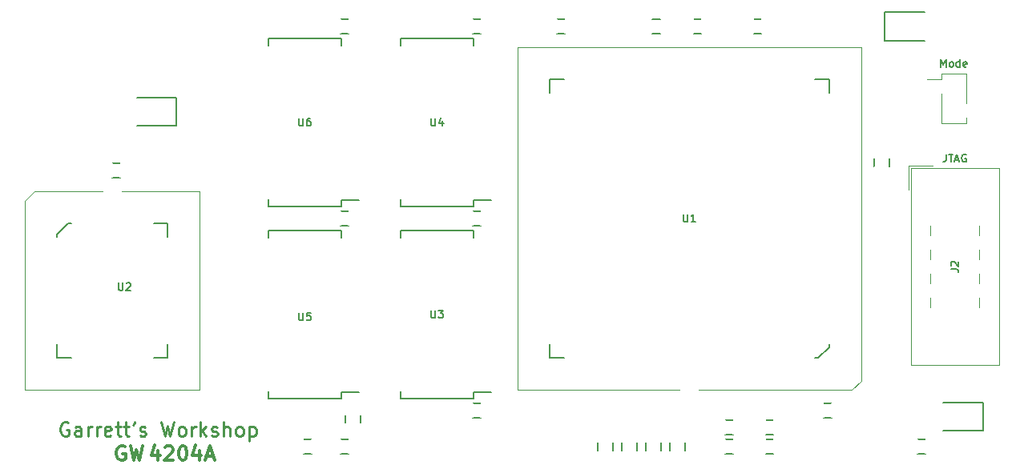
<source format=gto>
G04 #@! TF.GenerationSoftware,KiCad,Pcbnew,(5.1.2-1)-1*
G04 #@! TF.CreationDate,2019-07-29T20:34:46-04:00*
G04 #@! TF.ProjectId,GR8RAM,47523852-414d-42e6-9b69-6361645f7063,rev?*
G04 #@! TF.SameCoordinates,Original*
G04 #@! TF.FileFunction,Legend,Top*
G04 #@! TF.FilePolarity,Positive*
%FSLAX46Y46*%
G04 Gerber Fmt 4.6, Leading zero omitted, Abs format (unit mm)*
G04 Created by KiCad (PCBNEW (5.1.2-1)-1) date 2019-07-29 20:34:46*
%MOMM*%
%LPD*%
G04 APERTURE LIST*
%ADD10C,0.300000*%
%ADD11C,0.225000*%
%ADD12C,0.152400*%
%ADD13C,0.120000*%
%ADD14C,0.203200*%
%ADD15C,0.100000*%
%ADD16C,1.202400*%
%ADD17C,1.152400*%
%ADD18C,2.000000*%
%ADD19C,0.752400*%
%ADD20C,1.477400*%
%ADD21C,2.152400*%
%ADD22C,1.676400*%
%ADD23C,1.002400*%
G04 APERTURE END LIST*
D10*
X52106285Y-128270000D02*
X51961142Y-128197428D01*
X51743428Y-128197428D01*
X51525714Y-128270000D01*
X51380571Y-128415142D01*
X51308000Y-128560285D01*
X51235428Y-128850571D01*
X51235428Y-129068285D01*
X51308000Y-129358571D01*
X51380571Y-129503714D01*
X51525714Y-129648857D01*
X51743428Y-129721428D01*
X51888571Y-129721428D01*
X52106285Y-129648857D01*
X52178857Y-129576285D01*
X52178857Y-129068285D01*
X51888571Y-129068285D01*
X52686857Y-128197428D02*
X53049714Y-129721428D01*
X53340000Y-128632857D01*
X53630285Y-129721428D01*
X53993142Y-128197428D01*
D11*
X46126000Y-125742000D02*
X45983142Y-125670571D01*
X45768857Y-125670571D01*
X45554571Y-125742000D01*
X45411714Y-125884857D01*
X45340285Y-126027714D01*
X45268857Y-126313428D01*
X45268857Y-126527714D01*
X45340285Y-126813428D01*
X45411714Y-126956285D01*
X45554571Y-127099142D01*
X45768857Y-127170571D01*
X45911714Y-127170571D01*
X46126000Y-127099142D01*
X46197428Y-127027714D01*
X46197428Y-126527714D01*
X45911714Y-126527714D01*
X47483142Y-127170571D02*
X47483142Y-126384857D01*
X47411714Y-126242000D01*
X47268857Y-126170571D01*
X46983142Y-126170571D01*
X46840285Y-126242000D01*
X47483142Y-127099142D02*
X47340285Y-127170571D01*
X46983142Y-127170571D01*
X46840285Y-127099142D01*
X46768857Y-126956285D01*
X46768857Y-126813428D01*
X46840285Y-126670571D01*
X46983142Y-126599142D01*
X47340285Y-126599142D01*
X47483142Y-126527714D01*
X48197428Y-127170571D02*
X48197428Y-126170571D01*
X48197428Y-126456285D02*
X48268857Y-126313428D01*
X48340285Y-126242000D01*
X48483142Y-126170571D01*
X48626000Y-126170571D01*
X49126000Y-127170571D02*
X49126000Y-126170571D01*
X49126000Y-126456285D02*
X49197428Y-126313428D01*
X49268857Y-126242000D01*
X49411714Y-126170571D01*
X49554571Y-126170571D01*
X50626000Y-127099142D02*
X50483142Y-127170571D01*
X50197428Y-127170571D01*
X50054571Y-127099142D01*
X49983142Y-126956285D01*
X49983142Y-126384857D01*
X50054571Y-126242000D01*
X50197428Y-126170571D01*
X50483142Y-126170571D01*
X50626000Y-126242000D01*
X50697428Y-126384857D01*
X50697428Y-126527714D01*
X49983142Y-126670571D01*
X51126000Y-126170571D02*
X51697428Y-126170571D01*
X51340285Y-125670571D02*
X51340285Y-126956285D01*
X51411714Y-127099142D01*
X51554571Y-127170571D01*
X51697428Y-127170571D01*
X51983142Y-126170571D02*
X52554571Y-126170571D01*
X52197428Y-125670571D02*
X52197428Y-126956285D01*
X52268857Y-127099142D01*
X52411714Y-127170571D01*
X52554571Y-127170571D01*
X53126000Y-125670571D02*
X53126000Y-125742000D01*
X53054571Y-125884857D01*
X52983142Y-125956285D01*
X53697428Y-127099142D02*
X53840285Y-127170571D01*
X54126000Y-127170571D01*
X54268857Y-127099142D01*
X54340285Y-126956285D01*
X54340285Y-126884857D01*
X54268857Y-126742000D01*
X54126000Y-126670571D01*
X53911714Y-126670571D01*
X53768857Y-126599142D01*
X53697428Y-126456285D01*
X53697428Y-126384857D01*
X53768857Y-126242000D01*
X53911714Y-126170571D01*
X54126000Y-126170571D01*
X54268857Y-126242000D01*
X55983142Y-125670571D02*
X56340285Y-127170571D01*
X56626000Y-126099142D01*
X56911714Y-127170571D01*
X57268857Y-125670571D01*
X58054571Y-127170571D02*
X57911714Y-127099142D01*
X57840285Y-127027714D01*
X57768857Y-126884857D01*
X57768857Y-126456285D01*
X57840285Y-126313428D01*
X57911714Y-126242000D01*
X58054571Y-126170571D01*
X58268857Y-126170571D01*
X58411714Y-126242000D01*
X58483142Y-126313428D01*
X58554571Y-126456285D01*
X58554571Y-126884857D01*
X58483142Y-127027714D01*
X58411714Y-127099142D01*
X58268857Y-127170571D01*
X58054571Y-127170571D01*
X59197428Y-127170571D02*
X59197428Y-126170571D01*
X59197428Y-126456285D02*
X59268857Y-126313428D01*
X59340285Y-126242000D01*
X59483142Y-126170571D01*
X59626000Y-126170571D01*
X60126000Y-127170571D02*
X60126000Y-125670571D01*
X60268857Y-126599142D02*
X60697428Y-127170571D01*
X60697428Y-126170571D02*
X60126000Y-126742000D01*
X61268857Y-127099142D02*
X61411714Y-127170571D01*
X61697428Y-127170571D01*
X61840285Y-127099142D01*
X61911714Y-126956285D01*
X61911714Y-126884857D01*
X61840285Y-126742000D01*
X61697428Y-126670571D01*
X61483142Y-126670571D01*
X61340285Y-126599142D01*
X61268857Y-126456285D01*
X61268857Y-126384857D01*
X61340285Y-126242000D01*
X61483142Y-126170571D01*
X61697428Y-126170571D01*
X61840285Y-126242000D01*
X62554571Y-127170571D02*
X62554571Y-125670571D01*
X63197428Y-127170571D02*
X63197428Y-126384857D01*
X63126000Y-126242000D01*
X62983142Y-126170571D01*
X62768857Y-126170571D01*
X62626000Y-126242000D01*
X62554571Y-126313428D01*
X64126000Y-127170571D02*
X63983142Y-127099142D01*
X63911714Y-127027714D01*
X63840285Y-126884857D01*
X63840285Y-126456285D01*
X63911714Y-126313428D01*
X63983142Y-126242000D01*
X64126000Y-126170571D01*
X64340285Y-126170571D01*
X64483142Y-126242000D01*
X64554571Y-126313428D01*
X64626000Y-126456285D01*
X64626000Y-126884857D01*
X64554571Y-127027714D01*
X64483142Y-127099142D01*
X64340285Y-127170571D01*
X64126000Y-127170571D01*
X65268857Y-126170571D02*
X65268857Y-127670571D01*
X65268857Y-126242000D02*
X65411714Y-126170571D01*
X65697428Y-126170571D01*
X65840285Y-126242000D01*
X65911714Y-126313428D01*
X65983142Y-126456285D01*
X65983142Y-126884857D01*
X65911714Y-127027714D01*
X65840285Y-127099142D01*
X65697428Y-127170571D01*
X65411714Y-127170571D01*
X65268857Y-127099142D01*
D10*
X55626000Y-128705428D02*
X55626000Y-129721428D01*
X55263142Y-128124857D02*
X54900285Y-129213428D01*
X55843714Y-129213428D01*
X56351714Y-128342571D02*
X56424285Y-128270000D01*
X56569428Y-128197428D01*
X56932285Y-128197428D01*
X57077428Y-128270000D01*
X57150000Y-128342571D01*
X57222571Y-128487714D01*
X57222571Y-128632857D01*
X57150000Y-128850571D01*
X56279142Y-129721428D01*
X57222571Y-129721428D01*
X58166000Y-128197428D02*
X58311142Y-128197428D01*
X58456285Y-128270000D01*
X58528857Y-128342571D01*
X58601428Y-128487714D01*
X58674000Y-128778000D01*
X58674000Y-129140857D01*
X58601428Y-129431142D01*
X58528857Y-129576285D01*
X58456285Y-129648857D01*
X58311142Y-129721428D01*
X58166000Y-129721428D01*
X58020857Y-129648857D01*
X57948285Y-129576285D01*
X57875714Y-129431142D01*
X57803142Y-129140857D01*
X57803142Y-128778000D01*
X57875714Y-128487714D01*
X57948285Y-128342571D01*
X58020857Y-128270000D01*
X58166000Y-128197428D01*
X59980285Y-128705428D02*
X59980285Y-129721428D01*
X59617428Y-128124857D02*
X59254571Y-129213428D01*
X60198000Y-129213428D01*
X60706000Y-129286000D02*
X61431714Y-129286000D01*
X60560857Y-129721428D02*
X61068857Y-128197428D01*
X61576857Y-129721428D01*
D12*
X115583600Y-127038000D02*
X116396400Y-127038000D01*
X115583600Y-125438000D02*
X116396400Y-125438000D01*
X71006600Y-127470000D02*
X71819400Y-127470000D01*
X71006600Y-129070000D02*
X71819400Y-129070000D01*
D13*
X142427000Y-112520000D02*
X142427000Y-113540000D01*
X137227000Y-112520000D02*
X137227000Y-113540000D01*
X137227000Y-109980000D02*
X137227000Y-111000000D01*
X142427000Y-109980000D02*
X142427000Y-111000000D01*
X137227000Y-104900000D02*
X137227000Y-105920000D01*
X135152000Y-119650000D02*
X135152000Y-98790000D01*
X142427000Y-107440000D02*
X142427000Y-108460000D01*
X135152000Y-98790000D02*
X144502000Y-98790000D01*
X137227000Y-107440000D02*
X137227000Y-108460000D01*
X134902000Y-98540000D02*
X137442000Y-98540000D01*
X144502000Y-119650000D02*
X135152000Y-119650000D01*
X144502000Y-98790000D02*
X144502000Y-119650000D01*
X134902000Y-98540000D02*
X134902000Y-101080000D01*
X142427000Y-104900000D02*
X142427000Y-105920000D01*
X112760000Y-122290000D02*
X128910000Y-122290000D01*
X128910000Y-122290000D02*
X129910000Y-121290000D01*
X129910000Y-121290000D02*
X129910000Y-85990000D01*
X129910000Y-85990000D02*
X93610000Y-85990000D01*
X93610000Y-85990000D02*
X93610000Y-122290000D01*
X93610000Y-122290000D02*
X110760000Y-122290000D01*
D12*
X126525800Y-117730582D02*
X126525800Y-117400000D01*
X125350582Y-118905800D02*
X126525800Y-117730582D01*
X125020000Y-118905800D02*
X125350582Y-118905800D01*
X96994200Y-89374200D02*
X96994200Y-90880000D01*
X98500000Y-89374200D02*
X96994200Y-89374200D01*
X126525800Y-89374200D02*
X126525800Y-90880000D01*
X125020000Y-89374200D02*
X126525800Y-89374200D01*
X96994200Y-118905800D02*
X96994200Y-117400000D01*
X98500000Y-118905800D02*
X96994200Y-118905800D01*
D13*
X138370000Y-88840000D02*
X141030000Y-88840000D01*
X138370000Y-94040000D02*
X141030000Y-94040000D01*
X141030000Y-88840000D02*
X141030000Y-91950000D01*
X138370000Y-89410000D02*
X136850000Y-89410000D01*
X138370000Y-88840000D02*
X138370000Y-89410000D01*
X141030000Y-93470000D02*
X141030000Y-94040000D01*
X138370000Y-90930000D02*
X138370000Y-94040000D01*
D12*
X88965000Y-102870000D02*
X88965000Y-102220000D01*
X81215000Y-102870000D02*
X81215000Y-102125000D01*
X81215000Y-85090000D02*
X81215000Y-85835000D01*
X88965000Y-85090000D02*
X88965000Y-85835000D01*
X88965000Y-102870000D02*
X81215000Y-102870000D01*
X88965000Y-85090000D02*
X81215000Y-85090000D01*
X88965000Y-102220000D02*
X90790000Y-102220000D01*
X74995000Y-102870000D02*
X74995000Y-102220000D01*
X67245000Y-102870000D02*
X67245000Y-102125000D01*
X67245000Y-85090000D02*
X67245000Y-85835000D01*
X74995000Y-85090000D02*
X74995000Y-85835000D01*
X74995000Y-102870000D02*
X67245000Y-102870000D01*
X74995000Y-85090000D02*
X67245000Y-85090000D01*
X74995000Y-102220000D02*
X76820000Y-102220000D01*
X88965000Y-123190000D02*
X88965000Y-122540000D01*
X81215000Y-123190000D02*
X81215000Y-122445000D01*
X81215000Y-105410000D02*
X81215000Y-106155000D01*
X88965000Y-105410000D02*
X88965000Y-106155000D01*
X88965000Y-123190000D02*
X81215000Y-123190000D01*
X88965000Y-105410000D02*
X81215000Y-105410000D01*
X88965000Y-122540000D02*
X90790000Y-122540000D01*
X74995000Y-123190000D02*
X74995000Y-122540000D01*
X67245000Y-123190000D02*
X67245000Y-122445000D01*
X67245000Y-105410000D02*
X67245000Y-106155000D01*
X74995000Y-105410000D02*
X74995000Y-106155000D01*
X74995000Y-123190000D02*
X67245000Y-123190000D01*
X74995000Y-105410000D02*
X67245000Y-105410000D01*
X74995000Y-122540000D02*
X76820000Y-122540000D01*
X57578000Y-91327000D02*
X53368000Y-91327000D01*
X57578000Y-94347000D02*
X57578000Y-91327000D01*
X53368000Y-94347000D02*
X57578000Y-94347000D01*
X138585000Y-126605000D02*
X142795000Y-126605000D01*
X142795000Y-126605000D02*
X142795000Y-123585000D01*
X142795000Y-123585000D02*
X138585000Y-123585000D01*
D13*
X49800000Y-101250000D02*
X42560000Y-101250000D01*
X42560000Y-101250000D02*
X41560000Y-102250000D01*
X41560000Y-102250000D02*
X41560000Y-122270000D01*
X41560000Y-122270000D02*
X60040000Y-122270000D01*
X60040000Y-122270000D02*
X60040000Y-101250000D01*
X60040000Y-101250000D02*
X51800000Y-101250000D01*
D12*
X44975000Y-105837218D02*
X44975000Y-106120000D01*
X46147218Y-104665000D02*
X44975000Y-105837218D01*
X46430000Y-104665000D02*
X46147218Y-104665000D01*
X56625000Y-118855000D02*
X56625000Y-117400000D01*
X55170000Y-118855000D02*
X56625000Y-118855000D01*
X44975000Y-118855000D02*
X44975000Y-117400000D01*
X46430000Y-118855000D02*
X44975000Y-118855000D01*
X56625000Y-104665000D02*
X56625000Y-106120000D01*
X55170000Y-104665000D02*
X56625000Y-104665000D01*
X75756400Y-127470000D02*
X74943600Y-127470000D01*
X75756400Y-129070000D02*
X74943600Y-129070000D01*
X98616400Y-83020000D02*
X97803600Y-83020000D01*
X98616400Y-84620000D02*
X97803600Y-84620000D01*
X120636400Y-129070000D02*
X119823600Y-129070000D01*
X120636400Y-127470000D02*
X119823600Y-127470000D01*
X115583600Y-127470000D02*
X116396400Y-127470000D01*
X115583600Y-129070000D02*
X116396400Y-129070000D01*
X111290000Y-127863600D02*
X111290000Y-128676400D01*
X109690000Y-127863600D02*
X109690000Y-128676400D01*
X103670000Y-127863600D02*
X103670000Y-128676400D01*
X102070000Y-127863600D02*
X102070000Y-128676400D01*
X107150000Y-127863600D02*
X107150000Y-128676400D01*
X108750000Y-127863600D02*
X108750000Y-128676400D01*
X104610000Y-127863600D02*
X104610000Y-128676400D01*
X106210000Y-127863600D02*
X106210000Y-128676400D01*
X112203600Y-83020000D02*
X113016400Y-83020000D01*
X112203600Y-84620000D02*
X113016400Y-84620000D01*
X118553600Y-84620000D02*
X119366400Y-84620000D01*
X118553600Y-83020000D02*
X119366400Y-83020000D01*
X75756400Y-104940000D02*
X74943600Y-104940000D01*
X75756400Y-103340000D02*
X74943600Y-103340000D01*
X89726400Y-103340000D02*
X88913600Y-103340000D01*
X89726400Y-104940000D02*
X88913600Y-104940000D01*
X51626400Y-99860000D02*
X50813600Y-99860000D01*
X51626400Y-98260000D02*
X50813600Y-98260000D01*
X75756400Y-84620000D02*
X74943600Y-84620000D01*
X75756400Y-83020000D02*
X74943600Y-83020000D01*
X89726400Y-84620000D02*
X88913600Y-84620000D01*
X89726400Y-83020000D02*
X88913600Y-83020000D01*
X131280000Y-98616400D02*
X131280000Y-97803600D01*
X132880000Y-98616400D02*
X132880000Y-97803600D01*
X89726400Y-123660000D02*
X88913600Y-123660000D01*
X89726400Y-125260000D02*
X88913600Y-125260000D01*
X77000000Y-124942600D02*
X77000000Y-125755400D01*
X75400000Y-124942600D02*
X75400000Y-125755400D01*
X125958600Y-123660000D02*
X126771400Y-123660000D01*
X125958600Y-125260000D02*
X126771400Y-125260000D01*
X136716400Y-129070000D02*
X135903600Y-129070000D01*
X136716400Y-127470000D02*
X135903600Y-127470000D01*
X132427500Y-85330000D02*
X136637500Y-85330000D01*
X132427500Y-82310000D02*
X132427500Y-85330000D01*
X136637500Y-82310000D02*
X132427500Y-82310000D01*
X108676400Y-83020000D02*
X107863600Y-83020000D01*
X108676400Y-84620000D02*
X107863600Y-84620000D01*
X119823600Y-125438000D02*
X120636400Y-125438000D01*
X119823600Y-127038000D02*
X120636400Y-127038000D01*
D14*
X139381895Y-109490933D02*
X139962466Y-109490933D01*
X140078580Y-109529638D01*
X140155990Y-109607047D01*
X140194695Y-109723161D01*
X140194695Y-109800571D01*
X139459304Y-109142590D02*
X139420600Y-109103885D01*
X139381895Y-109026476D01*
X139381895Y-108832952D01*
X139420600Y-108755542D01*
X139459304Y-108716838D01*
X139536714Y-108678133D01*
X139614123Y-108678133D01*
X139730238Y-108716838D01*
X140194695Y-109181295D01*
X140194695Y-108678133D01*
X138878733Y-97344895D02*
X138878733Y-97925466D01*
X138840028Y-98041580D01*
X138762619Y-98118990D01*
X138646504Y-98157695D01*
X138569095Y-98157695D01*
X139149666Y-97344895D02*
X139614123Y-97344895D01*
X139381895Y-98157695D02*
X139381895Y-97344895D01*
X139846352Y-97925466D02*
X140233400Y-97925466D01*
X139768942Y-98157695D02*
X140039876Y-97344895D01*
X140310809Y-98157695D01*
X141007495Y-97383600D02*
X140930085Y-97344895D01*
X140813971Y-97344895D01*
X140697857Y-97383600D01*
X140620447Y-97461009D01*
X140581742Y-97538419D01*
X140543038Y-97693238D01*
X140543038Y-97809352D01*
X140581742Y-97964171D01*
X140620447Y-98041580D01*
X140697857Y-98118990D01*
X140813971Y-98157695D01*
X140891380Y-98157695D01*
X141007495Y-98118990D01*
X141046200Y-98080285D01*
X141046200Y-97809352D01*
X140891380Y-97809352D01*
X111140723Y-103694895D02*
X111140723Y-104352876D01*
X111179428Y-104430285D01*
X111218133Y-104468990D01*
X111295542Y-104507695D01*
X111450361Y-104507695D01*
X111527771Y-104468990D01*
X111566476Y-104430285D01*
X111605180Y-104352876D01*
X111605180Y-103694895D01*
X112417980Y-104507695D02*
X111953523Y-104507695D01*
X112185752Y-104507695D02*
X112185752Y-103694895D01*
X112108342Y-103811009D01*
X112030933Y-103888419D01*
X111953523Y-103927123D01*
X138345333Y-88124695D02*
X138345333Y-87311895D01*
X138616266Y-87892466D01*
X138887200Y-87311895D01*
X138887200Y-88124695D01*
X139390361Y-88124695D02*
X139312952Y-88085990D01*
X139274247Y-88047285D01*
X139235542Y-87969876D01*
X139235542Y-87737647D01*
X139274247Y-87660238D01*
X139312952Y-87621533D01*
X139390361Y-87582828D01*
X139506476Y-87582828D01*
X139583885Y-87621533D01*
X139622590Y-87660238D01*
X139661295Y-87737647D01*
X139661295Y-87969876D01*
X139622590Y-88047285D01*
X139583885Y-88085990D01*
X139506476Y-88124695D01*
X139390361Y-88124695D01*
X140357980Y-88124695D02*
X140357980Y-87311895D01*
X140357980Y-88085990D02*
X140280571Y-88124695D01*
X140125752Y-88124695D01*
X140048342Y-88085990D01*
X140009638Y-88047285D01*
X139970933Y-87969876D01*
X139970933Y-87737647D01*
X140009638Y-87660238D01*
X140048342Y-87621533D01*
X140125752Y-87582828D01*
X140280571Y-87582828D01*
X140357980Y-87621533D01*
X141054666Y-88085990D02*
X140977257Y-88124695D01*
X140822438Y-88124695D01*
X140745028Y-88085990D01*
X140706323Y-88008580D01*
X140706323Y-87698942D01*
X140745028Y-87621533D01*
X140822438Y-87582828D01*
X140977257Y-87582828D01*
X141054666Y-87621533D01*
X141093371Y-87698942D01*
X141093371Y-87776352D01*
X140706323Y-87853761D01*
X84470723Y-93534895D02*
X84470723Y-94192876D01*
X84509428Y-94270285D01*
X84548133Y-94308990D01*
X84625542Y-94347695D01*
X84780361Y-94347695D01*
X84857771Y-94308990D01*
X84896476Y-94270285D01*
X84935180Y-94192876D01*
X84935180Y-93534895D01*
X85670571Y-93805828D02*
X85670571Y-94347695D01*
X85477047Y-93496190D02*
X85283523Y-94076761D01*
X85786685Y-94076761D01*
X70500723Y-93534895D02*
X70500723Y-94192876D01*
X70539428Y-94270285D01*
X70578133Y-94308990D01*
X70655542Y-94347695D01*
X70810361Y-94347695D01*
X70887771Y-94308990D01*
X70926476Y-94270285D01*
X70965180Y-94192876D01*
X70965180Y-93534895D01*
X71700571Y-93534895D02*
X71545752Y-93534895D01*
X71468342Y-93573600D01*
X71429638Y-93612304D01*
X71352228Y-93728419D01*
X71313523Y-93883238D01*
X71313523Y-94192876D01*
X71352228Y-94270285D01*
X71390933Y-94308990D01*
X71468342Y-94347695D01*
X71623161Y-94347695D01*
X71700571Y-94308990D01*
X71739276Y-94270285D01*
X71777980Y-94192876D01*
X71777980Y-93999352D01*
X71739276Y-93921942D01*
X71700571Y-93883238D01*
X71623161Y-93844533D01*
X71468342Y-93844533D01*
X71390933Y-93883238D01*
X71352228Y-93921942D01*
X71313523Y-93999352D01*
X84470723Y-113854895D02*
X84470723Y-114512876D01*
X84509428Y-114590285D01*
X84548133Y-114628990D01*
X84625542Y-114667695D01*
X84780361Y-114667695D01*
X84857771Y-114628990D01*
X84896476Y-114590285D01*
X84935180Y-114512876D01*
X84935180Y-113854895D01*
X85244819Y-113854895D02*
X85747980Y-113854895D01*
X85477047Y-114164533D01*
X85593161Y-114164533D01*
X85670571Y-114203238D01*
X85709276Y-114241942D01*
X85747980Y-114319352D01*
X85747980Y-114512876D01*
X85709276Y-114590285D01*
X85670571Y-114628990D01*
X85593161Y-114667695D01*
X85360933Y-114667695D01*
X85283523Y-114628990D01*
X85244819Y-114590285D01*
X70500723Y-114108895D02*
X70500723Y-114766876D01*
X70539428Y-114844285D01*
X70578133Y-114882990D01*
X70655542Y-114921695D01*
X70810361Y-114921695D01*
X70887771Y-114882990D01*
X70926476Y-114844285D01*
X70965180Y-114766876D01*
X70965180Y-114108895D01*
X71739276Y-114108895D02*
X71352228Y-114108895D01*
X71313523Y-114495942D01*
X71352228Y-114457238D01*
X71429638Y-114418533D01*
X71623161Y-114418533D01*
X71700571Y-114457238D01*
X71739276Y-114495942D01*
X71777980Y-114573352D01*
X71777980Y-114766876D01*
X71739276Y-114844285D01*
X71700571Y-114882990D01*
X71623161Y-114921695D01*
X71429638Y-114921695D01*
X71352228Y-114882990D01*
X71313523Y-114844285D01*
X51450723Y-110933895D02*
X51450723Y-111591876D01*
X51489428Y-111669285D01*
X51528133Y-111707990D01*
X51605542Y-111746695D01*
X51760361Y-111746695D01*
X51837771Y-111707990D01*
X51876476Y-111669285D01*
X51915180Y-111591876D01*
X51915180Y-110933895D01*
X52263523Y-111011304D02*
X52302228Y-110972600D01*
X52379638Y-110933895D01*
X52573161Y-110933895D01*
X52650571Y-110972600D01*
X52689276Y-111011304D01*
X52727980Y-111088714D01*
X52727980Y-111166123D01*
X52689276Y-111282238D01*
X52224819Y-111746695D01*
X52727980Y-111746695D01*
%LPC*%
D15*
G36*
X139700000Y-139446000D02*
G01*
X139192000Y-139954000D01*
X74168000Y-139954000D01*
X73660000Y-139446000D01*
X73660000Y-132080000D01*
X139700000Y-132080000D01*
X139700000Y-139446000D01*
G37*
G36*
X117170064Y-125463247D02*
G01*
X117199244Y-125467576D01*
X117227860Y-125474744D01*
X117255635Y-125484682D01*
X117282302Y-125497294D01*
X117307604Y-125512460D01*
X117331299Y-125530033D01*
X117353156Y-125549844D01*
X117372967Y-125571701D01*
X117390540Y-125595396D01*
X117405706Y-125620698D01*
X117418318Y-125647365D01*
X117428256Y-125675140D01*
X117435424Y-125703756D01*
X117439753Y-125732936D01*
X117441200Y-125762400D01*
X117441200Y-126713600D01*
X117439753Y-126743064D01*
X117435424Y-126772244D01*
X117428256Y-126800860D01*
X117418318Y-126828635D01*
X117405706Y-126855302D01*
X117390540Y-126880604D01*
X117372967Y-126904299D01*
X117353156Y-126926156D01*
X117331299Y-126945967D01*
X117307604Y-126963540D01*
X117282302Y-126978706D01*
X117255635Y-126991318D01*
X117227860Y-127001256D01*
X117199244Y-127008424D01*
X117170064Y-127012753D01*
X117140600Y-127014200D01*
X116539400Y-127014200D01*
X116509936Y-127012753D01*
X116480756Y-127008424D01*
X116452140Y-127001256D01*
X116424365Y-126991318D01*
X116397698Y-126978706D01*
X116372396Y-126963540D01*
X116348701Y-126945967D01*
X116326844Y-126926156D01*
X116307033Y-126904299D01*
X116289460Y-126880604D01*
X116274294Y-126855302D01*
X116261682Y-126828635D01*
X116251744Y-126800860D01*
X116244576Y-126772244D01*
X116240247Y-126743064D01*
X116238800Y-126713600D01*
X116238800Y-125762400D01*
X116240247Y-125732936D01*
X116244576Y-125703756D01*
X116251744Y-125675140D01*
X116261682Y-125647365D01*
X116274294Y-125620698D01*
X116289460Y-125595396D01*
X116307033Y-125571701D01*
X116326844Y-125549844D01*
X116348701Y-125530033D01*
X116372396Y-125512460D01*
X116397698Y-125497294D01*
X116424365Y-125484682D01*
X116452140Y-125474744D01*
X116480756Y-125467576D01*
X116509936Y-125463247D01*
X116539400Y-125461800D01*
X117140600Y-125461800D01*
X117170064Y-125463247D01*
X117170064Y-125463247D01*
G37*
D16*
X116840000Y-126238000D03*
D15*
G36*
X115470064Y-125463247D02*
G01*
X115499244Y-125467576D01*
X115527860Y-125474744D01*
X115555635Y-125484682D01*
X115582302Y-125497294D01*
X115607604Y-125512460D01*
X115631299Y-125530033D01*
X115653156Y-125549844D01*
X115672967Y-125571701D01*
X115690540Y-125595396D01*
X115705706Y-125620698D01*
X115718318Y-125647365D01*
X115728256Y-125675140D01*
X115735424Y-125703756D01*
X115739753Y-125732936D01*
X115741200Y-125762400D01*
X115741200Y-126713600D01*
X115739753Y-126743064D01*
X115735424Y-126772244D01*
X115728256Y-126800860D01*
X115718318Y-126828635D01*
X115705706Y-126855302D01*
X115690540Y-126880604D01*
X115672967Y-126904299D01*
X115653156Y-126926156D01*
X115631299Y-126945967D01*
X115607604Y-126963540D01*
X115582302Y-126978706D01*
X115555635Y-126991318D01*
X115527860Y-127001256D01*
X115499244Y-127008424D01*
X115470064Y-127012753D01*
X115440600Y-127014200D01*
X114839400Y-127014200D01*
X114809936Y-127012753D01*
X114780756Y-127008424D01*
X114752140Y-127001256D01*
X114724365Y-126991318D01*
X114697698Y-126978706D01*
X114672396Y-126963540D01*
X114648701Y-126945967D01*
X114626844Y-126926156D01*
X114607033Y-126904299D01*
X114589460Y-126880604D01*
X114574294Y-126855302D01*
X114561682Y-126828635D01*
X114551744Y-126800860D01*
X114544576Y-126772244D01*
X114540247Y-126743064D01*
X114538800Y-126713600D01*
X114538800Y-125762400D01*
X114540247Y-125732936D01*
X114544576Y-125703756D01*
X114551744Y-125675140D01*
X114561682Y-125647365D01*
X114574294Y-125620698D01*
X114589460Y-125595396D01*
X114607033Y-125571701D01*
X114626844Y-125549844D01*
X114648701Y-125530033D01*
X114672396Y-125512460D01*
X114697698Y-125497294D01*
X114724365Y-125484682D01*
X114752140Y-125474744D01*
X114780756Y-125467576D01*
X114809936Y-125463247D01*
X114839400Y-125461800D01*
X115440600Y-125461800D01*
X115470064Y-125463247D01*
X115470064Y-125463247D01*
G37*
D16*
X115140000Y-126238000D03*
D15*
G36*
X70893064Y-127495247D02*
G01*
X70922244Y-127499576D01*
X70950860Y-127506744D01*
X70978635Y-127516682D01*
X71005302Y-127529294D01*
X71030604Y-127544460D01*
X71054299Y-127562033D01*
X71076156Y-127581844D01*
X71095967Y-127603701D01*
X71113540Y-127627396D01*
X71128706Y-127652698D01*
X71141318Y-127679365D01*
X71151256Y-127707140D01*
X71158424Y-127735756D01*
X71162753Y-127764936D01*
X71164200Y-127794400D01*
X71164200Y-128745600D01*
X71162753Y-128775064D01*
X71158424Y-128804244D01*
X71151256Y-128832860D01*
X71141318Y-128860635D01*
X71128706Y-128887302D01*
X71113540Y-128912604D01*
X71095967Y-128936299D01*
X71076156Y-128958156D01*
X71054299Y-128977967D01*
X71030604Y-128995540D01*
X71005302Y-129010706D01*
X70978635Y-129023318D01*
X70950860Y-129033256D01*
X70922244Y-129040424D01*
X70893064Y-129044753D01*
X70863600Y-129046200D01*
X70262400Y-129046200D01*
X70232936Y-129044753D01*
X70203756Y-129040424D01*
X70175140Y-129033256D01*
X70147365Y-129023318D01*
X70120698Y-129010706D01*
X70095396Y-128995540D01*
X70071701Y-128977967D01*
X70049844Y-128958156D01*
X70030033Y-128936299D01*
X70012460Y-128912604D01*
X69997294Y-128887302D01*
X69984682Y-128860635D01*
X69974744Y-128832860D01*
X69967576Y-128804244D01*
X69963247Y-128775064D01*
X69961800Y-128745600D01*
X69961800Y-127794400D01*
X69963247Y-127764936D01*
X69967576Y-127735756D01*
X69974744Y-127707140D01*
X69984682Y-127679365D01*
X69997294Y-127652698D01*
X70012460Y-127627396D01*
X70030033Y-127603701D01*
X70049844Y-127581844D01*
X70071701Y-127562033D01*
X70095396Y-127544460D01*
X70120698Y-127529294D01*
X70147365Y-127516682D01*
X70175140Y-127506744D01*
X70203756Y-127499576D01*
X70232936Y-127495247D01*
X70262400Y-127493800D01*
X70863600Y-127493800D01*
X70893064Y-127495247D01*
X70893064Y-127495247D01*
G37*
D16*
X70563000Y-128270000D03*
D15*
G36*
X72593064Y-127495247D02*
G01*
X72622244Y-127499576D01*
X72650860Y-127506744D01*
X72678635Y-127516682D01*
X72705302Y-127529294D01*
X72730604Y-127544460D01*
X72754299Y-127562033D01*
X72776156Y-127581844D01*
X72795967Y-127603701D01*
X72813540Y-127627396D01*
X72828706Y-127652698D01*
X72841318Y-127679365D01*
X72851256Y-127707140D01*
X72858424Y-127735756D01*
X72862753Y-127764936D01*
X72864200Y-127794400D01*
X72864200Y-128745600D01*
X72862753Y-128775064D01*
X72858424Y-128804244D01*
X72851256Y-128832860D01*
X72841318Y-128860635D01*
X72828706Y-128887302D01*
X72813540Y-128912604D01*
X72795967Y-128936299D01*
X72776156Y-128958156D01*
X72754299Y-128977967D01*
X72730604Y-128995540D01*
X72705302Y-129010706D01*
X72678635Y-129023318D01*
X72650860Y-129033256D01*
X72622244Y-129040424D01*
X72593064Y-129044753D01*
X72563600Y-129046200D01*
X71962400Y-129046200D01*
X71932936Y-129044753D01*
X71903756Y-129040424D01*
X71875140Y-129033256D01*
X71847365Y-129023318D01*
X71820698Y-129010706D01*
X71795396Y-128995540D01*
X71771701Y-128977967D01*
X71749844Y-128958156D01*
X71730033Y-128936299D01*
X71712460Y-128912604D01*
X71697294Y-128887302D01*
X71684682Y-128860635D01*
X71674744Y-128832860D01*
X71667576Y-128804244D01*
X71663247Y-128775064D01*
X71661800Y-128745600D01*
X71661800Y-127794400D01*
X71663247Y-127764936D01*
X71667576Y-127735756D01*
X71674744Y-127707140D01*
X71684682Y-127679365D01*
X71697294Y-127652698D01*
X71712460Y-127627396D01*
X71730033Y-127603701D01*
X71749844Y-127581844D01*
X71771701Y-127562033D01*
X71795396Y-127544460D01*
X71820698Y-127529294D01*
X71847365Y-127516682D01*
X71875140Y-127506744D01*
X71903756Y-127499576D01*
X71932936Y-127495247D01*
X71962400Y-127493800D01*
X72563600Y-127493800D01*
X72593064Y-127495247D01*
X72593064Y-127495247D01*
G37*
D16*
X72263000Y-128270000D03*
D15*
G36*
X143663339Y-106105187D02*
G01*
X143691306Y-106109336D01*
X143718731Y-106116205D01*
X143745351Y-106125730D01*
X143770909Y-106137818D01*
X143795160Y-106152354D01*
X143817869Y-106169196D01*
X143838817Y-106188183D01*
X143857804Y-106209131D01*
X143874646Y-106231840D01*
X143889182Y-106256091D01*
X143901270Y-106281649D01*
X143910795Y-106308269D01*
X143917664Y-106335694D01*
X143921813Y-106363661D01*
X143923200Y-106391900D01*
X143923200Y-106968100D01*
X143921813Y-106996339D01*
X143917664Y-107024306D01*
X143910795Y-107051731D01*
X143901270Y-107078351D01*
X143889182Y-107103909D01*
X143874646Y-107128160D01*
X143857804Y-107150869D01*
X143838817Y-107171817D01*
X143817869Y-107190804D01*
X143795160Y-107207646D01*
X143770909Y-107222182D01*
X143745351Y-107234270D01*
X143718731Y-107243795D01*
X143691306Y-107250664D01*
X143663339Y-107254813D01*
X143635100Y-107256200D01*
X141058900Y-107256200D01*
X141030661Y-107254813D01*
X141002694Y-107250664D01*
X140975269Y-107243795D01*
X140948649Y-107234270D01*
X140923091Y-107222182D01*
X140898840Y-107207646D01*
X140876131Y-107190804D01*
X140855183Y-107171817D01*
X140836196Y-107150869D01*
X140819354Y-107128160D01*
X140804818Y-107103909D01*
X140792730Y-107078351D01*
X140783205Y-107051731D01*
X140776336Y-107024306D01*
X140772187Y-106996339D01*
X140770800Y-106968100D01*
X140770800Y-106391900D01*
X140772187Y-106363661D01*
X140776336Y-106335694D01*
X140783205Y-106308269D01*
X140792730Y-106281649D01*
X140804818Y-106256091D01*
X140819354Y-106231840D01*
X140836196Y-106209131D01*
X140855183Y-106188183D01*
X140876131Y-106169196D01*
X140898840Y-106152354D01*
X140923091Y-106137818D01*
X140948649Y-106125730D01*
X140975269Y-106116205D01*
X141002694Y-106109336D01*
X141030661Y-106105187D01*
X141058900Y-106103800D01*
X143635100Y-106103800D01*
X143663339Y-106105187D01*
X143663339Y-106105187D01*
G37*
D17*
X142347000Y-106680000D03*
D15*
G36*
X138623339Y-108645187D02*
G01*
X138651306Y-108649336D01*
X138678731Y-108656205D01*
X138705351Y-108665730D01*
X138730909Y-108677818D01*
X138755160Y-108692354D01*
X138777869Y-108709196D01*
X138798817Y-108728183D01*
X138817804Y-108749131D01*
X138834646Y-108771840D01*
X138849182Y-108796091D01*
X138861270Y-108821649D01*
X138870795Y-108848269D01*
X138877664Y-108875694D01*
X138881813Y-108903661D01*
X138883200Y-108931900D01*
X138883200Y-109508100D01*
X138881813Y-109536339D01*
X138877664Y-109564306D01*
X138870795Y-109591731D01*
X138861270Y-109618351D01*
X138849182Y-109643909D01*
X138834646Y-109668160D01*
X138817804Y-109690869D01*
X138798817Y-109711817D01*
X138777869Y-109730804D01*
X138755160Y-109747646D01*
X138730909Y-109762182D01*
X138705351Y-109774270D01*
X138678731Y-109783795D01*
X138651306Y-109790664D01*
X138623339Y-109794813D01*
X138595100Y-109796200D01*
X136018900Y-109796200D01*
X135990661Y-109794813D01*
X135962694Y-109790664D01*
X135935269Y-109783795D01*
X135908649Y-109774270D01*
X135883091Y-109762182D01*
X135858840Y-109747646D01*
X135836131Y-109730804D01*
X135815183Y-109711817D01*
X135796196Y-109690869D01*
X135779354Y-109668160D01*
X135764818Y-109643909D01*
X135752730Y-109618351D01*
X135743205Y-109591731D01*
X135736336Y-109564306D01*
X135732187Y-109536339D01*
X135730800Y-109508100D01*
X135730800Y-108931900D01*
X135732187Y-108903661D01*
X135736336Y-108875694D01*
X135743205Y-108848269D01*
X135752730Y-108821649D01*
X135764818Y-108796091D01*
X135779354Y-108771840D01*
X135796196Y-108749131D01*
X135815183Y-108728183D01*
X135836131Y-108709196D01*
X135858840Y-108692354D01*
X135883091Y-108677818D01*
X135908649Y-108665730D01*
X135935269Y-108656205D01*
X135962694Y-108649336D01*
X135990661Y-108645187D01*
X136018900Y-108643800D01*
X138595100Y-108643800D01*
X138623339Y-108645187D01*
X138623339Y-108645187D01*
G37*
D17*
X137307000Y-109220000D03*
D15*
G36*
X138623339Y-103565187D02*
G01*
X138651306Y-103569336D01*
X138678731Y-103576205D01*
X138705351Y-103585730D01*
X138730909Y-103597818D01*
X138755160Y-103612354D01*
X138777869Y-103629196D01*
X138798817Y-103648183D01*
X138817804Y-103669131D01*
X138834646Y-103691840D01*
X138849182Y-103716091D01*
X138861270Y-103741649D01*
X138870795Y-103768269D01*
X138877664Y-103795694D01*
X138881813Y-103823661D01*
X138883200Y-103851900D01*
X138883200Y-104428100D01*
X138881813Y-104456339D01*
X138877664Y-104484306D01*
X138870795Y-104511731D01*
X138861270Y-104538351D01*
X138849182Y-104563909D01*
X138834646Y-104588160D01*
X138817804Y-104610869D01*
X138798817Y-104631817D01*
X138777869Y-104650804D01*
X138755160Y-104667646D01*
X138730909Y-104682182D01*
X138705351Y-104694270D01*
X138678731Y-104703795D01*
X138651306Y-104710664D01*
X138623339Y-104714813D01*
X138595100Y-104716200D01*
X136018900Y-104716200D01*
X135990661Y-104714813D01*
X135962694Y-104710664D01*
X135935269Y-104703795D01*
X135908649Y-104694270D01*
X135883091Y-104682182D01*
X135858840Y-104667646D01*
X135836131Y-104650804D01*
X135815183Y-104631817D01*
X135796196Y-104610869D01*
X135779354Y-104588160D01*
X135764818Y-104563909D01*
X135752730Y-104538351D01*
X135743205Y-104511731D01*
X135736336Y-104484306D01*
X135732187Y-104456339D01*
X135730800Y-104428100D01*
X135730800Y-103851900D01*
X135732187Y-103823661D01*
X135736336Y-103795694D01*
X135743205Y-103768269D01*
X135752730Y-103741649D01*
X135764818Y-103716091D01*
X135779354Y-103691840D01*
X135796196Y-103669131D01*
X135815183Y-103648183D01*
X135836131Y-103629196D01*
X135858840Y-103612354D01*
X135883091Y-103597818D01*
X135908649Y-103585730D01*
X135935269Y-103576205D01*
X135962694Y-103569336D01*
X135990661Y-103565187D01*
X136018900Y-103563800D01*
X138595100Y-103563800D01*
X138623339Y-103565187D01*
X138623339Y-103565187D01*
G37*
D17*
X137307000Y-104140000D03*
D15*
G36*
X138623339Y-113725187D02*
G01*
X138651306Y-113729336D01*
X138678731Y-113736205D01*
X138705351Y-113745730D01*
X138730909Y-113757818D01*
X138755160Y-113772354D01*
X138777869Y-113789196D01*
X138798817Y-113808183D01*
X138817804Y-113829131D01*
X138834646Y-113851840D01*
X138849182Y-113876091D01*
X138861270Y-113901649D01*
X138870795Y-113928269D01*
X138877664Y-113955694D01*
X138881813Y-113983661D01*
X138883200Y-114011900D01*
X138883200Y-114588100D01*
X138881813Y-114616339D01*
X138877664Y-114644306D01*
X138870795Y-114671731D01*
X138861270Y-114698351D01*
X138849182Y-114723909D01*
X138834646Y-114748160D01*
X138817804Y-114770869D01*
X138798817Y-114791817D01*
X138777869Y-114810804D01*
X138755160Y-114827646D01*
X138730909Y-114842182D01*
X138705351Y-114854270D01*
X138678731Y-114863795D01*
X138651306Y-114870664D01*
X138623339Y-114874813D01*
X138595100Y-114876200D01*
X136018900Y-114876200D01*
X135990661Y-114874813D01*
X135962694Y-114870664D01*
X135935269Y-114863795D01*
X135908649Y-114854270D01*
X135883091Y-114842182D01*
X135858840Y-114827646D01*
X135836131Y-114810804D01*
X135815183Y-114791817D01*
X135796196Y-114770869D01*
X135779354Y-114748160D01*
X135764818Y-114723909D01*
X135752730Y-114698351D01*
X135743205Y-114671731D01*
X135736336Y-114644306D01*
X135732187Y-114616339D01*
X135730800Y-114588100D01*
X135730800Y-114011900D01*
X135732187Y-113983661D01*
X135736336Y-113955694D01*
X135743205Y-113928269D01*
X135752730Y-113901649D01*
X135764818Y-113876091D01*
X135779354Y-113851840D01*
X135796196Y-113829131D01*
X135815183Y-113808183D01*
X135836131Y-113789196D01*
X135858840Y-113772354D01*
X135883091Y-113757818D01*
X135908649Y-113745730D01*
X135935269Y-113736205D01*
X135962694Y-113729336D01*
X135990661Y-113725187D01*
X136018900Y-113723800D01*
X138595100Y-113723800D01*
X138623339Y-113725187D01*
X138623339Y-113725187D01*
G37*
D17*
X137307000Y-114300000D03*
D15*
G36*
X138623339Y-111185187D02*
G01*
X138651306Y-111189336D01*
X138678731Y-111196205D01*
X138705351Y-111205730D01*
X138730909Y-111217818D01*
X138755160Y-111232354D01*
X138777869Y-111249196D01*
X138798817Y-111268183D01*
X138817804Y-111289131D01*
X138834646Y-111311840D01*
X138849182Y-111336091D01*
X138861270Y-111361649D01*
X138870795Y-111388269D01*
X138877664Y-111415694D01*
X138881813Y-111443661D01*
X138883200Y-111471900D01*
X138883200Y-112048100D01*
X138881813Y-112076339D01*
X138877664Y-112104306D01*
X138870795Y-112131731D01*
X138861270Y-112158351D01*
X138849182Y-112183909D01*
X138834646Y-112208160D01*
X138817804Y-112230869D01*
X138798817Y-112251817D01*
X138777869Y-112270804D01*
X138755160Y-112287646D01*
X138730909Y-112302182D01*
X138705351Y-112314270D01*
X138678731Y-112323795D01*
X138651306Y-112330664D01*
X138623339Y-112334813D01*
X138595100Y-112336200D01*
X136018900Y-112336200D01*
X135990661Y-112334813D01*
X135962694Y-112330664D01*
X135935269Y-112323795D01*
X135908649Y-112314270D01*
X135883091Y-112302182D01*
X135858840Y-112287646D01*
X135836131Y-112270804D01*
X135815183Y-112251817D01*
X135796196Y-112230869D01*
X135779354Y-112208160D01*
X135764818Y-112183909D01*
X135752730Y-112158351D01*
X135743205Y-112131731D01*
X135736336Y-112104306D01*
X135732187Y-112076339D01*
X135730800Y-112048100D01*
X135730800Y-111471900D01*
X135732187Y-111443661D01*
X135736336Y-111415694D01*
X135743205Y-111388269D01*
X135752730Y-111361649D01*
X135764818Y-111336091D01*
X135779354Y-111311840D01*
X135796196Y-111289131D01*
X135815183Y-111268183D01*
X135836131Y-111249196D01*
X135858840Y-111232354D01*
X135883091Y-111217818D01*
X135908649Y-111205730D01*
X135935269Y-111196205D01*
X135962694Y-111189336D01*
X135990661Y-111185187D01*
X136018900Y-111183800D01*
X138595100Y-111183800D01*
X138623339Y-111185187D01*
X138623339Y-111185187D01*
G37*
D17*
X137307000Y-111760000D03*
D15*
G36*
X143663339Y-108645187D02*
G01*
X143691306Y-108649336D01*
X143718731Y-108656205D01*
X143745351Y-108665730D01*
X143770909Y-108677818D01*
X143795160Y-108692354D01*
X143817869Y-108709196D01*
X143838817Y-108728183D01*
X143857804Y-108749131D01*
X143874646Y-108771840D01*
X143889182Y-108796091D01*
X143901270Y-108821649D01*
X143910795Y-108848269D01*
X143917664Y-108875694D01*
X143921813Y-108903661D01*
X143923200Y-108931900D01*
X143923200Y-109508100D01*
X143921813Y-109536339D01*
X143917664Y-109564306D01*
X143910795Y-109591731D01*
X143901270Y-109618351D01*
X143889182Y-109643909D01*
X143874646Y-109668160D01*
X143857804Y-109690869D01*
X143838817Y-109711817D01*
X143817869Y-109730804D01*
X143795160Y-109747646D01*
X143770909Y-109762182D01*
X143745351Y-109774270D01*
X143718731Y-109783795D01*
X143691306Y-109790664D01*
X143663339Y-109794813D01*
X143635100Y-109796200D01*
X141058900Y-109796200D01*
X141030661Y-109794813D01*
X141002694Y-109790664D01*
X140975269Y-109783795D01*
X140948649Y-109774270D01*
X140923091Y-109762182D01*
X140898840Y-109747646D01*
X140876131Y-109730804D01*
X140855183Y-109711817D01*
X140836196Y-109690869D01*
X140819354Y-109668160D01*
X140804818Y-109643909D01*
X140792730Y-109618351D01*
X140783205Y-109591731D01*
X140776336Y-109564306D01*
X140772187Y-109536339D01*
X140770800Y-109508100D01*
X140770800Y-108931900D01*
X140772187Y-108903661D01*
X140776336Y-108875694D01*
X140783205Y-108848269D01*
X140792730Y-108821649D01*
X140804818Y-108796091D01*
X140819354Y-108771840D01*
X140836196Y-108749131D01*
X140855183Y-108728183D01*
X140876131Y-108709196D01*
X140898840Y-108692354D01*
X140923091Y-108677818D01*
X140948649Y-108665730D01*
X140975269Y-108656205D01*
X141002694Y-108649336D01*
X141030661Y-108645187D01*
X141058900Y-108643800D01*
X143635100Y-108643800D01*
X143663339Y-108645187D01*
X143663339Y-108645187D01*
G37*
D17*
X142347000Y-109220000D03*
D15*
G36*
X138623339Y-106105187D02*
G01*
X138651306Y-106109336D01*
X138678731Y-106116205D01*
X138705351Y-106125730D01*
X138730909Y-106137818D01*
X138755160Y-106152354D01*
X138777869Y-106169196D01*
X138798817Y-106188183D01*
X138817804Y-106209131D01*
X138834646Y-106231840D01*
X138849182Y-106256091D01*
X138861270Y-106281649D01*
X138870795Y-106308269D01*
X138877664Y-106335694D01*
X138881813Y-106363661D01*
X138883200Y-106391900D01*
X138883200Y-106968100D01*
X138881813Y-106996339D01*
X138877664Y-107024306D01*
X138870795Y-107051731D01*
X138861270Y-107078351D01*
X138849182Y-107103909D01*
X138834646Y-107128160D01*
X138817804Y-107150869D01*
X138798817Y-107171817D01*
X138777869Y-107190804D01*
X138755160Y-107207646D01*
X138730909Y-107222182D01*
X138705351Y-107234270D01*
X138678731Y-107243795D01*
X138651306Y-107250664D01*
X138623339Y-107254813D01*
X138595100Y-107256200D01*
X136018900Y-107256200D01*
X135990661Y-107254813D01*
X135962694Y-107250664D01*
X135935269Y-107243795D01*
X135908649Y-107234270D01*
X135883091Y-107222182D01*
X135858840Y-107207646D01*
X135836131Y-107190804D01*
X135815183Y-107171817D01*
X135796196Y-107150869D01*
X135779354Y-107128160D01*
X135764818Y-107103909D01*
X135752730Y-107078351D01*
X135743205Y-107051731D01*
X135736336Y-107024306D01*
X135732187Y-106996339D01*
X135730800Y-106968100D01*
X135730800Y-106391900D01*
X135732187Y-106363661D01*
X135736336Y-106335694D01*
X135743205Y-106308269D01*
X135752730Y-106281649D01*
X135764818Y-106256091D01*
X135779354Y-106231840D01*
X135796196Y-106209131D01*
X135815183Y-106188183D01*
X135836131Y-106169196D01*
X135858840Y-106152354D01*
X135883091Y-106137818D01*
X135908649Y-106125730D01*
X135935269Y-106116205D01*
X135962694Y-106109336D01*
X135990661Y-106105187D01*
X136018900Y-106103800D01*
X138595100Y-106103800D01*
X138623339Y-106105187D01*
X138623339Y-106105187D01*
G37*
D17*
X137307000Y-106680000D03*
D15*
G36*
X143663339Y-111185187D02*
G01*
X143691306Y-111189336D01*
X143718731Y-111196205D01*
X143745351Y-111205730D01*
X143770909Y-111217818D01*
X143795160Y-111232354D01*
X143817869Y-111249196D01*
X143838817Y-111268183D01*
X143857804Y-111289131D01*
X143874646Y-111311840D01*
X143889182Y-111336091D01*
X143901270Y-111361649D01*
X143910795Y-111388269D01*
X143917664Y-111415694D01*
X143921813Y-111443661D01*
X143923200Y-111471900D01*
X143923200Y-112048100D01*
X143921813Y-112076339D01*
X143917664Y-112104306D01*
X143910795Y-112131731D01*
X143901270Y-112158351D01*
X143889182Y-112183909D01*
X143874646Y-112208160D01*
X143857804Y-112230869D01*
X143838817Y-112251817D01*
X143817869Y-112270804D01*
X143795160Y-112287646D01*
X143770909Y-112302182D01*
X143745351Y-112314270D01*
X143718731Y-112323795D01*
X143691306Y-112330664D01*
X143663339Y-112334813D01*
X143635100Y-112336200D01*
X141058900Y-112336200D01*
X141030661Y-112334813D01*
X141002694Y-112330664D01*
X140975269Y-112323795D01*
X140948649Y-112314270D01*
X140923091Y-112302182D01*
X140898840Y-112287646D01*
X140876131Y-112270804D01*
X140855183Y-112251817D01*
X140836196Y-112230869D01*
X140819354Y-112208160D01*
X140804818Y-112183909D01*
X140792730Y-112158351D01*
X140783205Y-112131731D01*
X140776336Y-112104306D01*
X140772187Y-112076339D01*
X140770800Y-112048100D01*
X140770800Y-111471900D01*
X140772187Y-111443661D01*
X140776336Y-111415694D01*
X140783205Y-111388269D01*
X140792730Y-111361649D01*
X140804818Y-111336091D01*
X140819354Y-111311840D01*
X140836196Y-111289131D01*
X140855183Y-111268183D01*
X140876131Y-111249196D01*
X140898840Y-111232354D01*
X140923091Y-111217818D01*
X140948649Y-111205730D01*
X140975269Y-111196205D01*
X141002694Y-111189336D01*
X141030661Y-111185187D01*
X141058900Y-111183800D01*
X143635100Y-111183800D01*
X143663339Y-111185187D01*
X143663339Y-111185187D01*
G37*
D17*
X142347000Y-111760000D03*
D15*
G36*
X143663339Y-113725187D02*
G01*
X143691306Y-113729336D01*
X143718731Y-113736205D01*
X143745351Y-113745730D01*
X143770909Y-113757818D01*
X143795160Y-113772354D01*
X143817869Y-113789196D01*
X143838817Y-113808183D01*
X143857804Y-113829131D01*
X143874646Y-113851840D01*
X143889182Y-113876091D01*
X143901270Y-113901649D01*
X143910795Y-113928269D01*
X143917664Y-113955694D01*
X143921813Y-113983661D01*
X143923200Y-114011900D01*
X143923200Y-114588100D01*
X143921813Y-114616339D01*
X143917664Y-114644306D01*
X143910795Y-114671731D01*
X143901270Y-114698351D01*
X143889182Y-114723909D01*
X143874646Y-114748160D01*
X143857804Y-114770869D01*
X143838817Y-114791817D01*
X143817869Y-114810804D01*
X143795160Y-114827646D01*
X143770909Y-114842182D01*
X143745351Y-114854270D01*
X143718731Y-114863795D01*
X143691306Y-114870664D01*
X143663339Y-114874813D01*
X143635100Y-114876200D01*
X141058900Y-114876200D01*
X141030661Y-114874813D01*
X141002694Y-114870664D01*
X140975269Y-114863795D01*
X140948649Y-114854270D01*
X140923091Y-114842182D01*
X140898840Y-114827646D01*
X140876131Y-114810804D01*
X140855183Y-114791817D01*
X140836196Y-114770869D01*
X140819354Y-114748160D01*
X140804818Y-114723909D01*
X140792730Y-114698351D01*
X140783205Y-114671731D01*
X140776336Y-114644306D01*
X140772187Y-114616339D01*
X140770800Y-114588100D01*
X140770800Y-114011900D01*
X140772187Y-113983661D01*
X140776336Y-113955694D01*
X140783205Y-113928269D01*
X140792730Y-113901649D01*
X140804818Y-113876091D01*
X140819354Y-113851840D01*
X140836196Y-113829131D01*
X140855183Y-113808183D01*
X140876131Y-113789196D01*
X140898840Y-113772354D01*
X140923091Y-113757818D01*
X140948649Y-113745730D01*
X140975269Y-113736205D01*
X141002694Y-113729336D01*
X141030661Y-113725187D01*
X141058900Y-113723800D01*
X143635100Y-113723800D01*
X143663339Y-113725187D01*
X143663339Y-113725187D01*
G37*
D17*
X142347000Y-114300000D03*
D15*
G36*
X143663339Y-103565187D02*
G01*
X143691306Y-103569336D01*
X143718731Y-103576205D01*
X143745351Y-103585730D01*
X143770909Y-103597818D01*
X143795160Y-103612354D01*
X143817869Y-103629196D01*
X143838817Y-103648183D01*
X143857804Y-103669131D01*
X143874646Y-103691840D01*
X143889182Y-103716091D01*
X143901270Y-103741649D01*
X143910795Y-103768269D01*
X143917664Y-103795694D01*
X143921813Y-103823661D01*
X143923200Y-103851900D01*
X143923200Y-104428100D01*
X143921813Y-104456339D01*
X143917664Y-104484306D01*
X143910795Y-104511731D01*
X143901270Y-104538351D01*
X143889182Y-104563909D01*
X143874646Y-104588160D01*
X143857804Y-104610869D01*
X143838817Y-104631817D01*
X143817869Y-104650804D01*
X143795160Y-104667646D01*
X143770909Y-104682182D01*
X143745351Y-104694270D01*
X143718731Y-104703795D01*
X143691306Y-104710664D01*
X143663339Y-104714813D01*
X143635100Y-104716200D01*
X141058900Y-104716200D01*
X141030661Y-104714813D01*
X141002694Y-104710664D01*
X140975269Y-104703795D01*
X140948649Y-104694270D01*
X140923091Y-104682182D01*
X140898840Y-104667646D01*
X140876131Y-104650804D01*
X140855183Y-104631817D01*
X140836196Y-104610869D01*
X140819354Y-104588160D01*
X140804818Y-104563909D01*
X140792730Y-104538351D01*
X140783205Y-104511731D01*
X140776336Y-104484306D01*
X140772187Y-104456339D01*
X140770800Y-104428100D01*
X140770800Y-103851900D01*
X140772187Y-103823661D01*
X140776336Y-103795694D01*
X140783205Y-103768269D01*
X140792730Y-103741649D01*
X140804818Y-103716091D01*
X140819354Y-103691840D01*
X140836196Y-103669131D01*
X140855183Y-103648183D01*
X140876131Y-103629196D01*
X140898840Y-103612354D01*
X140923091Y-103597818D01*
X140948649Y-103585730D01*
X140975269Y-103576205D01*
X141002694Y-103569336D01*
X141030661Y-103565187D01*
X141058900Y-103563800D01*
X143635100Y-103563800D01*
X143663339Y-103565187D01*
X143663339Y-103565187D01*
G37*
D17*
X142347000Y-104140000D03*
D18*
X40513000Y-96139000D03*
X54229000Y-82423000D03*
X143002000Y-82423000D03*
X40513000Y-129540000D03*
X143002000Y-129540000D03*
D15*
G36*
X110696537Y-117564706D02*
G01*
X110714796Y-117567414D01*
X110732703Y-117571900D01*
X110750083Y-117578118D01*
X110766770Y-117586011D01*
X110782603Y-117595501D01*
X110797429Y-117606497D01*
X110811107Y-117618893D01*
X110823503Y-117632571D01*
X110834499Y-117647397D01*
X110843989Y-117663230D01*
X110851882Y-117679917D01*
X110858100Y-117697297D01*
X110862586Y-117715204D01*
X110865294Y-117733463D01*
X110866200Y-117751900D01*
X110866200Y-119228100D01*
X110865294Y-119246537D01*
X110862586Y-119264796D01*
X110858100Y-119282703D01*
X110851882Y-119300083D01*
X110843989Y-119316770D01*
X110834499Y-119332603D01*
X110823503Y-119347429D01*
X110811107Y-119361107D01*
X110797429Y-119373503D01*
X110782603Y-119384499D01*
X110766770Y-119393989D01*
X110750083Y-119401882D01*
X110732703Y-119408100D01*
X110714796Y-119412586D01*
X110696537Y-119415294D01*
X110678100Y-119416200D01*
X110301900Y-119416200D01*
X110283463Y-119415294D01*
X110265204Y-119412586D01*
X110247297Y-119408100D01*
X110229917Y-119401882D01*
X110213230Y-119393989D01*
X110197397Y-119384499D01*
X110182571Y-119373503D01*
X110168893Y-119361107D01*
X110156497Y-119347429D01*
X110145501Y-119332603D01*
X110136011Y-119316770D01*
X110128118Y-119300083D01*
X110121900Y-119282703D01*
X110117414Y-119264796D01*
X110114706Y-119246537D01*
X110113800Y-119228100D01*
X110113800Y-117751900D01*
X110114706Y-117733463D01*
X110117414Y-117715204D01*
X110121900Y-117697297D01*
X110128118Y-117679917D01*
X110136011Y-117663230D01*
X110145501Y-117647397D01*
X110156497Y-117632571D01*
X110168893Y-117618893D01*
X110182571Y-117606497D01*
X110197397Y-117595501D01*
X110213230Y-117586011D01*
X110229917Y-117578118D01*
X110247297Y-117571900D01*
X110265204Y-117567414D01*
X110283463Y-117564706D01*
X110301900Y-117563800D01*
X110678100Y-117563800D01*
X110696537Y-117564706D01*
X110696537Y-117564706D01*
G37*
D19*
X110490000Y-118490000D03*
D15*
G36*
X109426537Y-117564706D02*
G01*
X109444796Y-117567414D01*
X109462703Y-117571900D01*
X109480083Y-117578118D01*
X109496770Y-117586011D01*
X109512603Y-117595501D01*
X109527429Y-117606497D01*
X109541107Y-117618893D01*
X109553503Y-117632571D01*
X109564499Y-117647397D01*
X109573989Y-117663230D01*
X109581882Y-117679917D01*
X109588100Y-117697297D01*
X109592586Y-117715204D01*
X109595294Y-117733463D01*
X109596200Y-117751900D01*
X109596200Y-119228100D01*
X109595294Y-119246537D01*
X109592586Y-119264796D01*
X109588100Y-119282703D01*
X109581882Y-119300083D01*
X109573989Y-119316770D01*
X109564499Y-119332603D01*
X109553503Y-119347429D01*
X109541107Y-119361107D01*
X109527429Y-119373503D01*
X109512603Y-119384499D01*
X109496770Y-119393989D01*
X109480083Y-119401882D01*
X109462703Y-119408100D01*
X109444796Y-119412586D01*
X109426537Y-119415294D01*
X109408100Y-119416200D01*
X109031900Y-119416200D01*
X109013463Y-119415294D01*
X108995204Y-119412586D01*
X108977297Y-119408100D01*
X108959917Y-119401882D01*
X108943230Y-119393989D01*
X108927397Y-119384499D01*
X108912571Y-119373503D01*
X108898893Y-119361107D01*
X108886497Y-119347429D01*
X108875501Y-119332603D01*
X108866011Y-119316770D01*
X108858118Y-119300083D01*
X108851900Y-119282703D01*
X108847414Y-119264796D01*
X108844706Y-119246537D01*
X108843800Y-119228100D01*
X108843800Y-117751900D01*
X108844706Y-117733463D01*
X108847414Y-117715204D01*
X108851900Y-117697297D01*
X108858118Y-117679917D01*
X108866011Y-117663230D01*
X108875501Y-117647397D01*
X108886497Y-117632571D01*
X108898893Y-117618893D01*
X108912571Y-117606497D01*
X108927397Y-117595501D01*
X108943230Y-117586011D01*
X108959917Y-117578118D01*
X108977297Y-117571900D01*
X108995204Y-117567414D01*
X109013463Y-117564706D01*
X109031900Y-117563800D01*
X109408100Y-117563800D01*
X109426537Y-117564706D01*
X109426537Y-117564706D01*
G37*
D19*
X109220000Y-118490000D03*
D15*
G36*
X108156537Y-117564706D02*
G01*
X108174796Y-117567414D01*
X108192703Y-117571900D01*
X108210083Y-117578118D01*
X108226770Y-117586011D01*
X108242603Y-117595501D01*
X108257429Y-117606497D01*
X108271107Y-117618893D01*
X108283503Y-117632571D01*
X108294499Y-117647397D01*
X108303989Y-117663230D01*
X108311882Y-117679917D01*
X108318100Y-117697297D01*
X108322586Y-117715204D01*
X108325294Y-117733463D01*
X108326200Y-117751900D01*
X108326200Y-119228100D01*
X108325294Y-119246537D01*
X108322586Y-119264796D01*
X108318100Y-119282703D01*
X108311882Y-119300083D01*
X108303989Y-119316770D01*
X108294499Y-119332603D01*
X108283503Y-119347429D01*
X108271107Y-119361107D01*
X108257429Y-119373503D01*
X108242603Y-119384499D01*
X108226770Y-119393989D01*
X108210083Y-119401882D01*
X108192703Y-119408100D01*
X108174796Y-119412586D01*
X108156537Y-119415294D01*
X108138100Y-119416200D01*
X107761900Y-119416200D01*
X107743463Y-119415294D01*
X107725204Y-119412586D01*
X107707297Y-119408100D01*
X107689917Y-119401882D01*
X107673230Y-119393989D01*
X107657397Y-119384499D01*
X107642571Y-119373503D01*
X107628893Y-119361107D01*
X107616497Y-119347429D01*
X107605501Y-119332603D01*
X107596011Y-119316770D01*
X107588118Y-119300083D01*
X107581900Y-119282703D01*
X107577414Y-119264796D01*
X107574706Y-119246537D01*
X107573800Y-119228100D01*
X107573800Y-117751900D01*
X107574706Y-117733463D01*
X107577414Y-117715204D01*
X107581900Y-117697297D01*
X107588118Y-117679917D01*
X107596011Y-117663230D01*
X107605501Y-117647397D01*
X107616497Y-117632571D01*
X107628893Y-117618893D01*
X107642571Y-117606497D01*
X107657397Y-117595501D01*
X107673230Y-117586011D01*
X107689917Y-117578118D01*
X107707297Y-117571900D01*
X107725204Y-117567414D01*
X107743463Y-117564706D01*
X107761900Y-117563800D01*
X108138100Y-117563800D01*
X108156537Y-117564706D01*
X108156537Y-117564706D01*
G37*
D19*
X107950000Y-118490000D03*
D15*
G36*
X106886537Y-117564706D02*
G01*
X106904796Y-117567414D01*
X106922703Y-117571900D01*
X106940083Y-117578118D01*
X106956770Y-117586011D01*
X106972603Y-117595501D01*
X106987429Y-117606497D01*
X107001107Y-117618893D01*
X107013503Y-117632571D01*
X107024499Y-117647397D01*
X107033989Y-117663230D01*
X107041882Y-117679917D01*
X107048100Y-117697297D01*
X107052586Y-117715204D01*
X107055294Y-117733463D01*
X107056200Y-117751900D01*
X107056200Y-119228100D01*
X107055294Y-119246537D01*
X107052586Y-119264796D01*
X107048100Y-119282703D01*
X107041882Y-119300083D01*
X107033989Y-119316770D01*
X107024499Y-119332603D01*
X107013503Y-119347429D01*
X107001107Y-119361107D01*
X106987429Y-119373503D01*
X106972603Y-119384499D01*
X106956770Y-119393989D01*
X106940083Y-119401882D01*
X106922703Y-119408100D01*
X106904796Y-119412586D01*
X106886537Y-119415294D01*
X106868100Y-119416200D01*
X106491900Y-119416200D01*
X106473463Y-119415294D01*
X106455204Y-119412586D01*
X106437297Y-119408100D01*
X106419917Y-119401882D01*
X106403230Y-119393989D01*
X106387397Y-119384499D01*
X106372571Y-119373503D01*
X106358893Y-119361107D01*
X106346497Y-119347429D01*
X106335501Y-119332603D01*
X106326011Y-119316770D01*
X106318118Y-119300083D01*
X106311900Y-119282703D01*
X106307414Y-119264796D01*
X106304706Y-119246537D01*
X106303800Y-119228100D01*
X106303800Y-117751900D01*
X106304706Y-117733463D01*
X106307414Y-117715204D01*
X106311900Y-117697297D01*
X106318118Y-117679917D01*
X106326011Y-117663230D01*
X106335501Y-117647397D01*
X106346497Y-117632571D01*
X106358893Y-117618893D01*
X106372571Y-117606497D01*
X106387397Y-117595501D01*
X106403230Y-117586011D01*
X106419917Y-117578118D01*
X106437297Y-117571900D01*
X106455204Y-117567414D01*
X106473463Y-117564706D01*
X106491900Y-117563800D01*
X106868100Y-117563800D01*
X106886537Y-117564706D01*
X106886537Y-117564706D01*
G37*
D19*
X106680000Y-118490000D03*
D15*
G36*
X105616537Y-117564706D02*
G01*
X105634796Y-117567414D01*
X105652703Y-117571900D01*
X105670083Y-117578118D01*
X105686770Y-117586011D01*
X105702603Y-117595501D01*
X105717429Y-117606497D01*
X105731107Y-117618893D01*
X105743503Y-117632571D01*
X105754499Y-117647397D01*
X105763989Y-117663230D01*
X105771882Y-117679917D01*
X105778100Y-117697297D01*
X105782586Y-117715204D01*
X105785294Y-117733463D01*
X105786200Y-117751900D01*
X105786200Y-119228100D01*
X105785294Y-119246537D01*
X105782586Y-119264796D01*
X105778100Y-119282703D01*
X105771882Y-119300083D01*
X105763989Y-119316770D01*
X105754499Y-119332603D01*
X105743503Y-119347429D01*
X105731107Y-119361107D01*
X105717429Y-119373503D01*
X105702603Y-119384499D01*
X105686770Y-119393989D01*
X105670083Y-119401882D01*
X105652703Y-119408100D01*
X105634796Y-119412586D01*
X105616537Y-119415294D01*
X105598100Y-119416200D01*
X105221900Y-119416200D01*
X105203463Y-119415294D01*
X105185204Y-119412586D01*
X105167297Y-119408100D01*
X105149917Y-119401882D01*
X105133230Y-119393989D01*
X105117397Y-119384499D01*
X105102571Y-119373503D01*
X105088893Y-119361107D01*
X105076497Y-119347429D01*
X105065501Y-119332603D01*
X105056011Y-119316770D01*
X105048118Y-119300083D01*
X105041900Y-119282703D01*
X105037414Y-119264796D01*
X105034706Y-119246537D01*
X105033800Y-119228100D01*
X105033800Y-117751900D01*
X105034706Y-117733463D01*
X105037414Y-117715204D01*
X105041900Y-117697297D01*
X105048118Y-117679917D01*
X105056011Y-117663230D01*
X105065501Y-117647397D01*
X105076497Y-117632571D01*
X105088893Y-117618893D01*
X105102571Y-117606497D01*
X105117397Y-117595501D01*
X105133230Y-117586011D01*
X105149917Y-117578118D01*
X105167297Y-117571900D01*
X105185204Y-117567414D01*
X105203463Y-117564706D01*
X105221900Y-117563800D01*
X105598100Y-117563800D01*
X105616537Y-117564706D01*
X105616537Y-117564706D01*
G37*
D19*
X105410000Y-118490000D03*
D15*
G36*
X104346537Y-117564706D02*
G01*
X104364796Y-117567414D01*
X104382703Y-117571900D01*
X104400083Y-117578118D01*
X104416770Y-117586011D01*
X104432603Y-117595501D01*
X104447429Y-117606497D01*
X104461107Y-117618893D01*
X104473503Y-117632571D01*
X104484499Y-117647397D01*
X104493989Y-117663230D01*
X104501882Y-117679917D01*
X104508100Y-117697297D01*
X104512586Y-117715204D01*
X104515294Y-117733463D01*
X104516200Y-117751900D01*
X104516200Y-119228100D01*
X104515294Y-119246537D01*
X104512586Y-119264796D01*
X104508100Y-119282703D01*
X104501882Y-119300083D01*
X104493989Y-119316770D01*
X104484499Y-119332603D01*
X104473503Y-119347429D01*
X104461107Y-119361107D01*
X104447429Y-119373503D01*
X104432603Y-119384499D01*
X104416770Y-119393989D01*
X104400083Y-119401882D01*
X104382703Y-119408100D01*
X104364796Y-119412586D01*
X104346537Y-119415294D01*
X104328100Y-119416200D01*
X103951900Y-119416200D01*
X103933463Y-119415294D01*
X103915204Y-119412586D01*
X103897297Y-119408100D01*
X103879917Y-119401882D01*
X103863230Y-119393989D01*
X103847397Y-119384499D01*
X103832571Y-119373503D01*
X103818893Y-119361107D01*
X103806497Y-119347429D01*
X103795501Y-119332603D01*
X103786011Y-119316770D01*
X103778118Y-119300083D01*
X103771900Y-119282703D01*
X103767414Y-119264796D01*
X103764706Y-119246537D01*
X103763800Y-119228100D01*
X103763800Y-117751900D01*
X103764706Y-117733463D01*
X103767414Y-117715204D01*
X103771900Y-117697297D01*
X103778118Y-117679917D01*
X103786011Y-117663230D01*
X103795501Y-117647397D01*
X103806497Y-117632571D01*
X103818893Y-117618893D01*
X103832571Y-117606497D01*
X103847397Y-117595501D01*
X103863230Y-117586011D01*
X103879917Y-117578118D01*
X103897297Y-117571900D01*
X103915204Y-117567414D01*
X103933463Y-117564706D01*
X103951900Y-117563800D01*
X104328100Y-117563800D01*
X104346537Y-117564706D01*
X104346537Y-117564706D01*
G37*
D19*
X104140000Y-118490000D03*
D15*
G36*
X103076537Y-117564706D02*
G01*
X103094796Y-117567414D01*
X103112703Y-117571900D01*
X103130083Y-117578118D01*
X103146770Y-117586011D01*
X103162603Y-117595501D01*
X103177429Y-117606497D01*
X103191107Y-117618893D01*
X103203503Y-117632571D01*
X103214499Y-117647397D01*
X103223989Y-117663230D01*
X103231882Y-117679917D01*
X103238100Y-117697297D01*
X103242586Y-117715204D01*
X103245294Y-117733463D01*
X103246200Y-117751900D01*
X103246200Y-119228100D01*
X103245294Y-119246537D01*
X103242586Y-119264796D01*
X103238100Y-119282703D01*
X103231882Y-119300083D01*
X103223989Y-119316770D01*
X103214499Y-119332603D01*
X103203503Y-119347429D01*
X103191107Y-119361107D01*
X103177429Y-119373503D01*
X103162603Y-119384499D01*
X103146770Y-119393989D01*
X103130083Y-119401882D01*
X103112703Y-119408100D01*
X103094796Y-119412586D01*
X103076537Y-119415294D01*
X103058100Y-119416200D01*
X102681900Y-119416200D01*
X102663463Y-119415294D01*
X102645204Y-119412586D01*
X102627297Y-119408100D01*
X102609917Y-119401882D01*
X102593230Y-119393989D01*
X102577397Y-119384499D01*
X102562571Y-119373503D01*
X102548893Y-119361107D01*
X102536497Y-119347429D01*
X102525501Y-119332603D01*
X102516011Y-119316770D01*
X102508118Y-119300083D01*
X102501900Y-119282703D01*
X102497414Y-119264796D01*
X102494706Y-119246537D01*
X102493800Y-119228100D01*
X102493800Y-117751900D01*
X102494706Y-117733463D01*
X102497414Y-117715204D01*
X102501900Y-117697297D01*
X102508118Y-117679917D01*
X102516011Y-117663230D01*
X102525501Y-117647397D01*
X102536497Y-117632571D01*
X102548893Y-117618893D01*
X102562571Y-117606497D01*
X102577397Y-117595501D01*
X102593230Y-117586011D01*
X102609917Y-117578118D01*
X102627297Y-117571900D01*
X102645204Y-117567414D01*
X102663463Y-117564706D01*
X102681900Y-117563800D01*
X103058100Y-117563800D01*
X103076537Y-117564706D01*
X103076537Y-117564706D01*
G37*
D19*
X102870000Y-118490000D03*
D15*
G36*
X101806537Y-117564706D02*
G01*
X101824796Y-117567414D01*
X101842703Y-117571900D01*
X101860083Y-117578118D01*
X101876770Y-117586011D01*
X101892603Y-117595501D01*
X101907429Y-117606497D01*
X101921107Y-117618893D01*
X101933503Y-117632571D01*
X101944499Y-117647397D01*
X101953989Y-117663230D01*
X101961882Y-117679917D01*
X101968100Y-117697297D01*
X101972586Y-117715204D01*
X101975294Y-117733463D01*
X101976200Y-117751900D01*
X101976200Y-119228100D01*
X101975294Y-119246537D01*
X101972586Y-119264796D01*
X101968100Y-119282703D01*
X101961882Y-119300083D01*
X101953989Y-119316770D01*
X101944499Y-119332603D01*
X101933503Y-119347429D01*
X101921107Y-119361107D01*
X101907429Y-119373503D01*
X101892603Y-119384499D01*
X101876770Y-119393989D01*
X101860083Y-119401882D01*
X101842703Y-119408100D01*
X101824796Y-119412586D01*
X101806537Y-119415294D01*
X101788100Y-119416200D01*
X101411900Y-119416200D01*
X101393463Y-119415294D01*
X101375204Y-119412586D01*
X101357297Y-119408100D01*
X101339917Y-119401882D01*
X101323230Y-119393989D01*
X101307397Y-119384499D01*
X101292571Y-119373503D01*
X101278893Y-119361107D01*
X101266497Y-119347429D01*
X101255501Y-119332603D01*
X101246011Y-119316770D01*
X101238118Y-119300083D01*
X101231900Y-119282703D01*
X101227414Y-119264796D01*
X101224706Y-119246537D01*
X101223800Y-119228100D01*
X101223800Y-117751900D01*
X101224706Y-117733463D01*
X101227414Y-117715204D01*
X101231900Y-117697297D01*
X101238118Y-117679917D01*
X101246011Y-117663230D01*
X101255501Y-117647397D01*
X101266497Y-117632571D01*
X101278893Y-117618893D01*
X101292571Y-117606497D01*
X101307397Y-117595501D01*
X101323230Y-117586011D01*
X101339917Y-117578118D01*
X101357297Y-117571900D01*
X101375204Y-117567414D01*
X101393463Y-117564706D01*
X101411900Y-117563800D01*
X101788100Y-117563800D01*
X101806537Y-117564706D01*
X101806537Y-117564706D01*
G37*
D19*
X101600000Y-118490000D03*
D15*
G36*
X100536537Y-117564706D02*
G01*
X100554796Y-117567414D01*
X100572703Y-117571900D01*
X100590083Y-117578118D01*
X100606770Y-117586011D01*
X100622603Y-117595501D01*
X100637429Y-117606497D01*
X100651107Y-117618893D01*
X100663503Y-117632571D01*
X100674499Y-117647397D01*
X100683989Y-117663230D01*
X100691882Y-117679917D01*
X100698100Y-117697297D01*
X100702586Y-117715204D01*
X100705294Y-117733463D01*
X100706200Y-117751900D01*
X100706200Y-119228100D01*
X100705294Y-119246537D01*
X100702586Y-119264796D01*
X100698100Y-119282703D01*
X100691882Y-119300083D01*
X100683989Y-119316770D01*
X100674499Y-119332603D01*
X100663503Y-119347429D01*
X100651107Y-119361107D01*
X100637429Y-119373503D01*
X100622603Y-119384499D01*
X100606770Y-119393989D01*
X100590083Y-119401882D01*
X100572703Y-119408100D01*
X100554796Y-119412586D01*
X100536537Y-119415294D01*
X100518100Y-119416200D01*
X100141900Y-119416200D01*
X100123463Y-119415294D01*
X100105204Y-119412586D01*
X100087297Y-119408100D01*
X100069917Y-119401882D01*
X100053230Y-119393989D01*
X100037397Y-119384499D01*
X100022571Y-119373503D01*
X100008893Y-119361107D01*
X99996497Y-119347429D01*
X99985501Y-119332603D01*
X99976011Y-119316770D01*
X99968118Y-119300083D01*
X99961900Y-119282703D01*
X99957414Y-119264796D01*
X99954706Y-119246537D01*
X99953800Y-119228100D01*
X99953800Y-117751900D01*
X99954706Y-117733463D01*
X99957414Y-117715204D01*
X99961900Y-117697297D01*
X99968118Y-117679917D01*
X99976011Y-117663230D01*
X99985501Y-117647397D01*
X99996497Y-117632571D01*
X100008893Y-117618893D01*
X100022571Y-117606497D01*
X100037397Y-117595501D01*
X100053230Y-117586011D01*
X100069917Y-117578118D01*
X100087297Y-117571900D01*
X100105204Y-117567414D01*
X100123463Y-117564706D01*
X100141900Y-117563800D01*
X100518100Y-117563800D01*
X100536537Y-117564706D01*
X100536537Y-117564706D01*
G37*
D19*
X100330000Y-118490000D03*
D15*
G36*
X99266537Y-117564706D02*
G01*
X99284796Y-117567414D01*
X99302703Y-117571900D01*
X99320083Y-117578118D01*
X99336770Y-117586011D01*
X99352603Y-117595501D01*
X99367429Y-117606497D01*
X99381107Y-117618893D01*
X99393503Y-117632571D01*
X99404499Y-117647397D01*
X99413989Y-117663230D01*
X99421882Y-117679917D01*
X99428100Y-117697297D01*
X99432586Y-117715204D01*
X99435294Y-117733463D01*
X99436200Y-117751900D01*
X99436200Y-119228100D01*
X99435294Y-119246537D01*
X99432586Y-119264796D01*
X99428100Y-119282703D01*
X99421882Y-119300083D01*
X99413989Y-119316770D01*
X99404499Y-119332603D01*
X99393503Y-119347429D01*
X99381107Y-119361107D01*
X99367429Y-119373503D01*
X99352603Y-119384499D01*
X99336770Y-119393989D01*
X99320083Y-119401882D01*
X99302703Y-119408100D01*
X99284796Y-119412586D01*
X99266537Y-119415294D01*
X99248100Y-119416200D01*
X98871900Y-119416200D01*
X98853463Y-119415294D01*
X98835204Y-119412586D01*
X98817297Y-119408100D01*
X98799917Y-119401882D01*
X98783230Y-119393989D01*
X98767397Y-119384499D01*
X98752571Y-119373503D01*
X98738893Y-119361107D01*
X98726497Y-119347429D01*
X98715501Y-119332603D01*
X98706011Y-119316770D01*
X98698118Y-119300083D01*
X98691900Y-119282703D01*
X98687414Y-119264796D01*
X98684706Y-119246537D01*
X98683800Y-119228100D01*
X98683800Y-117751900D01*
X98684706Y-117733463D01*
X98687414Y-117715204D01*
X98691900Y-117697297D01*
X98698118Y-117679917D01*
X98706011Y-117663230D01*
X98715501Y-117647397D01*
X98726497Y-117632571D01*
X98738893Y-117618893D01*
X98752571Y-117606497D01*
X98767397Y-117595501D01*
X98783230Y-117586011D01*
X98799917Y-117578118D01*
X98817297Y-117571900D01*
X98835204Y-117567414D01*
X98853463Y-117564706D01*
X98871900Y-117563800D01*
X99248100Y-117563800D01*
X99266537Y-117564706D01*
X99266537Y-117564706D01*
G37*
D19*
X99060000Y-118490000D03*
D15*
G36*
X98166537Y-116464706D02*
G01*
X98184796Y-116467414D01*
X98202703Y-116471900D01*
X98220083Y-116478118D01*
X98236770Y-116486011D01*
X98252603Y-116495501D01*
X98267429Y-116506497D01*
X98281107Y-116518893D01*
X98293503Y-116532571D01*
X98304499Y-116547397D01*
X98313989Y-116563230D01*
X98321882Y-116579917D01*
X98328100Y-116597297D01*
X98332586Y-116615204D01*
X98335294Y-116633463D01*
X98336200Y-116651900D01*
X98336200Y-117028100D01*
X98335294Y-117046537D01*
X98332586Y-117064796D01*
X98328100Y-117082703D01*
X98321882Y-117100083D01*
X98313989Y-117116770D01*
X98304499Y-117132603D01*
X98293503Y-117147429D01*
X98281107Y-117161107D01*
X98267429Y-117173503D01*
X98252603Y-117184499D01*
X98236770Y-117193989D01*
X98220083Y-117201882D01*
X98202703Y-117208100D01*
X98184796Y-117212586D01*
X98166537Y-117215294D01*
X98148100Y-117216200D01*
X96671900Y-117216200D01*
X96653463Y-117215294D01*
X96635204Y-117212586D01*
X96617297Y-117208100D01*
X96599917Y-117201882D01*
X96583230Y-117193989D01*
X96567397Y-117184499D01*
X96552571Y-117173503D01*
X96538893Y-117161107D01*
X96526497Y-117147429D01*
X96515501Y-117132603D01*
X96506011Y-117116770D01*
X96498118Y-117100083D01*
X96491900Y-117082703D01*
X96487414Y-117064796D01*
X96484706Y-117046537D01*
X96483800Y-117028100D01*
X96483800Y-116651900D01*
X96484706Y-116633463D01*
X96487414Y-116615204D01*
X96491900Y-116597297D01*
X96498118Y-116579917D01*
X96506011Y-116563230D01*
X96515501Y-116547397D01*
X96526497Y-116532571D01*
X96538893Y-116518893D01*
X96552571Y-116506497D01*
X96567397Y-116495501D01*
X96583230Y-116486011D01*
X96599917Y-116478118D01*
X96617297Y-116471900D01*
X96635204Y-116467414D01*
X96653463Y-116464706D01*
X96671900Y-116463800D01*
X98148100Y-116463800D01*
X98166537Y-116464706D01*
X98166537Y-116464706D01*
G37*
D19*
X97410000Y-116840000D03*
D15*
G36*
X98166537Y-115194706D02*
G01*
X98184796Y-115197414D01*
X98202703Y-115201900D01*
X98220083Y-115208118D01*
X98236770Y-115216011D01*
X98252603Y-115225501D01*
X98267429Y-115236497D01*
X98281107Y-115248893D01*
X98293503Y-115262571D01*
X98304499Y-115277397D01*
X98313989Y-115293230D01*
X98321882Y-115309917D01*
X98328100Y-115327297D01*
X98332586Y-115345204D01*
X98335294Y-115363463D01*
X98336200Y-115381900D01*
X98336200Y-115758100D01*
X98335294Y-115776537D01*
X98332586Y-115794796D01*
X98328100Y-115812703D01*
X98321882Y-115830083D01*
X98313989Y-115846770D01*
X98304499Y-115862603D01*
X98293503Y-115877429D01*
X98281107Y-115891107D01*
X98267429Y-115903503D01*
X98252603Y-115914499D01*
X98236770Y-115923989D01*
X98220083Y-115931882D01*
X98202703Y-115938100D01*
X98184796Y-115942586D01*
X98166537Y-115945294D01*
X98148100Y-115946200D01*
X96671900Y-115946200D01*
X96653463Y-115945294D01*
X96635204Y-115942586D01*
X96617297Y-115938100D01*
X96599917Y-115931882D01*
X96583230Y-115923989D01*
X96567397Y-115914499D01*
X96552571Y-115903503D01*
X96538893Y-115891107D01*
X96526497Y-115877429D01*
X96515501Y-115862603D01*
X96506011Y-115846770D01*
X96498118Y-115830083D01*
X96491900Y-115812703D01*
X96487414Y-115794796D01*
X96484706Y-115776537D01*
X96483800Y-115758100D01*
X96483800Y-115381900D01*
X96484706Y-115363463D01*
X96487414Y-115345204D01*
X96491900Y-115327297D01*
X96498118Y-115309917D01*
X96506011Y-115293230D01*
X96515501Y-115277397D01*
X96526497Y-115262571D01*
X96538893Y-115248893D01*
X96552571Y-115236497D01*
X96567397Y-115225501D01*
X96583230Y-115216011D01*
X96599917Y-115208118D01*
X96617297Y-115201900D01*
X96635204Y-115197414D01*
X96653463Y-115194706D01*
X96671900Y-115193800D01*
X98148100Y-115193800D01*
X98166537Y-115194706D01*
X98166537Y-115194706D01*
G37*
D19*
X97410000Y-115570000D03*
D15*
G36*
X98166537Y-113924706D02*
G01*
X98184796Y-113927414D01*
X98202703Y-113931900D01*
X98220083Y-113938118D01*
X98236770Y-113946011D01*
X98252603Y-113955501D01*
X98267429Y-113966497D01*
X98281107Y-113978893D01*
X98293503Y-113992571D01*
X98304499Y-114007397D01*
X98313989Y-114023230D01*
X98321882Y-114039917D01*
X98328100Y-114057297D01*
X98332586Y-114075204D01*
X98335294Y-114093463D01*
X98336200Y-114111900D01*
X98336200Y-114488100D01*
X98335294Y-114506537D01*
X98332586Y-114524796D01*
X98328100Y-114542703D01*
X98321882Y-114560083D01*
X98313989Y-114576770D01*
X98304499Y-114592603D01*
X98293503Y-114607429D01*
X98281107Y-114621107D01*
X98267429Y-114633503D01*
X98252603Y-114644499D01*
X98236770Y-114653989D01*
X98220083Y-114661882D01*
X98202703Y-114668100D01*
X98184796Y-114672586D01*
X98166537Y-114675294D01*
X98148100Y-114676200D01*
X96671900Y-114676200D01*
X96653463Y-114675294D01*
X96635204Y-114672586D01*
X96617297Y-114668100D01*
X96599917Y-114661882D01*
X96583230Y-114653989D01*
X96567397Y-114644499D01*
X96552571Y-114633503D01*
X96538893Y-114621107D01*
X96526497Y-114607429D01*
X96515501Y-114592603D01*
X96506011Y-114576770D01*
X96498118Y-114560083D01*
X96491900Y-114542703D01*
X96487414Y-114524796D01*
X96484706Y-114506537D01*
X96483800Y-114488100D01*
X96483800Y-114111900D01*
X96484706Y-114093463D01*
X96487414Y-114075204D01*
X96491900Y-114057297D01*
X96498118Y-114039917D01*
X96506011Y-114023230D01*
X96515501Y-114007397D01*
X96526497Y-113992571D01*
X96538893Y-113978893D01*
X96552571Y-113966497D01*
X96567397Y-113955501D01*
X96583230Y-113946011D01*
X96599917Y-113938118D01*
X96617297Y-113931900D01*
X96635204Y-113927414D01*
X96653463Y-113924706D01*
X96671900Y-113923800D01*
X98148100Y-113923800D01*
X98166537Y-113924706D01*
X98166537Y-113924706D01*
G37*
D19*
X97410000Y-114300000D03*
D15*
G36*
X98166537Y-112654706D02*
G01*
X98184796Y-112657414D01*
X98202703Y-112661900D01*
X98220083Y-112668118D01*
X98236770Y-112676011D01*
X98252603Y-112685501D01*
X98267429Y-112696497D01*
X98281107Y-112708893D01*
X98293503Y-112722571D01*
X98304499Y-112737397D01*
X98313989Y-112753230D01*
X98321882Y-112769917D01*
X98328100Y-112787297D01*
X98332586Y-112805204D01*
X98335294Y-112823463D01*
X98336200Y-112841900D01*
X98336200Y-113218100D01*
X98335294Y-113236537D01*
X98332586Y-113254796D01*
X98328100Y-113272703D01*
X98321882Y-113290083D01*
X98313989Y-113306770D01*
X98304499Y-113322603D01*
X98293503Y-113337429D01*
X98281107Y-113351107D01*
X98267429Y-113363503D01*
X98252603Y-113374499D01*
X98236770Y-113383989D01*
X98220083Y-113391882D01*
X98202703Y-113398100D01*
X98184796Y-113402586D01*
X98166537Y-113405294D01*
X98148100Y-113406200D01*
X96671900Y-113406200D01*
X96653463Y-113405294D01*
X96635204Y-113402586D01*
X96617297Y-113398100D01*
X96599917Y-113391882D01*
X96583230Y-113383989D01*
X96567397Y-113374499D01*
X96552571Y-113363503D01*
X96538893Y-113351107D01*
X96526497Y-113337429D01*
X96515501Y-113322603D01*
X96506011Y-113306770D01*
X96498118Y-113290083D01*
X96491900Y-113272703D01*
X96487414Y-113254796D01*
X96484706Y-113236537D01*
X96483800Y-113218100D01*
X96483800Y-112841900D01*
X96484706Y-112823463D01*
X96487414Y-112805204D01*
X96491900Y-112787297D01*
X96498118Y-112769917D01*
X96506011Y-112753230D01*
X96515501Y-112737397D01*
X96526497Y-112722571D01*
X96538893Y-112708893D01*
X96552571Y-112696497D01*
X96567397Y-112685501D01*
X96583230Y-112676011D01*
X96599917Y-112668118D01*
X96617297Y-112661900D01*
X96635204Y-112657414D01*
X96653463Y-112654706D01*
X96671900Y-112653800D01*
X98148100Y-112653800D01*
X98166537Y-112654706D01*
X98166537Y-112654706D01*
G37*
D19*
X97410000Y-113030000D03*
D15*
G36*
X98166537Y-111384706D02*
G01*
X98184796Y-111387414D01*
X98202703Y-111391900D01*
X98220083Y-111398118D01*
X98236770Y-111406011D01*
X98252603Y-111415501D01*
X98267429Y-111426497D01*
X98281107Y-111438893D01*
X98293503Y-111452571D01*
X98304499Y-111467397D01*
X98313989Y-111483230D01*
X98321882Y-111499917D01*
X98328100Y-111517297D01*
X98332586Y-111535204D01*
X98335294Y-111553463D01*
X98336200Y-111571900D01*
X98336200Y-111948100D01*
X98335294Y-111966537D01*
X98332586Y-111984796D01*
X98328100Y-112002703D01*
X98321882Y-112020083D01*
X98313989Y-112036770D01*
X98304499Y-112052603D01*
X98293503Y-112067429D01*
X98281107Y-112081107D01*
X98267429Y-112093503D01*
X98252603Y-112104499D01*
X98236770Y-112113989D01*
X98220083Y-112121882D01*
X98202703Y-112128100D01*
X98184796Y-112132586D01*
X98166537Y-112135294D01*
X98148100Y-112136200D01*
X96671900Y-112136200D01*
X96653463Y-112135294D01*
X96635204Y-112132586D01*
X96617297Y-112128100D01*
X96599917Y-112121882D01*
X96583230Y-112113989D01*
X96567397Y-112104499D01*
X96552571Y-112093503D01*
X96538893Y-112081107D01*
X96526497Y-112067429D01*
X96515501Y-112052603D01*
X96506011Y-112036770D01*
X96498118Y-112020083D01*
X96491900Y-112002703D01*
X96487414Y-111984796D01*
X96484706Y-111966537D01*
X96483800Y-111948100D01*
X96483800Y-111571900D01*
X96484706Y-111553463D01*
X96487414Y-111535204D01*
X96491900Y-111517297D01*
X96498118Y-111499917D01*
X96506011Y-111483230D01*
X96515501Y-111467397D01*
X96526497Y-111452571D01*
X96538893Y-111438893D01*
X96552571Y-111426497D01*
X96567397Y-111415501D01*
X96583230Y-111406011D01*
X96599917Y-111398118D01*
X96617297Y-111391900D01*
X96635204Y-111387414D01*
X96653463Y-111384706D01*
X96671900Y-111383800D01*
X98148100Y-111383800D01*
X98166537Y-111384706D01*
X98166537Y-111384706D01*
G37*
D19*
X97410000Y-111760000D03*
D15*
G36*
X98166537Y-110114706D02*
G01*
X98184796Y-110117414D01*
X98202703Y-110121900D01*
X98220083Y-110128118D01*
X98236770Y-110136011D01*
X98252603Y-110145501D01*
X98267429Y-110156497D01*
X98281107Y-110168893D01*
X98293503Y-110182571D01*
X98304499Y-110197397D01*
X98313989Y-110213230D01*
X98321882Y-110229917D01*
X98328100Y-110247297D01*
X98332586Y-110265204D01*
X98335294Y-110283463D01*
X98336200Y-110301900D01*
X98336200Y-110678100D01*
X98335294Y-110696537D01*
X98332586Y-110714796D01*
X98328100Y-110732703D01*
X98321882Y-110750083D01*
X98313989Y-110766770D01*
X98304499Y-110782603D01*
X98293503Y-110797429D01*
X98281107Y-110811107D01*
X98267429Y-110823503D01*
X98252603Y-110834499D01*
X98236770Y-110843989D01*
X98220083Y-110851882D01*
X98202703Y-110858100D01*
X98184796Y-110862586D01*
X98166537Y-110865294D01*
X98148100Y-110866200D01*
X96671900Y-110866200D01*
X96653463Y-110865294D01*
X96635204Y-110862586D01*
X96617297Y-110858100D01*
X96599917Y-110851882D01*
X96583230Y-110843989D01*
X96567397Y-110834499D01*
X96552571Y-110823503D01*
X96538893Y-110811107D01*
X96526497Y-110797429D01*
X96515501Y-110782603D01*
X96506011Y-110766770D01*
X96498118Y-110750083D01*
X96491900Y-110732703D01*
X96487414Y-110714796D01*
X96484706Y-110696537D01*
X96483800Y-110678100D01*
X96483800Y-110301900D01*
X96484706Y-110283463D01*
X96487414Y-110265204D01*
X96491900Y-110247297D01*
X96498118Y-110229917D01*
X96506011Y-110213230D01*
X96515501Y-110197397D01*
X96526497Y-110182571D01*
X96538893Y-110168893D01*
X96552571Y-110156497D01*
X96567397Y-110145501D01*
X96583230Y-110136011D01*
X96599917Y-110128118D01*
X96617297Y-110121900D01*
X96635204Y-110117414D01*
X96653463Y-110114706D01*
X96671900Y-110113800D01*
X98148100Y-110113800D01*
X98166537Y-110114706D01*
X98166537Y-110114706D01*
G37*
D19*
X97410000Y-110490000D03*
D15*
G36*
X98166537Y-108844706D02*
G01*
X98184796Y-108847414D01*
X98202703Y-108851900D01*
X98220083Y-108858118D01*
X98236770Y-108866011D01*
X98252603Y-108875501D01*
X98267429Y-108886497D01*
X98281107Y-108898893D01*
X98293503Y-108912571D01*
X98304499Y-108927397D01*
X98313989Y-108943230D01*
X98321882Y-108959917D01*
X98328100Y-108977297D01*
X98332586Y-108995204D01*
X98335294Y-109013463D01*
X98336200Y-109031900D01*
X98336200Y-109408100D01*
X98335294Y-109426537D01*
X98332586Y-109444796D01*
X98328100Y-109462703D01*
X98321882Y-109480083D01*
X98313989Y-109496770D01*
X98304499Y-109512603D01*
X98293503Y-109527429D01*
X98281107Y-109541107D01*
X98267429Y-109553503D01*
X98252603Y-109564499D01*
X98236770Y-109573989D01*
X98220083Y-109581882D01*
X98202703Y-109588100D01*
X98184796Y-109592586D01*
X98166537Y-109595294D01*
X98148100Y-109596200D01*
X96671900Y-109596200D01*
X96653463Y-109595294D01*
X96635204Y-109592586D01*
X96617297Y-109588100D01*
X96599917Y-109581882D01*
X96583230Y-109573989D01*
X96567397Y-109564499D01*
X96552571Y-109553503D01*
X96538893Y-109541107D01*
X96526497Y-109527429D01*
X96515501Y-109512603D01*
X96506011Y-109496770D01*
X96498118Y-109480083D01*
X96491900Y-109462703D01*
X96487414Y-109444796D01*
X96484706Y-109426537D01*
X96483800Y-109408100D01*
X96483800Y-109031900D01*
X96484706Y-109013463D01*
X96487414Y-108995204D01*
X96491900Y-108977297D01*
X96498118Y-108959917D01*
X96506011Y-108943230D01*
X96515501Y-108927397D01*
X96526497Y-108912571D01*
X96538893Y-108898893D01*
X96552571Y-108886497D01*
X96567397Y-108875501D01*
X96583230Y-108866011D01*
X96599917Y-108858118D01*
X96617297Y-108851900D01*
X96635204Y-108847414D01*
X96653463Y-108844706D01*
X96671900Y-108843800D01*
X98148100Y-108843800D01*
X98166537Y-108844706D01*
X98166537Y-108844706D01*
G37*
D19*
X97410000Y-109220000D03*
D15*
G36*
X98166537Y-107574706D02*
G01*
X98184796Y-107577414D01*
X98202703Y-107581900D01*
X98220083Y-107588118D01*
X98236770Y-107596011D01*
X98252603Y-107605501D01*
X98267429Y-107616497D01*
X98281107Y-107628893D01*
X98293503Y-107642571D01*
X98304499Y-107657397D01*
X98313989Y-107673230D01*
X98321882Y-107689917D01*
X98328100Y-107707297D01*
X98332586Y-107725204D01*
X98335294Y-107743463D01*
X98336200Y-107761900D01*
X98336200Y-108138100D01*
X98335294Y-108156537D01*
X98332586Y-108174796D01*
X98328100Y-108192703D01*
X98321882Y-108210083D01*
X98313989Y-108226770D01*
X98304499Y-108242603D01*
X98293503Y-108257429D01*
X98281107Y-108271107D01*
X98267429Y-108283503D01*
X98252603Y-108294499D01*
X98236770Y-108303989D01*
X98220083Y-108311882D01*
X98202703Y-108318100D01*
X98184796Y-108322586D01*
X98166537Y-108325294D01*
X98148100Y-108326200D01*
X96671900Y-108326200D01*
X96653463Y-108325294D01*
X96635204Y-108322586D01*
X96617297Y-108318100D01*
X96599917Y-108311882D01*
X96583230Y-108303989D01*
X96567397Y-108294499D01*
X96552571Y-108283503D01*
X96538893Y-108271107D01*
X96526497Y-108257429D01*
X96515501Y-108242603D01*
X96506011Y-108226770D01*
X96498118Y-108210083D01*
X96491900Y-108192703D01*
X96487414Y-108174796D01*
X96484706Y-108156537D01*
X96483800Y-108138100D01*
X96483800Y-107761900D01*
X96484706Y-107743463D01*
X96487414Y-107725204D01*
X96491900Y-107707297D01*
X96498118Y-107689917D01*
X96506011Y-107673230D01*
X96515501Y-107657397D01*
X96526497Y-107642571D01*
X96538893Y-107628893D01*
X96552571Y-107616497D01*
X96567397Y-107605501D01*
X96583230Y-107596011D01*
X96599917Y-107588118D01*
X96617297Y-107581900D01*
X96635204Y-107577414D01*
X96653463Y-107574706D01*
X96671900Y-107573800D01*
X98148100Y-107573800D01*
X98166537Y-107574706D01*
X98166537Y-107574706D01*
G37*
D19*
X97410000Y-107950000D03*
D15*
G36*
X98166537Y-106304706D02*
G01*
X98184796Y-106307414D01*
X98202703Y-106311900D01*
X98220083Y-106318118D01*
X98236770Y-106326011D01*
X98252603Y-106335501D01*
X98267429Y-106346497D01*
X98281107Y-106358893D01*
X98293503Y-106372571D01*
X98304499Y-106387397D01*
X98313989Y-106403230D01*
X98321882Y-106419917D01*
X98328100Y-106437297D01*
X98332586Y-106455204D01*
X98335294Y-106473463D01*
X98336200Y-106491900D01*
X98336200Y-106868100D01*
X98335294Y-106886537D01*
X98332586Y-106904796D01*
X98328100Y-106922703D01*
X98321882Y-106940083D01*
X98313989Y-106956770D01*
X98304499Y-106972603D01*
X98293503Y-106987429D01*
X98281107Y-107001107D01*
X98267429Y-107013503D01*
X98252603Y-107024499D01*
X98236770Y-107033989D01*
X98220083Y-107041882D01*
X98202703Y-107048100D01*
X98184796Y-107052586D01*
X98166537Y-107055294D01*
X98148100Y-107056200D01*
X96671900Y-107056200D01*
X96653463Y-107055294D01*
X96635204Y-107052586D01*
X96617297Y-107048100D01*
X96599917Y-107041882D01*
X96583230Y-107033989D01*
X96567397Y-107024499D01*
X96552571Y-107013503D01*
X96538893Y-107001107D01*
X96526497Y-106987429D01*
X96515501Y-106972603D01*
X96506011Y-106956770D01*
X96498118Y-106940083D01*
X96491900Y-106922703D01*
X96487414Y-106904796D01*
X96484706Y-106886537D01*
X96483800Y-106868100D01*
X96483800Y-106491900D01*
X96484706Y-106473463D01*
X96487414Y-106455204D01*
X96491900Y-106437297D01*
X96498118Y-106419917D01*
X96506011Y-106403230D01*
X96515501Y-106387397D01*
X96526497Y-106372571D01*
X96538893Y-106358893D01*
X96552571Y-106346497D01*
X96567397Y-106335501D01*
X96583230Y-106326011D01*
X96599917Y-106318118D01*
X96617297Y-106311900D01*
X96635204Y-106307414D01*
X96653463Y-106304706D01*
X96671900Y-106303800D01*
X98148100Y-106303800D01*
X98166537Y-106304706D01*
X98166537Y-106304706D01*
G37*
D19*
X97410000Y-106680000D03*
D15*
G36*
X98166537Y-105034706D02*
G01*
X98184796Y-105037414D01*
X98202703Y-105041900D01*
X98220083Y-105048118D01*
X98236770Y-105056011D01*
X98252603Y-105065501D01*
X98267429Y-105076497D01*
X98281107Y-105088893D01*
X98293503Y-105102571D01*
X98304499Y-105117397D01*
X98313989Y-105133230D01*
X98321882Y-105149917D01*
X98328100Y-105167297D01*
X98332586Y-105185204D01*
X98335294Y-105203463D01*
X98336200Y-105221900D01*
X98336200Y-105598100D01*
X98335294Y-105616537D01*
X98332586Y-105634796D01*
X98328100Y-105652703D01*
X98321882Y-105670083D01*
X98313989Y-105686770D01*
X98304499Y-105702603D01*
X98293503Y-105717429D01*
X98281107Y-105731107D01*
X98267429Y-105743503D01*
X98252603Y-105754499D01*
X98236770Y-105763989D01*
X98220083Y-105771882D01*
X98202703Y-105778100D01*
X98184796Y-105782586D01*
X98166537Y-105785294D01*
X98148100Y-105786200D01*
X96671900Y-105786200D01*
X96653463Y-105785294D01*
X96635204Y-105782586D01*
X96617297Y-105778100D01*
X96599917Y-105771882D01*
X96583230Y-105763989D01*
X96567397Y-105754499D01*
X96552571Y-105743503D01*
X96538893Y-105731107D01*
X96526497Y-105717429D01*
X96515501Y-105702603D01*
X96506011Y-105686770D01*
X96498118Y-105670083D01*
X96491900Y-105652703D01*
X96487414Y-105634796D01*
X96484706Y-105616537D01*
X96483800Y-105598100D01*
X96483800Y-105221900D01*
X96484706Y-105203463D01*
X96487414Y-105185204D01*
X96491900Y-105167297D01*
X96498118Y-105149917D01*
X96506011Y-105133230D01*
X96515501Y-105117397D01*
X96526497Y-105102571D01*
X96538893Y-105088893D01*
X96552571Y-105076497D01*
X96567397Y-105065501D01*
X96583230Y-105056011D01*
X96599917Y-105048118D01*
X96617297Y-105041900D01*
X96635204Y-105037414D01*
X96653463Y-105034706D01*
X96671900Y-105033800D01*
X98148100Y-105033800D01*
X98166537Y-105034706D01*
X98166537Y-105034706D01*
G37*
D19*
X97410000Y-105410000D03*
D15*
G36*
X98166537Y-103764706D02*
G01*
X98184796Y-103767414D01*
X98202703Y-103771900D01*
X98220083Y-103778118D01*
X98236770Y-103786011D01*
X98252603Y-103795501D01*
X98267429Y-103806497D01*
X98281107Y-103818893D01*
X98293503Y-103832571D01*
X98304499Y-103847397D01*
X98313989Y-103863230D01*
X98321882Y-103879917D01*
X98328100Y-103897297D01*
X98332586Y-103915204D01*
X98335294Y-103933463D01*
X98336200Y-103951900D01*
X98336200Y-104328100D01*
X98335294Y-104346537D01*
X98332586Y-104364796D01*
X98328100Y-104382703D01*
X98321882Y-104400083D01*
X98313989Y-104416770D01*
X98304499Y-104432603D01*
X98293503Y-104447429D01*
X98281107Y-104461107D01*
X98267429Y-104473503D01*
X98252603Y-104484499D01*
X98236770Y-104493989D01*
X98220083Y-104501882D01*
X98202703Y-104508100D01*
X98184796Y-104512586D01*
X98166537Y-104515294D01*
X98148100Y-104516200D01*
X96671900Y-104516200D01*
X96653463Y-104515294D01*
X96635204Y-104512586D01*
X96617297Y-104508100D01*
X96599917Y-104501882D01*
X96583230Y-104493989D01*
X96567397Y-104484499D01*
X96552571Y-104473503D01*
X96538893Y-104461107D01*
X96526497Y-104447429D01*
X96515501Y-104432603D01*
X96506011Y-104416770D01*
X96498118Y-104400083D01*
X96491900Y-104382703D01*
X96487414Y-104364796D01*
X96484706Y-104346537D01*
X96483800Y-104328100D01*
X96483800Y-103951900D01*
X96484706Y-103933463D01*
X96487414Y-103915204D01*
X96491900Y-103897297D01*
X96498118Y-103879917D01*
X96506011Y-103863230D01*
X96515501Y-103847397D01*
X96526497Y-103832571D01*
X96538893Y-103818893D01*
X96552571Y-103806497D01*
X96567397Y-103795501D01*
X96583230Y-103786011D01*
X96599917Y-103778118D01*
X96617297Y-103771900D01*
X96635204Y-103767414D01*
X96653463Y-103764706D01*
X96671900Y-103763800D01*
X98148100Y-103763800D01*
X98166537Y-103764706D01*
X98166537Y-103764706D01*
G37*
D19*
X97410000Y-104140000D03*
D15*
G36*
X98166537Y-102494706D02*
G01*
X98184796Y-102497414D01*
X98202703Y-102501900D01*
X98220083Y-102508118D01*
X98236770Y-102516011D01*
X98252603Y-102525501D01*
X98267429Y-102536497D01*
X98281107Y-102548893D01*
X98293503Y-102562571D01*
X98304499Y-102577397D01*
X98313989Y-102593230D01*
X98321882Y-102609917D01*
X98328100Y-102627297D01*
X98332586Y-102645204D01*
X98335294Y-102663463D01*
X98336200Y-102681900D01*
X98336200Y-103058100D01*
X98335294Y-103076537D01*
X98332586Y-103094796D01*
X98328100Y-103112703D01*
X98321882Y-103130083D01*
X98313989Y-103146770D01*
X98304499Y-103162603D01*
X98293503Y-103177429D01*
X98281107Y-103191107D01*
X98267429Y-103203503D01*
X98252603Y-103214499D01*
X98236770Y-103223989D01*
X98220083Y-103231882D01*
X98202703Y-103238100D01*
X98184796Y-103242586D01*
X98166537Y-103245294D01*
X98148100Y-103246200D01*
X96671900Y-103246200D01*
X96653463Y-103245294D01*
X96635204Y-103242586D01*
X96617297Y-103238100D01*
X96599917Y-103231882D01*
X96583230Y-103223989D01*
X96567397Y-103214499D01*
X96552571Y-103203503D01*
X96538893Y-103191107D01*
X96526497Y-103177429D01*
X96515501Y-103162603D01*
X96506011Y-103146770D01*
X96498118Y-103130083D01*
X96491900Y-103112703D01*
X96487414Y-103094796D01*
X96484706Y-103076537D01*
X96483800Y-103058100D01*
X96483800Y-102681900D01*
X96484706Y-102663463D01*
X96487414Y-102645204D01*
X96491900Y-102627297D01*
X96498118Y-102609917D01*
X96506011Y-102593230D01*
X96515501Y-102577397D01*
X96526497Y-102562571D01*
X96538893Y-102548893D01*
X96552571Y-102536497D01*
X96567397Y-102525501D01*
X96583230Y-102516011D01*
X96599917Y-102508118D01*
X96617297Y-102501900D01*
X96635204Y-102497414D01*
X96653463Y-102494706D01*
X96671900Y-102493800D01*
X98148100Y-102493800D01*
X98166537Y-102494706D01*
X98166537Y-102494706D01*
G37*
D19*
X97410000Y-102870000D03*
D15*
G36*
X98166537Y-101224706D02*
G01*
X98184796Y-101227414D01*
X98202703Y-101231900D01*
X98220083Y-101238118D01*
X98236770Y-101246011D01*
X98252603Y-101255501D01*
X98267429Y-101266497D01*
X98281107Y-101278893D01*
X98293503Y-101292571D01*
X98304499Y-101307397D01*
X98313989Y-101323230D01*
X98321882Y-101339917D01*
X98328100Y-101357297D01*
X98332586Y-101375204D01*
X98335294Y-101393463D01*
X98336200Y-101411900D01*
X98336200Y-101788100D01*
X98335294Y-101806537D01*
X98332586Y-101824796D01*
X98328100Y-101842703D01*
X98321882Y-101860083D01*
X98313989Y-101876770D01*
X98304499Y-101892603D01*
X98293503Y-101907429D01*
X98281107Y-101921107D01*
X98267429Y-101933503D01*
X98252603Y-101944499D01*
X98236770Y-101953989D01*
X98220083Y-101961882D01*
X98202703Y-101968100D01*
X98184796Y-101972586D01*
X98166537Y-101975294D01*
X98148100Y-101976200D01*
X96671900Y-101976200D01*
X96653463Y-101975294D01*
X96635204Y-101972586D01*
X96617297Y-101968100D01*
X96599917Y-101961882D01*
X96583230Y-101953989D01*
X96567397Y-101944499D01*
X96552571Y-101933503D01*
X96538893Y-101921107D01*
X96526497Y-101907429D01*
X96515501Y-101892603D01*
X96506011Y-101876770D01*
X96498118Y-101860083D01*
X96491900Y-101842703D01*
X96487414Y-101824796D01*
X96484706Y-101806537D01*
X96483800Y-101788100D01*
X96483800Y-101411900D01*
X96484706Y-101393463D01*
X96487414Y-101375204D01*
X96491900Y-101357297D01*
X96498118Y-101339917D01*
X96506011Y-101323230D01*
X96515501Y-101307397D01*
X96526497Y-101292571D01*
X96538893Y-101278893D01*
X96552571Y-101266497D01*
X96567397Y-101255501D01*
X96583230Y-101246011D01*
X96599917Y-101238118D01*
X96617297Y-101231900D01*
X96635204Y-101227414D01*
X96653463Y-101224706D01*
X96671900Y-101223800D01*
X98148100Y-101223800D01*
X98166537Y-101224706D01*
X98166537Y-101224706D01*
G37*
D19*
X97410000Y-101600000D03*
D15*
G36*
X98166537Y-99954706D02*
G01*
X98184796Y-99957414D01*
X98202703Y-99961900D01*
X98220083Y-99968118D01*
X98236770Y-99976011D01*
X98252603Y-99985501D01*
X98267429Y-99996497D01*
X98281107Y-100008893D01*
X98293503Y-100022571D01*
X98304499Y-100037397D01*
X98313989Y-100053230D01*
X98321882Y-100069917D01*
X98328100Y-100087297D01*
X98332586Y-100105204D01*
X98335294Y-100123463D01*
X98336200Y-100141900D01*
X98336200Y-100518100D01*
X98335294Y-100536537D01*
X98332586Y-100554796D01*
X98328100Y-100572703D01*
X98321882Y-100590083D01*
X98313989Y-100606770D01*
X98304499Y-100622603D01*
X98293503Y-100637429D01*
X98281107Y-100651107D01*
X98267429Y-100663503D01*
X98252603Y-100674499D01*
X98236770Y-100683989D01*
X98220083Y-100691882D01*
X98202703Y-100698100D01*
X98184796Y-100702586D01*
X98166537Y-100705294D01*
X98148100Y-100706200D01*
X96671900Y-100706200D01*
X96653463Y-100705294D01*
X96635204Y-100702586D01*
X96617297Y-100698100D01*
X96599917Y-100691882D01*
X96583230Y-100683989D01*
X96567397Y-100674499D01*
X96552571Y-100663503D01*
X96538893Y-100651107D01*
X96526497Y-100637429D01*
X96515501Y-100622603D01*
X96506011Y-100606770D01*
X96498118Y-100590083D01*
X96491900Y-100572703D01*
X96487414Y-100554796D01*
X96484706Y-100536537D01*
X96483800Y-100518100D01*
X96483800Y-100141900D01*
X96484706Y-100123463D01*
X96487414Y-100105204D01*
X96491900Y-100087297D01*
X96498118Y-100069917D01*
X96506011Y-100053230D01*
X96515501Y-100037397D01*
X96526497Y-100022571D01*
X96538893Y-100008893D01*
X96552571Y-99996497D01*
X96567397Y-99985501D01*
X96583230Y-99976011D01*
X96599917Y-99968118D01*
X96617297Y-99961900D01*
X96635204Y-99957414D01*
X96653463Y-99954706D01*
X96671900Y-99953800D01*
X98148100Y-99953800D01*
X98166537Y-99954706D01*
X98166537Y-99954706D01*
G37*
D19*
X97410000Y-100330000D03*
D15*
G36*
X98166537Y-98684706D02*
G01*
X98184796Y-98687414D01*
X98202703Y-98691900D01*
X98220083Y-98698118D01*
X98236770Y-98706011D01*
X98252603Y-98715501D01*
X98267429Y-98726497D01*
X98281107Y-98738893D01*
X98293503Y-98752571D01*
X98304499Y-98767397D01*
X98313989Y-98783230D01*
X98321882Y-98799917D01*
X98328100Y-98817297D01*
X98332586Y-98835204D01*
X98335294Y-98853463D01*
X98336200Y-98871900D01*
X98336200Y-99248100D01*
X98335294Y-99266537D01*
X98332586Y-99284796D01*
X98328100Y-99302703D01*
X98321882Y-99320083D01*
X98313989Y-99336770D01*
X98304499Y-99352603D01*
X98293503Y-99367429D01*
X98281107Y-99381107D01*
X98267429Y-99393503D01*
X98252603Y-99404499D01*
X98236770Y-99413989D01*
X98220083Y-99421882D01*
X98202703Y-99428100D01*
X98184796Y-99432586D01*
X98166537Y-99435294D01*
X98148100Y-99436200D01*
X96671900Y-99436200D01*
X96653463Y-99435294D01*
X96635204Y-99432586D01*
X96617297Y-99428100D01*
X96599917Y-99421882D01*
X96583230Y-99413989D01*
X96567397Y-99404499D01*
X96552571Y-99393503D01*
X96538893Y-99381107D01*
X96526497Y-99367429D01*
X96515501Y-99352603D01*
X96506011Y-99336770D01*
X96498118Y-99320083D01*
X96491900Y-99302703D01*
X96487414Y-99284796D01*
X96484706Y-99266537D01*
X96483800Y-99248100D01*
X96483800Y-98871900D01*
X96484706Y-98853463D01*
X96487414Y-98835204D01*
X96491900Y-98817297D01*
X96498118Y-98799917D01*
X96506011Y-98783230D01*
X96515501Y-98767397D01*
X96526497Y-98752571D01*
X96538893Y-98738893D01*
X96552571Y-98726497D01*
X96567397Y-98715501D01*
X96583230Y-98706011D01*
X96599917Y-98698118D01*
X96617297Y-98691900D01*
X96635204Y-98687414D01*
X96653463Y-98684706D01*
X96671900Y-98683800D01*
X98148100Y-98683800D01*
X98166537Y-98684706D01*
X98166537Y-98684706D01*
G37*
D19*
X97410000Y-99060000D03*
D15*
G36*
X98166537Y-97414706D02*
G01*
X98184796Y-97417414D01*
X98202703Y-97421900D01*
X98220083Y-97428118D01*
X98236770Y-97436011D01*
X98252603Y-97445501D01*
X98267429Y-97456497D01*
X98281107Y-97468893D01*
X98293503Y-97482571D01*
X98304499Y-97497397D01*
X98313989Y-97513230D01*
X98321882Y-97529917D01*
X98328100Y-97547297D01*
X98332586Y-97565204D01*
X98335294Y-97583463D01*
X98336200Y-97601900D01*
X98336200Y-97978100D01*
X98335294Y-97996537D01*
X98332586Y-98014796D01*
X98328100Y-98032703D01*
X98321882Y-98050083D01*
X98313989Y-98066770D01*
X98304499Y-98082603D01*
X98293503Y-98097429D01*
X98281107Y-98111107D01*
X98267429Y-98123503D01*
X98252603Y-98134499D01*
X98236770Y-98143989D01*
X98220083Y-98151882D01*
X98202703Y-98158100D01*
X98184796Y-98162586D01*
X98166537Y-98165294D01*
X98148100Y-98166200D01*
X96671900Y-98166200D01*
X96653463Y-98165294D01*
X96635204Y-98162586D01*
X96617297Y-98158100D01*
X96599917Y-98151882D01*
X96583230Y-98143989D01*
X96567397Y-98134499D01*
X96552571Y-98123503D01*
X96538893Y-98111107D01*
X96526497Y-98097429D01*
X96515501Y-98082603D01*
X96506011Y-98066770D01*
X96498118Y-98050083D01*
X96491900Y-98032703D01*
X96487414Y-98014796D01*
X96484706Y-97996537D01*
X96483800Y-97978100D01*
X96483800Y-97601900D01*
X96484706Y-97583463D01*
X96487414Y-97565204D01*
X96491900Y-97547297D01*
X96498118Y-97529917D01*
X96506011Y-97513230D01*
X96515501Y-97497397D01*
X96526497Y-97482571D01*
X96538893Y-97468893D01*
X96552571Y-97456497D01*
X96567397Y-97445501D01*
X96583230Y-97436011D01*
X96599917Y-97428118D01*
X96617297Y-97421900D01*
X96635204Y-97417414D01*
X96653463Y-97414706D01*
X96671900Y-97413800D01*
X98148100Y-97413800D01*
X98166537Y-97414706D01*
X98166537Y-97414706D01*
G37*
D19*
X97410000Y-97790000D03*
D15*
G36*
X98166537Y-96144706D02*
G01*
X98184796Y-96147414D01*
X98202703Y-96151900D01*
X98220083Y-96158118D01*
X98236770Y-96166011D01*
X98252603Y-96175501D01*
X98267429Y-96186497D01*
X98281107Y-96198893D01*
X98293503Y-96212571D01*
X98304499Y-96227397D01*
X98313989Y-96243230D01*
X98321882Y-96259917D01*
X98328100Y-96277297D01*
X98332586Y-96295204D01*
X98335294Y-96313463D01*
X98336200Y-96331900D01*
X98336200Y-96708100D01*
X98335294Y-96726537D01*
X98332586Y-96744796D01*
X98328100Y-96762703D01*
X98321882Y-96780083D01*
X98313989Y-96796770D01*
X98304499Y-96812603D01*
X98293503Y-96827429D01*
X98281107Y-96841107D01*
X98267429Y-96853503D01*
X98252603Y-96864499D01*
X98236770Y-96873989D01*
X98220083Y-96881882D01*
X98202703Y-96888100D01*
X98184796Y-96892586D01*
X98166537Y-96895294D01*
X98148100Y-96896200D01*
X96671900Y-96896200D01*
X96653463Y-96895294D01*
X96635204Y-96892586D01*
X96617297Y-96888100D01*
X96599917Y-96881882D01*
X96583230Y-96873989D01*
X96567397Y-96864499D01*
X96552571Y-96853503D01*
X96538893Y-96841107D01*
X96526497Y-96827429D01*
X96515501Y-96812603D01*
X96506011Y-96796770D01*
X96498118Y-96780083D01*
X96491900Y-96762703D01*
X96487414Y-96744796D01*
X96484706Y-96726537D01*
X96483800Y-96708100D01*
X96483800Y-96331900D01*
X96484706Y-96313463D01*
X96487414Y-96295204D01*
X96491900Y-96277297D01*
X96498118Y-96259917D01*
X96506011Y-96243230D01*
X96515501Y-96227397D01*
X96526497Y-96212571D01*
X96538893Y-96198893D01*
X96552571Y-96186497D01*
X96567397Y-96175501D01*
X96583230Y-96166011D01*
X96599917Y-96158118D01*
X96617297Y-96151900D01*
X96635204Y-96147414D01*
X96653463Y-96144706D01*
X96671900Y-96143800D01*
X98148100Y-96143800D01*
X98166537Y-96144706D01*
X98166537Y-96144706D01*
G37*
D19*
X97410000Y-96520000D03*
D15*
G36*
X98166537Y-94874706D02*
G01*
X98184796Y-94877414D01*
X98202703Y-94881900D01*
X98220083Y-94888118D01*
X98236770Y-94896011D01*
X98252603Y-94905501D01*
X98267429Y-94916497D01*
X98281107Y-94928893D01*
X98293503Y-94942571D01*
X98304499Y-94957397D01*
X98313989Y-94973230D01*
X98321882Y-94989917D01*
X98328100Y-95007297D01*
X98332586Y-95025204D01*
X98335294Y-95043463D01*
X98336200Y-95061900D01*
X98336200Y-95438100D01*
X98335294Y-95456537D01*
X98332586Y-95474796D01*
X98328100Y-95492703D01*
X98321882Y-95510083D01*
X98313989Y-95526770D01*
X98304499Y-95542603D01*
X98293503Y-95557429D01*
X98281107Y-95571107D01*
X98267429Y-95583503D01*
X98252603Y-95594499D01*
X98236770Y-95603989D01*
X98220083Y-95611882D01*
X98202703Y-95618100D01*
X98184796Y-95622586D01*
X98166537Y-95625294D01*
X98148100Y-95626200D01*
X96671900Y-95626200D01*
X96653463Y-95625294D01*
X96635204Y-95622586D01*
X96617297Y-95618100D01*
X96599917Y-95611882D01*
X96583230Y-95603989D01*
X96567397Y-95594499D01*
X96552571Y-95583503D01*
X96538893Y-95571107D01*
X96526497Y-95557429D01*
X96515501Y-95542603D01*
X96506011Y-95526770D01*
X96498118Y-95510083D01*
X96491900Y-95492703D01*
X96487414Y-95474796D01*
X96484706Y-95456537D01*
X96483800Y-95438100D01*
X96483800Y-95061900D01*
X96484706Y-95043463D01*
X96487414Y-95025204D01*
X96491900Y-95007297D01*
X96498118Y-94989917D01*
X96506011Y-94973230D01*
X96515501Y-94957397D01*
X96526497Y-94942571D01*
X96538893Y-94928893D01*
X96552571Y-94916497D01*
X96567397Y-94905501D01*
X96583230Y-94896011D01*
X96599917Y-94888118D01*
X96617297Y-94881900D01*
X96635204Y-94877414D01*
X96653463Y-94874706D01*
X96671900Y-94873800D01*
X98148100Y-94873800D01*
X98166537Y-94874706D01*
X98166537Y-94874706D01*
G37*
D19*
X97410000Y-95250000D03*
D15*
G36*
X98166537Y-93604706D02*
G01*
X98184796Y-93607414D01*
X98202703Y-93611900D01*
X98220083Y-93618118D01*
X98236770Y-93626011D01*
X98252603Y-93635501D01*
X98267429Y-93646497D01*
X98281107Y-93658893D01*
X98293503Y-93672571D01*
X98304499Y-93687397D01*
X98313989Y-93703230D01*
X98321882Y-93719917D01*
X98328100Y-93737297D01*
X98332586Y-93755204D01*
X98335294Y-93773463D01*
X98336200Y-93791900D01*
X98336200Y-94168100D01*
X98335294Y-94186537D01*
X98332586Y-94204796D01*
X98328100Y-94222703D01*
X98321882Y-94240083D01*
X98313989Y-94256770D01*
X98304499Y-94272603D01*
X98293503Y-94287429D01*
X98281107Y-94301107D01*
X98267429Y-94313503D01*
X98252603Y-94324499D01*
X98236770Y-94333989D01*
X98220083Y-94341882D01*
X98202703Y-94348100D01*
X98184796Y-94352586D01*
X98166537Y-94355294D01*
X98148100Y-94356200D01*
X96671900Y-94356200D01*
X96653463Y-94355294D01*
X96635204Y-94352586D01*
X96617297Y-94348100D01*
X96599917Y-94341882D01*
X96583230Y-94333989D01*
X96567397Y-94324499D01*
X96552571Y-94313503D01*
X96538893Y-94301107D01*
X96526497Y-94287429D01*
X96515501Y-94272603D01*
X96506011Y-94256770D01*
X96498118Y-94240083D01*
X96491900Y-94222703D01*
X96487414Y-94204796D01*
X96484706Y-94186537D01*
X96483800Y-94168100D01*
X96483800Y-93791900D01*
X96484706Y-93773463D01*
X96487414Y-93755204D01*
X96491900Y-93737297D01*
X96498118Y-93719917D01*
X96506011Y-93703230D01*
X96515501Y-93687397D01*
X96526497Y-93672571D01*
X96538893Y-93658893D01*
X96552571Y-93646497D01*
X96567397Y-93635501D01*
X96583230Y-93626011D01*
X96599917Y-93618118D01*
X96617297Y-93611900D01*
X96635204Y-93607414D01*
X96653463Y-93604706D01*
X96671900Y-93603800D01*
X98148100Y-93603800D01*
X98166537Y-93604706D01*
X98166537Y-93604706D01*
G37*
D19*
X97410000Y-93980000D03*
D15*
G36*
X98166537Y-92334706D02*
G01*
X98184796Y-92337414D01*
X98202703Y-92341900D01*
X98220083Y-92348118D01*
X98236770Y-92356011D01*
X98252603Y-92365501D01*
X98267429Y-92376497D01*
X98281107Y-92388893D01*
X98293503Y-92402571D01*
X98304499Y-92417397D01*
X98313989Y-92433230D01*
X98321882Y-92449917D01*
X98328100Y-92467297D01*
X98332586Y-92485204D01*
X98335294Y-92503463D01*
X98336200Y-92521900D01*
X98336200Y-92898100D01*
X98335294Y-92916537D01*
X98332586Y-92934796D01*
X98328100Y-92952703D01*
X98321882Y-92970083D01*
X98313989Y-92986770D01*
X98304499Y-93002603D01*
X98293503Y-93017429D01*
X98281107Y-93031107D01*
X98267429Y-93043503D01*
X98252603Y-93054499D01*
X98236770Y-93063989D01*
X98220083Y-93071882D01*
X98202703Y-93078100D01*
X98184796Y-93082586D01*
X98166537Y-93085294D01*
X98148100Y-93086200D01*
X96671900Y-93086200D01*
X96653463Y-93085294D01*
X96635204Y-93082586D01*
X96617297Y-93078100D01*
X96599917Y-93071882D01*
X96583230Y-93063989D01*
X96567397Y-93054499D01*
X96552571Y-93043503D01*
X96538893Y-93031107D01*
X96526497Y-93017429D01*
X96515501Y-93002603D01*
X96506011Y-92986770D01*
X96498118Y-92970083D01*
X96491900Y-92952703D01*
X96487414Y-92934796D01*
X96484706Y-92916537D01*
X96483800Y-92898100D01*
X96483800Y-92521900D01*
X96484706Y-92503463D01*
X96487414Y-92485204D01*
X96491900Y-92467297D01*
X96498118Y-92449917D01*
X96506011Y-92433230D01*
X96515501Y-92417397D01*
X96526497Y-92402571D01*
X96538893Y-92388893D01*
X96552571Y-92376497D01*
X96567397Y-92365501D01*
X96583230Y-92356011D01*
X96599917Y-92348118D01*
X96617297Y-92341900D01*
X96635204Y-92337414D01*
X96653463Y-92334706D01*
X96671900Y-92333800D01*
X98148100Y-92333800D01*
X98166537Y-92334706D01*
X98166537Y-92334706D01*
G37*
D19*
X97410000Y-92710000D03*
D15*
G36*
X98166537Y-91064706D02*
G01*
X98184796Y-91067414D01*
X98202703Y-91071900D01*
X98220083Y-91078118D01*
X98236770Y-91086011D01*
X98252603Y-91095501D01*
X98267429Y-91106497D01*
X98281107Y-91118893D01*
X98293503Y-91132571D01*
X98304499Y-91147397D01*
X98313989Y-91163230D01*
X98321882Y-91179917D01*
X98328100Y-91197297D01*
X98332586Y-91215204D01*
X98335294Y-91233463D01*
X98336200Y-91251900D01*
X98336200Y-91628100D01*
X98335294Y-91646537D01*
X98332586Y-91664796D01*
X98328100Y-91682703D01*
X98321882Y-91700083D01*
X98313989Y-91716770D01*
X98304499Y-91732603D01*
X98293503Y-91747429D01*
X98281107Y-91761107D01*
X98267429Y-91773503D01*
X98252603Y-91784499D01*
X98236770Y-91793989D01*
X98220083Y-91801882D01*
X98202703Y-91808100D01*
X98184796Y-91812586D01*
X98166537Y-91815294D01*
X98148100Y-91816200D01*
X96671900Y-91816200D01*
X96653463Y-91815294D01*
X96635204Y-91812586D01*
X96617297Y-91808100D01*
X96599917Y-91801882D01*
X96583230Y-91793989D01*
X96567397Y-91784499D01*
X96552571Y-91773503D01*
X96538893Y-91761107D01*
X96526497Y-91747429D01*
X96515501Y-91732603D01*
X96506011Y-91716770D01*
X96498118Y-91700083D01*
X96491900Y-91682703D01*
X96487414Y-91664796D01*
X96484706Y-91646537D01*
X96483800Y-91628100D01*
X96483800Y-91251900D01*
X96484706Y-91233463D01*
X96487414Y-91215204D01*
X96491900Y-91197297D01*
X96498118Y-91179917D01*
X96506011Y-91163230D01*
X96515501Y-91147397D01*
X96526497Y-91132571D01*
X96538893Y-91118893D01*
X96552571Y-91106497D01*
X96567397Y-91095501D01*
X96583230Y-91086011D01*
X96599917Y-91078118D01*
X96617297Y-91071900D01*
X96635204Y-91067414D01*
X96653463Y-91064706D01*
X96671900Y-91063800D01*
X98148100Y-91063800D01*
X98166537Y-91064706D01*
X98166537Y-91064706D01*
G37*
D19*
X97410000Y-91440000D03*
D15*
G36*
X99266537Y-88864706D02*
G01*
X99284796Y-88867414D01*
X99302703Y-88871900D01*
X99320083Y-88878118D01*
X99336770Y-88886011D01*
X99352603Y-88895501D01*
X99367429Y-88906497D01*
X99381107Y-88918893D01*
X99393503Y-88932571D01*
X99404499Y-88947397D01*
X99413989Y-88963230D01*
X99421882Y-88979917D01*
X99428100Y-88997297D01*
X99432586Y-89015204D01*
X99435294Y-89033463D01*
X99436200Y-89051900D01*
X99436200Y-90528100D01*
X99435294Y-90546537D01*
X99432586Y-90564796D01*
X99428100Y-90582703D01*
X99421882Y-90600083D01*
X99413989Y-90616770D01*
X99404499Y-90632603D01*
X99393503Y-90647429D01*
X99381107Y-90661107D01*
X99367429Y-90673503D01*
X99352603Y-90684499D01*
X99336770Y-90693989D01*
X99320083Y-90701882D01*
X99302703Y-90708100D01*
X99284796Y-90712586D01*
X99266537Y-90715294D01*
X99248100Y-90716200D01*
X98871900Y-90716200D01*
X98853463Y-90715294D01*
X98835204Y-90712586D01*
X98817297Y-90708100D01*
X98799917Y-90701882D01*
X98783230Y-90693989D01*
X98767397Y-90684499D01*
X98752571Y-90673503D01*
X98738893Y-90661107D01*
X98726497Y-90647429D01*
X98715501Y-90632603D01*
X98706011Y-90616770D01*
X98698118Y-90600083D01*
X98691900Y-90582703D01*
X98687414Y-90564796D01*
X98684706Y-90546537D01*
X98683800Y-90528100D01*
X98683800Y-89051900D01*
X98684706Y-89033463D01*
X98687414Y-89015204D01*
X98691900Y-88997297D01*
X98698118Y-88979917D01*
X98706011Y-88963230D01*
X98715501Y-88947397D01*
X98726497Y-88932571D01*
X98738893Y-88918893D01*
X98752571Y-88906497D01*
X98767397Y-88895501D01*
X98783230Y-88886011D01*
X98799917Y-88878118D01*
X98817297Y-88871900D01*
X98835204Y-88867414D01*
X98853463Y-88864706D01*
X98871900Y-88863800D01*
X99248100Y-88863800D01*
X99266537Y-88864706D01*
X99266537Y-88864706D01*
G37*
D19*
X99060000Y-89790000D03*
D15*
G36*
X100536537Y-88864706D02*
G01*
X100554796Y-88867414D01*
X100572703Y-88871900D01*
X100590083Y-88878118D01*
X100606770Y-88886011D01*
X100622603Y-88895501D01*
X100637429Y-88906497D01*
X100651107Y-88918893D01*
X100663503Y-88932571D01*
X100674499Y-88947397D01*
X100683989Y-88963230D01*
X100691882Y-88979917D01*
X100698100Y-88997297D01*
X100702586Y-89015204D01*
X100705294Y-89033463D01*
X100706200Y-89051900D01*
X100706200Y-90528100D01*
X100705294Y-90546537D01*
X100702586Y-90564796D01*
X100698100Y-90582703D01*
X100691882Y-90600083D01*
X100683989Y-90616770D01*
X100674499Y-90632603D01*
X100663503Y-90647429D01*
X100651107Y-90661107D01*
X100637429Y-90673503D01*
X100622603Y-90684499D01*
X100606770Y-90693989D01*
X100590083Y-90701882D01*
X100572703Y-90708100D01*
X100554796Y-90712586D01*
X100536537Y-90715294D01*
X100518100Y-90716200D01*
X100141900Y-90716200D01*
X100123463Y-90715294D01*
X100105204Y-90712586D01*
X100087297Y-90708100D01*
X100069917Y-90701882D01*
X100053230Y-90693989D01*
X100037397Y-90684499D01*
X100022571Y-90673503D01*
X100008893Y-90661107D01*
X99996497Y-90647429D01*
X99985501Y-90632603D01*
X99976011Y-90616770D01*
X99968118Y-90600083D01*
X99961900Y-90582703D01*
X99957414Y-90564796D01*
X99954706Y-90546537D01*
X99953800Y-90528100D01*
X99953800Y-89051900D01*
X99954706Y-89033463D01*
X99957414Y-89015204D01*
X99961900Y-88997297D01*
X99968118Y-88979917D01*
X99976011Y-88963230D01*
X99985501Y-88947397D01*
X99996497Y-88932571D01*
X100008893Y-88918893D01*
X100022571Y-88906497D01*
X100037397Y-88895501D01*
X100053230Y-88886011D01*
X100069917Y-88878118D01*
X100087297Y-88871900D01*
X100105204Y-88867414D01*
X100123463Y-88864706D01*
X100141900Y-88863800D01*
X100518100Y-88863800D01*
X100536537Y-88864706D01*
X100536537Y-88864706D01*
G37*
D19*
X100330000Y-89790000D03*
D15*
G36*
X101806537Y-88864706D02*
G01*
X101824796Y-88867414D01*
X101842703Y-88871900D01*
X101860083Y-88878118D01*
X101876770Y-88886011D01*
X101892603Y-88895501D01*
X101907429Y-88906497D01*
X101921107Y-88918893D01*
X101933503Y-88932571D01*
X101944499Y-88947397D01*
X101953989Y-88963230D01*
X101961882Y-88979917D01*
X101968100Y-88997297D01*
X101972586Y-89015204D01*
X101975294Y-89033463D01*
X101976200Y-89051900D01*
X101976200Y-90528100D01*
X101975294Y-90546537D01*
X101972586Y-90564796D01*
X101968100Y-90582703D01*
X101961882Y-90600083D01*
X101953989Y-90616770D01*
X101944499Y-90632603D01*
X101933503Y-90647429D01*
X101921107Y-90661107D01*
X101907429Y-90673503D01*
X101892603Y-90684499D01*
X101876770Y-90693989D01*
X101860083Y-90701882D01*
X101842703Y-90708100D01*
X101824796Y-90712586D01*
X101806537Y-90715294D01*
X101788100Y-90716200D01*
X101411900Y-90716200D01*
X101393463Y-90715294D01*
X101375204Y-90712586D01*
X101357297Y-90708100D01*
X101339917Y-90701882D01*
X101323230Y-90693989D01*
X101307397Y-90684499D01*
X101292571Y-90673503D01*
X101278893Y-90661107D01*
X101266497Y-90647429D01*
X101255501Y-90632603D01*
X101246011Y-90616770D01*
X101238118Y-90600083D01*
X101231900Y-90582703D01*
X101227414Y-90564796D01*
X101224706Y-90546537D01*
X101223800Y-90528100D01*
X101223800Y-89051900D01*
X101224706Y-89033463D01*
X101227414Y-89015204D01*
X101231900Y-88997297D01*
X101238118Y-88979917D01*
X101246011Y-88963230D01*
X101255501Y-88947397D01*
X101266497Y-88932571D01*
X101278893Y-88918893D01*
X101292571Y-88906497D01*
X101307397Y-88895501D01*
X101323230Y-88886011D01*
X101339917Y-88878118D01*
X101357297Y-88871900D01*
X101375204Y-88867414D01*
X101393463Y-88864706D01*
X101411900Y-88863800D01*
X101788100Y-88863800D01*
X101806537Y-88864706D01*
X101806537Y-88864706D01*
G37*
D19*
X101600000Y-89790000D03*
D15*
G36*
X103076537Y-88864706D02*
G01*
X103094796Y-88867414D01*
X103112703Y-88871900D01*
X103130083Y-88878118D01*
X103146770Y-88886011D01*
X103162603Y-88895501D01*
X103177429Y-88906497D01*
X103191107Y-88918893D01*
X103203503Y-88932571D01*
X103214499Y-88947397D01*
X103223989Y-88963230D01*
X103231882Y-88979917D01*
X103238100Y-88997297D01*
X103242586Y-89015204D01*
X103245294Y-89033463D01*
X103246200Y-89051900D01*
X103246200Y-90528100D01*
X103245294Y-90546537D01*
X103242586Y-90564796D01*
X103238100Y-90582703D01*
X103231882Y-90600083D01*
X103223989Y-90616770D01*
X103214499Y-90632603D01*
X103203503Y-90647429D01*
X103191107Y-90661107D01*
X103177429Y-90673503D01*
X103162603Y-90684499D01*
X103146770Y-90693989D01*
X103130083Y-90701882D01*
X103112703Y-90708100D01*
X103094796Y-90712586D01*
X103076537Y-90715294D01*
X103058100Y-90716200D01*
X102681900Y-90716200D01*
X102663463Y-90715294D01*
X102645204Y-90712586D01*
X102627297Y-90708100D01*
X102609917Y-90701882D01*
X102593230Y-90693989D01*
X102577397Y-90684499D01*
X102562571Y-90673503D01*
X102548893Y-90661107D01*
X102536497Y-90647429D01*
X102525501Y-90632603D01*
X102516011Y-90616770D01*
X102508118Y-90600083D01*
X102501900Y-90582703D01*
X102497414Y-90564796D01*
X102494706Y-90546537D01*
X102493800Y-90528100D01*
X102493800Y-89051900D01*
X102494706Y-89033463D01*
X102497414Y-89015204D01*
X102501900Y-88997297D01*
X102508118Y-88979917D01*
X102516011Y-88963230D01*
X102525501Y-88947397D01*
X102536497Y-88932571D01*
X102548893Y-88918893D01*
X102562571Y-88906497D01*
X102577397Y-88895501D01*
X102593230Y-88886011D01*
X102609917Y-88878118D01*
X102627297Y-88871900D01*
X102645204Y-88867414D01*
X102663463Y-88864706D01*
X102681900Y-88863800D01*
X103058100Y-88863800D01*
X103076537Y-88864706D01*
X103076537Y-88864706D01*
G37*
D19*
X102870000Y-89790000D03*
D15*
G36*
X104346537Y-88864706D02*
G01*
X104364796Y-88867414D01*
X104382703Y-88871900D01*
X104400083Y-88878118D01*
X104416770Y-88886011D01*
X104432603Y-88895501D01*
X104447429Y-88906497D01*
X104461107Y-88918893D01*
X104473503Y-88932571D01*
X104484499Y-88947397D01*
X104493989Y-88963230D01*
X104501882Y-88979917D01*
X104508100Y-88997297D01*
X104512586Y-89015204D01*
X104515294Y-89033463D01*
X104516200Y-89051900D01*
X104516200Y-90528100D01*
X104515294Y-90546537D01*
X104512586Y-90564796D01*
X104508100Y-90582703D01*
X104501882Y-90600083D01*
X104493989Y-90616770D01*
X104484499Y-90632603D01*
X104473503Y-90647429D01*
X104461107Y-90661107D01*
X104447429Y-90673503D01*
X104432603Y-90684499D01*
X104416770Y-90693989D01*
X104400083Y-90701882D01*
X104382703Y-90708100D01*
X104364796Y-90712586D01*
X104346537Y-90715294D01*
X104328100Y-90716200D01*
X103951900Y-90716200D01*
X103933463Y-90715294D01*
X103915204Y-90712586D01*
X103897297Y-90708100D01*
X103879917Y-90701882D01*
X103863230Y-90693989D01*
X103847397Y-90684499D01*
X103832571Y-90673503D01*
X103818893Y-90661107D01*
X103806497Y-90647429D01*
X103795501Y-90632603D01*
X103786011Y-90616770D01*
X103778118Y-90600083D01*
X103771900Y-90582703D01*
X103767414Y-90564796D01*
X103764706Y-90546537D01*
X103763800Y-90528100D01*
X103763800Y-89051900D01*
X103764706Y-89033463D01*
X103767414Y-89015204D01*
X103771900Y-88997297D01*
X103778118Y-88979917D01*
X103786011Y-88963230D01*
X103795501Y-88947397D01*
X103806497Y-88932571D01*
X103818893Y-88918893D01*
X103832571Y-88906497D01*
X103847397Y-88895501D01*
X103863230Y-88886011D01*
X103879917Y-88878118D01*
X103897297Y-88871900D01*
X103915204Y-88867414D01*
X103933463Y-88864706D01*
X103951900Y-88863800D01*
X104328100Y-88863800D01*
X104346537Y-88864706D01*
X104346537Y-88864706D01*
G37*
D19*
X104140000Y-89790000D03*
D15*
G36*
X105616537Y-88864706D02*
G01*
X105634796Y-88867414D01*
X105652703Y-88871900D01*
X105670083Y-88878118D01*
X105686770Y-88886011D01*
X105702603Y-88895501D01*
X105717429Y-88906497D01*
X105731107Y-88918893D01*
X105743503Y-88932571D01*
X105754499Y-88947397D01*
X105763989Y-88963230D01*
X105771882Y-88979917D01*
X105778100Y-88997297D01*
X105782586Y-89015204D01*
X105785294Y-89033463D01*
X105786200Y-89051900D01*
X105786200Y-90528100D01*
X105785294Y-90546537D01*
X105782586Y-90564796D01*
X105778100Y-90582703D01*
X105771882Y-90600083D01*
X105763989Y-90616770D01*
X105754499Y-90632603D01*
X105743503Y-90647429D01*
X105731107Y-90661107D01*
X105717429Y-90673503D01*
X105702603Y-90684499D01*
X105686770Y-90693989D01*
X105670083Y-90701882D01*
X105652703Y-90708100D01*
X105634796Y-90712586D01*
X105616537Y-90715294D01*
X105598100Y-90716200D01*
X105221900Y-90716200D01*
X105203463Y-90715294D01*
X105185204Y-90712586D01*
X105167297Y-90708100D01*
X105149917Y-90701882D01*
X105133230Y-90693989D01*
X105117397Y-90684499D01*
X105102571Y-90673503D01*
X105088893Y-90661107D01*
X105076497Y-90647429D01*
X105065501Y-90632603D01*
X105056011Y-90616770D01*
X105048118Y-90600083D01*
X105041900Y-90582703D01*
X105037414Y-90564796D01*
X105034706Y-90546537D01*
X105033800Y-90528100D01*
X105033800Y-89051900D01*
X105034706Y-89033463D01*
X105037414Y-89015204D01*
X105041900Y-88997297D01*
X105048118Y-88979917D01*
X105056011Y-88963230D01*
X105065501Y-88947397D01*
X105076497Y-88932571D01*
X105088893Y-88918893D01*
X105102571Y-88906497D01*
X105117397Y-88895501D01*
X105133230Y-88886011D01*
X105149917Y-88878118D01*
X105167297Y-88871900D01*
X105185204Y-88867414D01*
X105203463Y-88864706D01*
X105221900Y-88863800D01*
X105598100Y-88863800D01*
X105616537Y-88864706D01*
X105616537Y-88864706D01*
G37*
D19*
X105410000Y-89790000D03*
D15*
G36*
X106886537Y-88864706D02*
G01*
X106904796Y-88867414D01*
X106922703Y-88871900D01*
X106940083Y-88878118D01*
X106956770Y-88886011D01*
X106972603Y-88895501D01*
X106987429Y-88906497D01*
X107001107Y-88918893D01*
X107013503Y-88932571D01*
X107024499Y-88947397D01*
X107033989Y-88963230D01*
X107041882Y-88979917D01*
X107048100Y-88997297D01*
X107052586Y-89015204D01*
X107055294Y-89033463D01*
X107056200Y-89051900D01*
X107056200Y-90528100D01*
X107055294Y-90546537D01*
X107052586Y-90564796D01*
X107048100Y-90582703D01*
X107041882Y-90600083D01*
X107033989Y-90616770D01*
X107024499Y-90632603D01*
X107013503Y-90647429D01*
X107001107Y-90661107D01*
X106987429Y-90673503D01*
X106972603Y-90684499D01*
X106956770Y-90693989D01*
X106940083Y-90701882D01*
X106922703Y-90708100D01*
X106904796Y-90712586D01*
X106886537Y-90715294D01*
X106868100Y-90716200D01*
X106491900Y-90716200D01*
X106473463Y-90715294D01*
X106455204Y-90712586D01*
X106437297Y-90708100D01*
X106419917Y-90701882D01*
X106403230Y-90693989D01*
X106387397Y-90684499D01*
X106372571Y-90673503D01*
X106358893Y-90661107D01*
X106346497Y-90647429D01*
X106335501Y-90632603D01*
X106326011Y-90616770D01*
X106318118Y-90600083D01*
X106311900Y-90582703D01*
X106307414Y-90564796D01*
X106304706Y-90546537D01*
X106303800Y-90528100D01*
X106303800Y-89051900D01*
X106304706Y-89033463D01*
X106307414Y-89015204D01*
X106311900Y-88997297D01*
X106318118Y-88979917D01*
X106326011Y-88963230D01*
X106335501Y-88947397D01*
X106346497Y-88932571D01*
X106358893Y-88918893D01*
X106372571Y-88906497D01*
X106387397Y-88895501D01*
X106403230Y-88886011D01*
X106419917Y-88878118D01*
X106437297Y-88871900D01*
X106455204Y-88867414D01*
X106473463Y-88864706D01*
X106491900Y-88863800D01*
X106868100Y-88863800D01*
X106886537Y-88864706D01*
X106886537Y-88864706D01*
G37*
D19*
X106680000Y-89790000D03*
D15*
G36*
X108156537Y-88864706D02*
G01*
X108174796Y-88867414D01*
X108192703Y-88871900D01*
X108210083Y-88878118D01*
X108226770Y-88886011D01*
X108242603Y-88895501D01*
X108257429Y-88906497D01*
X108271107Y-88918893D01*
X108283503Y-88932571D01*
X108294499Y-88947397D01*
X108303989Y-88963230D01*
X108311882Y-88979917D01*
X108318100Y-88997297D01*
X108322586Y-89015204D01*
X108325294Y-89033463D01*
X108326200Y-89051900D01*
X108326200Y-90528100D01*
X108325294Y-90546537D01*
X108322586Y-90564796D01*
X108318100Y-90582703D01*
X108311882Y-90600083D01*
X108303989Y-90616770D01*
X108294499Y-90632603D01*
X108283503Y-90647429D01*
X108271107Y-90661107D01*
X108257429Y-90673503D01*
X108242603Y-90684499D01*
X108226770Y-90693989D01*
X108210083Y-90701882D01*
X108192703Y-90708100D01*
X108174796Y-90712586D01*
X108156537Y-90715294D01*
X108138100Y-90716200D01*
X107761900Y-90716200D01*
X107743463Y-90715294D01*
X107725204Y-90712586D01*
X107707297Y-90708100D01*
X107689917Y-90701882D01*
X107673230Y-90693989D01*
X107657397Y-90684499D01*
X107642571Y-90673503D01*
X107628893Y-90661107D01*
X107616497Y-90647429D01*
X107605501Y-90632603D01*
X107596011Y-90616770D01*
X107588118Y-90600083D01*
X107581900Y-90582703D01*
X107577414Y-90564796D01*
X107574706Y-90546537D01*
X107573800Y-90528100D01*
X107573800Y-89051900D01*
X107574706Y-89033463D01*
X107577414Y-89015204D01*
X107581900Y-88997297D01*
X107588118Y-88979917D01*
X107596011Y-88963230D01*
X107605501Y-88947397D01*
X107616497Y-88932571D01*
X107628893Y-88918893D01*
X107642571Y-88906497D01*
X107657397Y-88895501D01*
X107673230Y-88886011D01*
X107689917Y-88878118D01*
X107707297Y-88871900D01*
X107725204Y-88867414D01*
X107743463Y-88864706D01*
X107761900Y-88863800D01*
X108138100Y-88863800D01*
X108156537Y-88864706D01*
X108156537Y-88864706D01*
G37*
D19*
X107950000Y-89790000D03*
D15*
G36*
X109426537Y-88864706D02*
G01*
X109444796Y-88867414D01*
X109462703Y-88871900D01*
X109480083Y-88878118D01*
X109496770Y-88886011D01*
X109512603Y-88895501D01*
X109527429Y-88906497D01*
X109541107Y-88918893D01*
X109553503Y-88932571D01*
X109564499Y-88947397D01*
X109573989Y-88963230D01*
X109581882Y-88979917D01*
X109588100Y-88997297D01*
X109592586Y-89015204D01*
X109595294Y-89033463D01*
X109596200Y-89051900D01*
X109596200Y-90528100D01*
X109595294Y-90546537D01*
X109592586Y-90564796D01*
X109588100Y-90582703D01*
X109581882Y-90600083D01*
X109573989Y-90616770D01*
X109564499Y-90632603D01*
X109553503Y-90647429D01*
X109541107Y-90661107D01*
X109527429Y-90673503D01*
X109512603Y-90684499D01*
X109496770Y-90693989D01*
X109480083Y-90701882D01*
X109462703Y-90708100D01*
X109444796Y-90712586D01*
X109426537Y-90715294D01*
X109408100Y-90716200D01*
X109031900Y-90716200D01*
X109013463Y-90715294D01*
X108995204Y-90712586D01*
X108977297Y-90708100D01*
X108959917Y-90701882D01*
X108943230Y-90693989D01*
X108927397Y-90684499D01*
X108912571Y-90673503D01*
X108898893Y-90661107D01*
X108886497Y-90647429D01*
X108875501Y-90632603D01*
X108866011Y-90616770D01*
X108858118Y-90600083D01*
X108851900Y-90582703D01*
X108847414Y-90564796D01*
X108844706Y-90546537D01*
X108843800Y-90528100D01*
X108843800Y-89051900D01*
X108844706Y-89033463D01*
X108847414Y-89015204D01*
X108851900Y-88997297D01*
X108858118Y-88979917D01*
X108866011Y-88963230D01*
X108875501Y-88947397D01*
X108886497Y-88932571D01*
X108898893Y-88918893D01*
X108912571Y-88906497D01*
X108927397Y-88895501D01*
X108943230Y-88886011D01*
X108959917Y-88878118D01*
X108977297Y-88871900D01*
X108995204Y-88867414D01*
X109013463Y-88864706D01*
X109031900Y-88863800D01*
X109408100Y-88863800D01*
X109426537Y-88864706D01*
X109426537Y-88864706D01*
G37*
D19*
X109220000Y-89790000D03*
D15*
G36*
X110696537Y-88864706D02*
G01*
X110714796Y-88867414D01*
X110732703Y-88871900D01*
X110750083Y-88878118D01*
X110766770Y-88886011D01*
X110782603Y-88895501D01*
X110797429Y-88906497D01*
X110811107Y-88918893D01*
X110823503Y-88932571D01*
X110834499Y-88947397D01*
X110843989Y-88963230D01*
X110851882Y-88979917D01*
X110858100Y-88997297D01*
X110862586Y-89015204D01*
X110865294Y-89033463D01*
X110866200Y-89051900D01*
X110866200Y-90528100D01*
X110865294Y-90546537D01*
X110862586Y-90564796D01*
X110858100Y-90582703D01*
X110851882Y-90600083D01*
X110843989Y-90616770D01*
X110834499Y-90632603D01*
X110823503Y-90647429D01*
X110811107Y-90661107D01*
X110797429Y-90673503D01*
X110782603Y-90684499D01*
X110766770Y-90693989D01*
X110750083Y-90701882D01*
X110732703Y-90708100D01*
X110714796Y-90712586D01*
X110696537Y-90715294D01*
X110678100Y-90716200D01*
X110301900Y-90716200D01*
X110283463Y-90715294D01*
X110265204Y-90712586D01*
X110247297Y-90708100D01*
X110229917Y-90701882D01*
X110213230Y-90693989D01*
X110197397Y-90684499D01*
X110182571Y-90673503D01*
X110168893Y-90661107D01*
X110156497Y-90647429D01*
X110145501Y-90632603D01*
X110136011Y-90616770D01*
X110128118Y-90600083D01*
X110121900Y-90582703D01*
X110117414Y-90564796D01*
X110114706Y-90546537D01*
X110113800Y-90528100D01*
X110113800Y-89051900D01*
X110114706Y-89033463D01*
X110117414Y-89015204D01*
X110121900Y-88997297D01*
X110128118Y-88979917D01*
X110136011Y-88963230D01*
X110145501Y-88947397D01*
X110156497Y-88932571D01*
X110168893Y-88918893D01*
X110182571Y-88906497D01*
X110197397Y-88895501D01*
X110213230Y-88886011D01*
X110229917Y-88878118D01*
X110247297Y-88871900D01*
X110265204Y-88867414D01*
X110283463Y-88864706D01*
X110301900Y-88863800D01*
X110678100Y-88863800D01*
X110696537Y-88864706D01*
X110696537Y-88864706D01*
G37*
D19*
X110490000Y-89790000D03*
D15*
G36*
X111966537Y-88864706D02*
G01*
X111984796Y-88867414D01*
X112002703Y-88871900D01*
X112020083Y-88878118D01*
X112036770Y-88886011D01*
X112052603Y-88895501D01*
X112067429Y-88906497D01*
X112081107Y-88918893D01*
X112093503Y-88932571D01*
X112104499Y-88947397D01*
X112113989Y-88963230D01*
X112121882Y-88979917D01*
X112128100Y-88997297D01*
X112132586Y-89015204D01*
X112135294Y-89033463D01*
X112136200Y-89051900D01*
X112136200Y-90528100D01*
X112135294Y-90546537D01*
X112132586Y-90564796D01*
X112128100Y-90582703D01*
X112121882Y-90600083D01*
X112113989Y-90616770D01*
X112104499Y-90632603D01*
X112093503Y-90647429D01*
X112081107Y-90661107D01*
X112067429Y-90673503D01*
X112052603Y-90684499D01*
X112036770Y-90693989D01*
X112020083Y-90701882D01*
X112002703Y-90708100D01*
X111984796Y-90712586D01*
X111966537Y-90715294D01*
X111948100Y-90716200D01*
X111571900Y-90716200D01*
X111553463Y-90715294D01*
X111535204Y-90712586D01*
X111517297Y-90708100D01*
X111499917Y-90701882D01*
X111483230Y-90693989D01*
X111467397Y-90684499D01*
X111452571Y-90673503D01*
X111438893Y-90661107D01*
X111426497Y-90647429D01*
X111415501Y-90632603D01*
X111406011Y-90616770D01*
X111398118Y-90600083D01*
X111391900Y-90582703D01*
X111387414Y-90564796D01*
X111384706Y-90546537D01*
X111383800Y-90528100D01*
X111383800Y-89051900D01*
X111384706Y-89033463D01*
X111387414Y-89015204D01*
X111391900Y-88997297D01*
X111398118Y-88979917D01*
X111406011Y-88963230D01*
X111415501Y-88947397D01*
X111426497Y-88932571D01*
X111438893Y-88918893D01*
X111452571Y-88906497D01*
X111467397Y-88895501D01*
X111483230Y-88886011D01*
X111499917Y-88878118D01*
X111517297Y-88871900D01*
X111535204Y-88867414D01*
X111553463Y-88864706D01*
X111571900Y-88863800D01*
X111948100Y-88863800D01*
X111966537Y-88864706D01*
X111966537Y-88864706D01*
G37*
D19*
X111760000Y-89790000D03*
D15*
G36*
X113236537Y-88864706D02*
G01*
X113254796Y-88867414D01*
X113272703Y-88871900D01*
X113290083Y-88878118D01*
X113306770Y-88886011D01*
X113322603Y-88895501D01*
X113337429Y-88906497D01*
X113351107Y-88918893D01*
X113363503Y-88932571D01*
X113374499Y-88947397D01*
X113383989Y-88963230D01*
X113391882Y-88979917D01*
X113398100Y-88997297D01*
X113402586Y-89015204D01*
X113405294Y-89033463D01*
X113406200Y-89051900D01*
X113406200Y-90528100D01*
X113405294Y-90546537D01*
X113402586Y-90564796D01*
X113398100Y-90582703D01*
X113391882Y-90600083D01*
X113383989Y-90616770D01*
X113374499Y-90632603D01*
X113363503Y-90647429D01*
X113351107Y-90661107D01*
X113337429Y-90673503D01*
X113322603Y-90684499D01*
X113306770Y-90693989D01*
X113290083Y-90701882D01*
X113272703Y-90708100D01*
X113254796Y-90712586D01*
X113236537Y-90715294D01*
X113218100Y-90716200D01*
X112841900Y-90716200D01*
X112823463Y-90715294D01*
X112805204Y-90712586D01*
X112787297Y-90708100D01*
X112769917Y-90701882D01*
X112753230Y-90693989D01*
X112737397Y-90684499D01*
X112722571Y-90673503D01*
X112708893Y-90661107D01*
X112696497Y-90647429D01*
X112685501Y-90632603D01*
X112676011Y-90616770D01*
X112668118Y-90600083D01*
X112661900Y-90582703D01*
X112657414Y-90564796D01*
X112654706Y-90546537D01*
X112653800Y-90528100D01*
X112653800Y-89051900D01*
X112654706Y-89033463D01*
X112657414Y-89015204D01*
X112661900Y-88997297D01*
X112668118Y-88979917D01*
X112676011Y-88963230D01*
X112685501Y-88947397D01*
X112696497Y-88932571D01*
X112708893Y-88918893D01*
X112722571Y-88906497D01*
X112737397Y-88895501D01*
X112753230Y-88886011D01*
X112769917Y-88878118D01*
X112787297Y-88871900D01*
X112805204Y-88867414D01*
X112823463Y-88864706D01*
X112841900Y-88863800D01*
X113218100Y-88863800D01*
X113236537Y-88864706D01*
X113236537Y-88864706D01*
G37*
D19*
X113030000Y-89790000D03*
D15*
G36*
X114506537Y-88864706D02*
G01*
X114524796Y-88867414D01*
X114542703Y-88871900D01*
X114560083Y-88878118D01*
X114576770Y-88886011D01*
X114592603Y-88895501D01*
X114607429Y-88906497D01*
X114621107Y-88918893D01*
X114633503Y-88932571D01*
X114644499Y-88947397D01*
X114653989Y-88963230D01*
X114661882Y-88979917D01*
X114668100Y-88997297D01*
X114672586Y-89015204D01*
X114675294Y-89033463D01*
X114676200Y-89051900D01*
X114676200Y-90528100D01*
X114675294Y-90546537D01*
X114672586Y-90564796D01*
X114668100Y-90582703D01*
X114661882Y-90600083D01*
X114653989Y-90616770D01*
X114644499Y-90632603D01*
X114633503Y-90647429D01*
X114621107Y-90661107D01*
X114607429Y-90673503D01*
X114592603Y-90684499D01*
X114576770Y-90693989D01*
X114560083Y-90701882D01*
X114542703Y-90708100D01*
X114524796Y-90712586D01*
X114506537Y-90715294D01*
X114488100Y-90716200D01*
X114111900Y-90716200D01*
X114093463Y-90715294D01*
X114075204Y-90712586D01*
X114057297Y-90708100D01*
X114039917Y-90701882D01*
X114023230Y-90693989D01*
X114007397Y-90684499D01*
X113992571Y-90673503D01*
X113978893Y-90661107D01*
X113966497Y-90647429D01*
X113955501Y-90632603D01*
X113946011Y-90616770D01*
X113938118Y-90600083D01*
X113931900Y-90582703D01*
X113927414Y-90564796D01*
X113924706Y-90546537D01*
X113923800Y-90528100D01*
X113923800Y-89051900D01*
X113924706Y-89033463D01*
X113927414Y-89015204D01*
X113931900Y-88997297D01*
X113938118Y-88979917D01*
X113946011Y-88963230D01*
X113955501Y-88947397D01*
X113966497Y-88932571D01*
X113978893Y-88918893D01*
X113992571Y-88906497D01*
X114007397Y-88895501D01*
X114023230Y-88886011D01*
X114039917Y-88878118D01*
X114057297Y-88871900D01*
X114075204Y-88867414D01*
X114093463Y-88864706D01*
X114111900Y-88863800D01*
X114488100Y-88863800D01*
X114506537Y-88864706D01*
X114506537Y-88864706D01*
G37*
D19*
X114300000Y-89790000D03*
D15*
G36*
X115776537Y-88864706D02*
G01*
X115794796Y-88867414D01*
X115812703Y-88871900D01*
X115830083Y-88878118D01*
X115846770Y-88886011D01*
X115862603Y-88895501D01*
X115877429Y-88906497D01*
X115891107Y-88918893D01*
X115903503Y-88932571D01*
X115914499Y-88947397D01*
X115923989Y-88963230D01*
X115931882Y-88979917D01*
X115938100Y-88997297D01*
X115942586Y-89015204D01*
X115945294Y-89033463D01*
X115946200Y-89051900D01*
X115946200Y-90528100D01*
X115945294Y-90546537D01*
X115942586Y-90564796D01*
X115938100Y-90582703D01*
X115931882Y-90600083D01*
X115923989Y-90616770D01*
X115914499Y-90632603D01*
X115903503Y-90647429D01*
X115891107Y-90661107D01*
X115877429Y-90673503D01*
X115862603Y-90684499D01*
X115846770Y-90693989D01*
X115830083Y-90701882D01*
X115812703Y-90708100D01*
X115794796Y-90712586D01*
X115776537Y-90715294D01*
X115758100Y-90716200D01*
X115381900Y-90716200D01*
X115363463Y-90715294D01*
X115345204Y-90712586D01*
X115327297Y-90708100D01*
X115309917Y-90701882D01*
X115293230Y-90693989D01*
X115277397Y-90684499D01*
X115262571Y-90673503D01*
X115248893Y-90661107D01*
X115236497Y-90647429D01*
X115225501Y-90632603D01*
X115216011Y-90616770D01*
X115208118Y-90600083D01*
X115201900Y-90582703D01*
X115197414Y-90564796D01*
X115194706Y-90546537D01*
X115193800Y-90528100D01*
X115193800Y-89051900D01*
X115194706Y-89033463D01*
X115197414Y-89015204D01*
X115201900Y-88997297D01*
X115208118Y-88979917D01*
X115216011Y-88963230D01*
X115225501Y-88947397D01*
X115236497Y-88932571D01*
X115248893Y-88918893D01*
X115262571Y-88906497D01*
X115277397Y-88895501D01*
X115293230Y-88886011D01*
X115309917Y-88878118D01*
X115327297Y-88871900D01*
X115345204Y-88867414D01*
X115363463Y-88864706D01*
X115381900Y-88863800D01*
X115758100Y-88863800D01*
X115776537Y-88864706D01*
X115776537Y-88864706D01*
G37*
D19*
X115570000Y-89790000D03*
D15*
G36*
X117046537Y-88864706D02*
G01*
X117064796Y-88867414D01*
X117082703Y-88871900D01*
X117100083Y-88878118D01*
X117116770Y-88886011D01*
X117132603Y-88895501D01*
X117147429Y-88906497D01*
X117161107Y-88918893D01*
X117173503Y-88932571D01*
X117184499Y-88947397D01*
X117193989Y-88963230D01*
X117201882Y-88979917D01*
X117208100Y-88997297D01*
X117212586Y-89015204D01*
X117215294Y-89033463D01*
X117216200Y-89051900D01*
X117216200Y-90528100D01*
X117215294Y-90546537D01*
X117212586Y-90564796D01*
X117208100Y-90582703D01*
X117201882Y-90600083D01*
X117193989Y-90616770D01*
X117184499Y-90632603D01*
X117173503Y-90647429D01*
X117161107Y-90661107D01*
X117147429Y-90673503D01*
X117132603Y-90684499D01*
X117116770Y-90693989D01*
X117100083Y-90701882D01*
X117082703Y-90708100D01*
X117064796Y-90712586D01*
X117046537Y-90715294D01*
X117028100Y-90716200D01*
X116651900Y-90716200D01*
X116633463Y-90715294D01*
X116615204Y-90712586D01*
X116597297Y-90708100D01*
X116579917Y-90701882D01*
X116563230Y-90693989D01*
X116547397Y-90684499D01*
X116532571Y-90673503D01*
X116518893Y-90661107D01*
X116506497Y-90647429D01*
X116495501Y-90632603D01*
X116486011Y-90616770D01*
X116478118Y-90600083D01*
X116471900Y-90582703D01*
X116467414Y-90564796D01*
X116464706Y-90546537D01*
X116463800Y-90528100D01*
X116463800Y-89051900D01*
X116464706Y-89033463D01*
X116467414Y-89015204D01*
X116471900Y-88997297D01*
X116478118Y-88979917D01*
X116486011Y-88963230D01*
X116495501Y-88947397D01*
X116506497Y-88932571D01*
X116518893Y-88918893D01*
X116532571Y-88906497D01*
X116547397Y-88895501D01*
X116563230Y-88886011D01*
X116579917Y-88878118D01*
X116597297Y-88871900D01*
X116615204Y-88867414D01*
X116633463Y-88864706D01*
X116651900Y-88863800D01*
X117028100Y-88863800D01*
X117046537Y-88864706D01*
X117046537Y-88864706D01*
G37*
D19*
X116840000Y-89790000D03*
D15*
G36*
X118316537Y-88864706D02*
G01*
X118334796Y-88867414D01*
X118352703Y-88871900D01*
X118370083Y-88878118D01*
X118386770Y-88886011D01*
X118402603Y-88895501D01*
X118417429Y-88906497D01*
X118431107Y-88918893D01*
X118443503Y-88932571D01*
X118454499Y-88947397D01*
X118463989Y-88963230D01*
X118471882Y-88979917D01*
X118478100Y-88997297D01*
X118482586Y-89015204D01*
X118485294Y-89033463D01*
X118486200Y-89051900D01*
X118486200Y-90528100D01*
X118485294Y-90546537D01*
X118482586Y-90564796D01*
X118478100Y-90582703D01*
X118471882Y-90600083D01*
X118463989Y-90616770D01*
X118454499Y-90632603D01*
X118443503Y-90647429D01*
X118431107Y-90661107D01*
X118417429Y-90673503D01*
X118402603Y-90684499D01*
X118386770Y-90693989D01*
X118370083Y-90701882D01*
X118352703Y-90708100D01*
X118334796Y-90712586D01*
X118316537Y-90715294D01*
X118298100Y-90716200D01*
X117921900Y-90716200D01*
X117903463Y-90715294D01*
X117885204Y-90712586D01*
X117867297Y-90708100D01*
X117849917Y-90701882D01*
X117833230Y-90693989D01*
X117817397Y-90684499D01*
X117802571Y-90673503D01*
X117788893Y-90661107D01*
X117776497Y-90647429D01*
X117765501Y-90632603D01*
X117756011Y-90616770D01*
X117748118Y-90600083D01*
X117741900Y-90582703D01*
X117737414Y-90564796D01*
X117734706Y-90546537D01*
X117733800Y-90528100D01*
X117733800Y-89051900D01*
X117734706Y-89033463D01*
X117737414Y-89015204D01*
X117741900Y-88997297D01*
X117748118Y-88979917D01*
X117756011Y-88963230D01*
X117765501Y-88947397D01*
X117776497Y-88932571D01*
X117788893Y-88918893D01*
X117802571Y-88906497D01*
X117817397Y-88895501D01*
X117833230Y-88886011D01*
X117849917Y-88878118D01*
X117867297Y-88871900D01*
X117885204Y-88867414D01*
X117903463Y-88864706D01*
X117921900Y-88863800D01*
X118298100Y-88863800D01*
X118316537Y-88864706D01*
X118316537Y-88864706D01*
G37*
D19*
X118110000Y-89790000D03*
D15*
G36*
X119586537Y-88864706D02*
G01*
X119604796Y-88867414D01*
X119622703Y-88871900D01*
X119640083Y-88878118D01*
X119656770Y-88886011D01*
X119672603Y-88895501D01*
X119687429Y-88906497D01*
X119701107Y-88918893D01*
X119713503Y-88932571D01*
X119724499Y-88947397D01*
X119733989Y-88963230D01*
X119741882Y-88979917D01*
X119748100Y-88997297D01*
X119752586Y-89015204D01*
X119755294Y-89033463D01*
X119756200Y-89051900D01*
X119756200Y-90528100D01*
X119755294Y-90546537D01*
X119752586Y-90564796D01*
X119748100Y-90582703D01*
X119741882Y-90600083D01*
X119733989Y-90616770D01*
X119724499Y-90632603D01*
X119713503Y-90647429D01*
X119701107Y-90661107D01*
X119687429Y-90673503D01*
X119672603Y-90684499D01*
X119656770Y-90693989D01*
X119640083Y-90701882D01*
X119622703Y-90708100D01*
X119604796Y-90712586D01*
X119586537Y-90715294D01*
X119568100Y-90716200D01*
X119191900Y-90716200D01*
X119173463Y-90715294D01*
X119155204Y-90712586D01*
X119137297Y-90708100D01*
X119119917Y-90701882D01*
X119103230Y-90693989D01*
X119087397Y-90684499D01*
X119072571Y-90673503D01*
X119058893Y-90661107D01*
X119046497Y-90647429D01*
X119035501Y-90632603D01*
X119026011Y-90616770D01*
X119018118Y-90600083D01*
X119011900Y-90582703D01*
X119007414Y-90564796D01*
X119004706Y-90546537D01*
X119003800Y-90528100D01*
X119003800Y-89051900D01*
X119004706Y-89033463D01*
X119007414Y-89015204D01*
X119011900Y-88997297D01*
X119018118Y-88979917D01*
X119026011Y-88963230D01*
X119035501Y-88947397D01*
X119046497Y-88932571D01*
X119058893Y-88918893D01*
X119072571Y-88906497D01*
X119087397Y-88895501D01*
X119103230Y-88886011D01*
X119119917Y-88878118D01*
X119137297Y-88871900D01*
X119155204Y-88867414D01*
X119173463Y-88864706D01*
X119191900Y-88863800D01*
X119568100Y-88863800D01*
X119586537Y-88864706D01*
X119586537Y-88864706D01*
G37*
D19*
X119380000Y-89790000D03*
D15*
G36*
X120856537Y-88864706D02*
G01*
X120874796Y-88867414D01*
X120892703Y-88871900D01*
X120910083Y-88878118D01*
X120926770Y-88886011D01*
X120942603Y-88895501D01*
X120957429Y-88906497D01*
X120971107Y-88918893D01*
X120983503Y-88932571D01*
X120994499Y-88947397D01*
X121003989Y-88963230D01*
X121011882Y-88979917D01*
X121018100Y-88997297D01*
X121022586Y-89015204D01*
X121025294Y-89033463D01*
X121026200Y-89051900D01*
X121026200Y-90528100D01*
X121025294Y-90546537D01*
X121022586Y-90564796D01*
X121018100Y-90582703D01*
X121011882Y-90600083D01*
X121003989Y-90616770D01*
X120994499Y-90632603D01*
X120983503Y-90647429D01*
X120971107Y-90661107D01*
X120957429Y-90673503D01*
X120942603Y-90684499D01*
X120926770Y-90693989D01*
X120910083Y-90701882D01*
X120892703Y-90708100D01*
X120874796Y-90712586D01*
X120856537Y-90715294D01*
X120838100Y-90716200D01*
X120461900Y-90716200D01*
X120443463Y-90715294D01*
X120425204Y-90712586D01*
X120407297Y-90708100D01*
X120389917Y-90701882D01*
X120373230Y-90693989D01*
X120357397Y-90684499D01*
X120342571Y-90673503D01*
X120328893Y-90661107D01*
X120316497Y-90647429D01*
X120305501Y-90632603D01*
X120296011Y-90616770D01*
X120288118Y-90600083D01*
X120281900Y-90582703D01*
X120277414Y-90564796D01*
X120274706Y-90546537D01*
X120273800Y-90528100D01*
X120273800Y-89051900D01*
X120274706Y-89033463D01*
X120277414Y-89015204D01*
X120281900Y-88997297D01*
X120288118Y-88979917D01*
X120296011Y-88963230D01*
X120305501Y-88947397D01*
X120316497Y-88932571D01*
X120328893Y-88918893D01*
X120342571Y-88906497D01*
X120357397Y-88895501D01*
X120373230Y-88886011D01*
X120389917Y-88878118D01*
X120407297Y-88871900D01*
X120425204Y-88867414D01*
X120443463Y-88864706D01*
X120461900Y-88863800D01*
X120838100Y-88863800D01*
X120856537Y-88864706D01*
X120856537Y-88864706D01*
G37*
D19*
X120650000Y-89790000D03*
D15*
G36*
X122126537Y-88864706D02*
G01*
X122144796Y-88867414D01*
X122162703Y-88871900D01*
X122180083Y-88878118D01*
X122196770Y-88886011D01*
X122212603Y-88895501D01*
X122227429Y-88906497D01*
X122241107Y-88918893D01*
X122253503Y-88932571D01*
X122264499Y-88947397D01*
X122273989Y-88963230D01*
X122281882Y-88979917D01*
X122288100Y-88997297D01*
X122292586Y-89015204D01*
X122295294Y-89033463D01*
X122296200Y-89051900D01*
X122296200Y-90528100D01*
X122295294Y-90546537D01*
X122292586Y-90564796D01*
X122288100Y-90582703D01*
X122281882Y-90600083D01*
X122273989Y-90616770D01*
X122264499Y-90632603D01*
X122253503Y-90647429D01*
X122241107Y-90661107D01*
X122227429Y-90673503D01*
X122212603Y-90684499D01*
X122196770Y-90693989D01*
X122180083Y-90701882D01*
X122162703Y-90708100D01*
X122144796Y-90712586D01*
X122126537Y-90715294D01*
X122108100Y-90716200D01*
X121731900Y-90716200D01*
X121713463Y-90715294D01*
X121695204Y-90712586D01*
X121677297Y-90708100D01*
X121659917Y-90701882D01*
X121643230Y-90693989D01*
X121627397Y-90684499D01*
X121612571Y-90673503D01*
X121598893Y-90661107D01*
X121586497Y-90647429D01*
X121575501Y-90632603D01*
X121566011Y-90616770D01*
X121558118Y-90600083D01*
X121551900Y-90582703D01*
X121547414Y-90564796D01*
X121544706Y-90546537D01*
X121543800Y-90528100D01*
X121543800Y-89051900D01*
X121544706Y-89033463D01*
X121547414Y-89015204D01*
X121551900Y-88997297D01*
X121558118Y-88979917D01*
X121566011Y-88963230D01*
X121575501Y-88947397D01*
X121586497Y-88932571D01*
X121598893Y-88918893D01*
X121612571Y-88906497D01*
X121627397Y-88895501D01*
X121643230Y-88886011D01*
X121659917Y-88878118D01*
X121677297Y-88871900D01*
X121695204Y-88867414D01*
X121713463Y-88864706D01*
X121731900Y-88863800D01*
X122108100Y-88863800D01*
X122126537Y-88864706D01*
X122126537Y-88864706D01*
G37*
D19*
X121920000Y-89790000D03*
D15*
G36*
X123396537Y-88864706D02*
G01*
X123414796Y-88867414D01*
X123432703Y-88871900D01*
X123450083Y-88878118D01*
X123466770Y-88886011D01*
X123482603Y-88895501D01*
X123497429Y-88906497D01*
X123511107Y-88918893D01*
X123523503Y-88932571D01*
X123534499Y-88947397D01*
X123543989Y-88963230D01*
X123551882Y-88979917D01*
X123558100Y-88997297D01*
X123562586Y-89015204D01*
X123565294Y-89033463D01*
X123566200Y-89051900D01*
X123566200Y-90528100D01*
X123565294Y-90546537D01*
X123562586Y-90564796D01*
X123558100Y-90582703D01*
X123551882Y-90600083D01*
X123543989Y-90616770D01*
X123534499Y-90632603D01*
X123523503Y-90647429D01*
X123511107Y-90661107D01*
X123497429Y-90673503D01*
X123482603Y-90684499D01*
X123466770Y-90693989D01*
X123450083Y-90701882D01*
X123432703Y-90708100D01*
X123414796Y-90712586D01*
X123396537Y-90715294D01*
X123378100Y-90716200D01*
X123001900Y-90716200D01*
X122983463Y-90715294D01*
X122965204Y-90712586D01*
X122947297Y-90708100D01*
X122929917Y-90701882D01*
X122913230Y-90693989D01*
X122897397Y-90684499D01*
X122882571Y-90673503D01*
X122868893Y-90661107D01*
X122856497Y-90647429D01*
X122845501Y-90632603D01*
X122836011Y-90616770D01*
X122828118Y-90600083D01*
X122821900Y-90582703D01*
X122817414Y-90564796D01*
X122814706Y-90546537D01*
X122813800Y-90528100D01*
X122813800Y-89051900D01*
X122814706Y-89033463D01*
X122817414Y-89015204D01*
X122821900Y-88997297D01*
X122828118Y-88979917D01*
X122836011Y-88963230D01*
X122845501Y-88947397D01*
X122856497Y-88932571D01*
X122868893Y-88918893D01*
X122882571Y-88906497D01*
X122897397Y-88895501D01*
X122913230Y-88886011D01*
X122929917Y-88878118D01*
X122947297Y-88871900D01*
X122965204Y-88867414D01*
X122983463Y-88864706D01*
X123001900Y-88863800D01*
X123378100Y-88863800D01*
X123396537Y-88864706D01*
X123396537Y-88864706D01*
G37*
D19*
X123190000Y-89790000D03*
D15*
G36*
X124666537Y-88864706D02*
G01*
X124684796Y-88867414D01*
X124702703Y-88871900D01*
X124720083Y-88878118D01*
X124736770Y-88886011D01*
X124752603Y-88895501D01*
X124767429Y-88906497D01*
X124781107Y-88918893D01*
X124793503Y-88932571D01*
X124804499Y-88947397D01*
X124813989Y-88963230D01*
X124821882Y-88979917D01*
X124828100Y-88997297D01*
X124832586Y-89015204D01*
X124835294Y-89033463D01*
X124836200Y-89051900D01*
X124836200Y-90528100D01*
X124835294Y-90546537D01*
X124832586Y-90564796D01*
X124828100Y-90582703D01*
X124821882Y-90600083D01*
X124813989Y-90616770D01*
X124804499Y-90632603D01*
X124793503Y-90647429D01*
X124781107Y-90661107D01*
X124767429Y-90673503D01*
X124752603Y-90684499D01*
X124736770Y-90693989D01*
X124720083Y-90701882D01*
X124702703Y-90708100D01*
X124684796Y-90712586D01*
X124666537Y-90715294D01*
X124648100Y-90716200D01*
X124271900Y-90716200D01*
X124253463Y-90715294D01*
X124235204Y-90712586D01*
X124217297Y-90708100D01*
X124199917Y-90701882D01*
X124183230Y-90693989D01*
X124167397Y-90684499D01*
X124152571Y-90673503D01*
X124138893Y-90661107D01*
X124126497Y-90647429D01*
X124115501Y-90632603D01*
X124106011Y-90616770D01*
X124098118Y-90600083D01*
X124091900Y-90582703D01*
X124087414Y-90564796D01*
X124084706Y-90546537D01*
X124083800Y-90528100D01*
X124083800Y-89051900D01*
X124084706Y-89033463D01*
X124087414Y-89015204D01*
X124091900Y-88997297D01*
X124098118Y-88979917D01*
X124106011Y-88963230D01*
X124115501Y-88947397D01*
X124126497Y-88932571D01*
X124138893Y-88918893D01*
X124152571Y-88906497D01*
X124167397Y-88895501D01*
X124183230Y-88886011D01*
X124199917Y-88878118D01*
X124217297Y-88871900D01*
X124235204Y-88867414D01*
X124253463Y-88864706D01*
X124271900Y-88863800D01*
X124648100Y-88863800D01*
X124666537Y-88864706D01*
X124666537Y-88864706D01*
G37*
D19*
X124460000Y-89790000D03*
D15*
G36*
X126866537Y-91064706D02*
G01*
X126884796Y-91067414D01*
X126902703Y-91071900D01*
X126920083Y-91078118D01*
X126936770Y-91086011D01*
X126952603Y-91095501D01*
X126967429Y-91106497D01*
X126981107Y-91118893D01*
X126993503Y-91132571D01*
X127004499Y-91147397D01*
X127013989Y-91163230D01*
X127021882Y-91179917D01*
X127028100Y-91197297D01*
X127032586Y-91215204D01*
X127035294Y-91233463D01*
X127036200Y-91251900D01*
X127036200Y-91628100D01*
X127035294Y-91646537D01*
X127032586Y-91664796D01*
X127028100Y-91682703D01*
X127021882Y-91700083D01*
X127013989Y-91716770D01*
X127004499Y-91732603D01*
X126993503Y-91747429D01*
X126981107Y-91761107D01*
X126967429Y-91773503D01*
X126952603Y-91784499D01*
X126936770Y-91793989D01*
X126920083Y-91801882D01*
X126902703Y-91808100D01*
X126884796Y-91812586D01*
X126866537Y-91815294D01*
X126848100Y-91816200D01*
X125371900Y-91816200D01*
X125353463Y-91815294D01*
X125335204Y-91812586D01*
X125317297Y-91808100D01*
X125299917Y-91801882D01*
X125283230Y-91793989D01*
X125267397Y-91784499D01*
X125252571Y-91773503D01*
X125238893Y-91761107D01*
X125226497Y-91747429D01*
X125215501Y-91732603D01*
X125206011Y-91716770D01*
X125198118Y-91700083D01*
X125191900Y-91682703D01*
X125187414Y-91664796D01*
X125184706Y-91646537D01*
X125183800Y-91628100D01*
X125183800Y-91251900D01*
X125184706Y-91233463D01*
X125187414Y-91215204D01*
X125191900Y-91197297D01*
X125198118Y-91179917D01*
X125206011Y-91163230D01*
X125215501Y-91147397D01*
X125226497Y-91132571D01*
X125238893Y-91118893D01*
X125252571Y-91106497D01*
X125267397Y-91095501D01*
X125283230Y-91086011D01*
X125299917Y-91078118D01*
X125317297Y-91071900D01*
X125335204Y-91067414D01*
X125353463Y-91064706D01*
X125371900Y-91063800D01*
X126848100Y-91063800D01*
X126866537Y-91064706D01*
X126866537Y-91064706D01*
G37*
D19*
X126110000Y-91440000D03*
D15*
G36*
X126866537Y-92334706D02*
G01*
X126884796Y-92337414D01*
X126902703Y-92341900D01*
X126920083Y-92348118D01*
X126936770Y-92356011D01*
X126952603Y-92365501D01*
X126967429Y-92376497D01*
X126981107Y-92388893D01*
X126993503Y-92402571D01*
X127004499Y-92417397D01*
X127013989Y-92433230D01*
X127021882Y-92449917D01*
X127028100Y-92467297D01*
X127032586Y-92485204D01*
X127035294Y-92503463D01*
X127036200Y-92521900D01*
X127036200Y-92898100D01*
X127035294Y-92916537D01*
X127032586Y-92934796D01*
X127028100Y-92952703D01*
X127021882Y-92970083D01*
X127013989Y-92986770D01*
X127004499Y-93002603D01*
X126993503Y-93017429D01*
X126981107Y-93031107D01*
X126967429Y-93043503D01*
X126952603Y-93054499D01*
X126936770Y-93063989D01*
X126920083Y-93071882D01*
X126902703Y-93078100D01*
X126884796Y-93082586D01*
X126866537Y-93085294D01*
X126848100Y-93086200D01*
X125371900Y-93086200D01*
X125353463Y-93085294D01*
X125335204Y-93082586D01*
X125317297Y-93078100D01*
X125299917Y-93071882D01*
X125283230Y-93063989D01*
X125267397Y-93054499D01*
X125252571Y-93043503D01*
X125238893Y-93031107D01*
X125226497Y-93017429D01*
X125215501Y-93002603D01*
X125206011Y-92986770D01*
X125198118Y-92970083D01*
X125191900Y-92952703D01*
X125187414Y-92934796D01*
X125184706Y-92916537D01*
X125183800Y-92898100D01*
X125183800Y-92521900D01*
X125184706Y-92503463D01*
X125187414Y-92485204D01*
X125191900Y-92467297D01*
X125198118Y-92449917D01*
X125206011Y-92433230D01*
X125215501Y-92417397D01*
X125226497Y-92402571D01*
X125238893Y-92388893D01*
X125252571Y-92376497D01*
X125267397Y-92365501D01*
X125283230Y-92356011D01*
X125299917Y-92348118D01*
X125317297Y-92341900D01*
X125335204Y-92337414D01*
X125353463Y-92334706D01*
X125371900Y-92333800D01*
X126848100Y-92333800D01*
X126866537Y-92334706D01*
X126866537Y-92334706D01*
G37*
D19*
X126110000Y-92710000D03*
D15*
G36*
X126866537Y-93604706D02*
G01*
X126884796Y-93607414D01*
X126902703Y-93611900D01*
X126920083Y-93618118D01*
X126936770Y-93626011D01*
X126952603Y-93635501D01*
X126967429Y-93646497D01*
X126981107Y-93658893D01*
X126993503Y-93672571D01*
X127004499Y-93687397D01*
X127013989Y-93703230D01*
X127021882Y-93719917D01*
X127028100Y-93737297D01*
X127032586Y-93755204D01*
X127035294Y-93773463D01*
X127036200Y-93791900D01*
X127036200Y-94168100D01*
X127035294Y-94186537D01*
X127032586Y-94204796D01*
X127028100Y-94222703D01*
X127021882Y-94240083D01*
X127013989Y-94256770D01*
X127004499Y-94272603D01*
X126993503Y-94287429D01*
X126981107Y-94301107D01*
X126967429Y-94313503D01*
X126952603Y-94324499D01*
X126936770Y-94333989D01*
X126920083Y-94341882D01*
X126902703Y-94348100D01*
X126884796Y-94352586D01*
X126866537Y-94355294D01*
X126848100Y-94356200D01*
X125371900Y-94356200D01*
X125353463Y-94355294D01*
X125335204Y-94352586D01*
X125317297Y-94348100D01*
X125299917Y-94341882D01*
X125283230Y-94333989D01*
X125267397Y-94324499D01*
X125252571Y-94313503D01*
X125238893Y-94301107D01*
X125226497Y-94287429D01*
X125215501Y-94272603D01*
X125206011Y-94256770D01*
X125198118Y-94240083D01*
X125191900Y-94222703D01*
X125187414Y-94204796D01*
X125184706Y-94186537D01*
X125183800Y-94168100D01*
X125183800Y-93791900D01*
X125184706Y-93773463D01*
X125187414Y-93755204D01*
X125191900Y-93737297D01*
X125198118Y-93719917D01*
X125206011Y-93703230D01*
X125215501Y-93687397D01*
X125226497Y-93672571D01*
X125238893Y-93658893D01*
X125252571Y-93646497D01*
X125267397Y-93635501D01*
X125283230Y-93626011D01*
X125299917Y-93618118D01*
X125317297Y-93611900D01*
X125335204Y-93607414D01*
X125353463Y-93604706D01*
X125371900Y-93603800D01*
X126848100Y-93603800D01*
X126866537Y-93604706D01*
X126866537Y-93604706D01*
G37*
D19*
X126110000Y-93980000D03*
D15*
G36*
X126866537Y-94874706D02*
G01*
X126884796Y-94877414D01*
X126902703Y-94881900D01*
X126920083Y-94888118D01*
X126936770Y-94896011D01*
X126952603Y-94905501D01*
X126967429Y-94916497D01*
X126981107Y-94928893D01*
X126993503Y-94942571D01*
X127004499Y-94957397D01*
X127013989Y-94973230D01*
X127021882Y-94989917D01*
X127028100Y-95007297D01*
X127032586Y-95025204D01*
X127035294Y-95043463D01*
X127036200Y-95061900D01*
X127036200Y-95438100D01*
X127035294Y-95456537D01*
X127032586Y-95474796D01*
X127028100Y-95492703D01*
X127021882Y-95510083D01*
X127013989Y-95526770D01*
X127004499Y-95542603D01*
X126993503Y-95557429D01*
X126981107Y-95571107D01*
X126967429Y-95583503D01*
X126952603Y-95594499D01*
X126936770Y-95603989D01*
X126920083Y-95611882D01*
X126902703Y-95618100D01*
X126884796Y-95622586D01*
X126866537Y-95625294D01*
X126848100Y-95626200D01*
X125371900Y-95626200D01*
X125353463Y-95625294D01*
X125335204Y-95622586D01*
X125317297Y-95618100D01*
X125299917Y-95611882D01*
X125283230Y-95603989D01*
X125267397Y-95594499D01*
X125252571Y-95583503D01*
X125238893Y-95571107D01*
X125226497Y-95557429D01*
X125215501Y-95542603D01*
X125206011Y-95526770D01*
X125198118Y-95510083D01*
X125191900Y-95492703D01*
X125187414Y-95474796D01*
X125184706Y-95456537D01*
X125183800Y-95438100D01*
X125183800Y-95061900D01*
X125184706Y-95043463D01*
X125187414Y-95025204D01*
X125191900Y-95007297D01*
X125198118Y-94989917D01*
X125206011Y-94973230D01*
X125215501Y-94957397D01*
X125226497Y-94942571D01*
X125238893Y-94928893D01*
X125252571Y-94916497D01*
X125267397Y-94905501D01*
X125283230Y-94896011D01*
X125299917Y-94888118D01*
X125317297Y-94881900D01*
X125335204Y-94877414D01*
X125353463Y-94874706D01*
X125371900Y-94873800D01*
X126848100Y-94873800D01*
X126866537Y-94874706D01*
X126866537Y-94874706D01*
G37*
D19*
X126110000Y-95250000D03*
D15*
G36*
X126866537Y-96144706D02*
G01*
X126884796Y-96147414D01*
X126902703Y-96151900D01*
X126920083Y-96158118D01*
X126936770Y-96166011D01*
X126952603Y-96175501D01*
X126967429Y-96186497D01*
X126981107Y-96198893D01*
X126993503Y-96212571D01*
X127004499Y-96227397D01*
X127013989Y-96243230D01*
X127021882Y-96259917D01*
X127028100Y-96277297D01*
X127032586Y-96295204D01*
X127035294Y-96313463D01*
X127036200Y-96331900D01*
X127036200Y-96708100D01*
X127035294Y-96726537D01*
X127032586Y-96744796D01*
X127028100Y-96762703D01*
X127021882Y-96780083D01*
X127013989Y-96796770D01*
X127004499Y-96812603D01*
X126993503Y-96827429D01*
X126981107Y-96841107D01*
X126967429Y-96853503D01*
X126952603Y-96864499D01*
X126936770Y-96873989D01*
X126920083Y-96881882D01*
X126902703Y-96888100D01*
X126884796Y-96892586D01*
X126866537Y-96895294D01*
X126848100Y-96896200D01*
X125371900Y-96896200D01*
X125353463Y-96895294D01*
X125335204Y-96892586D01*
X125317297Y-96888100D01*
X125299917Y-96881882D01*
X125283230Y-96873989D01*
X125267397Y-96864499D01*
X125252571Y-96853503D01*
X125238893Y-96841107D01*
X125226497Y-96827429D01*
X125215501Y-96812603D01*
X125206011Y-96796770D01*
X125198118Y-96780083D01*
X125191900Y-96762703D01*
X125187414Y-96744796D01*
X125184706Y-96726537D01*
X125183800Y-96708100D01*
X125183800Y-96331900D01*
X125184706Y-96313463D01*
X125187414Y-96295204D01*
X125191900Y-96277297D01*
X125198118Y-96259917D01*
X125206011Y-96243230D01*
X125215501Y-96227397D01*
X125226497Y-96212571D01*
X125238893Y-96198893D01*
X125252571Y-96186497D01*
X125267397Y-96175501D01*
X125283230Y-96166011D01*
X125299917Y-96158118D01*
X125317297Y-96151900D01*
X125335204Y-96147414D01*
X125353463Y-96144706D01*
X125371900Y-96143800D01*
X126848100Y-96143800D01*
X126866537Y-96144706D01*
X126866537Y-96144706D01*
G37*
D19*
X126110000Y-96520000D03*
D15*
G36*
X126866537Y-97414706D02*
G01*
X126884796Y-97417414D01*
X126902703Y-97421900D01*
X126920083Y-97428118D01*
X126936770Y-97436011D01*
X126952603Y-97445501D01*
X126967429Y-97456497D01*
X126981107Y-97468893D01*
X126993503Y-97482571D01*
X127004499Y-97497397D01*
X127013989Y-97513230D01*
X127021882Y-97529917D01*
X127028100Y-97547297D01*
X127032586Y-97565204D01*
X127035294Y-97583463D01*
X127036200Y-97601900D01*
X127036200Y-97978100D01*
X127035294Y-97996537D01*
X127032586Y-98014796D01*
X127028100Y-98032703D01*
X127021882Y-98050083D01*
X127013989Y-98066770D01*
X127004499Y-98082603D01*
X126993503Y-98097429D01*
X126981107Y-98111107D01*
X126967429Y-98123503D01*
X126952603Y-98134499D01*
X126936770Y-98143989D01*
X126920083Y-98151882D01*
X126902703Y-98158100D01*
X126884796Y-98162586D01*
X126866537Y-98165294D01*
X126848100Y-98166200D01*
X125371900Y-98166200D01*
X125353463Y-98165294D01*
X125335204Y-98162586D01*
X125317297Y-98158100D01*
X125299917Y-98151882D01*
X125283230Y-98143989D01*
X125267397Y-98134499D01*
X125252571Y-98123503D01*
X125238893Y-98111107D01*
X125226497Y-98097429D01*
X125215501Y-98082603D01*
X125206011Y-98066770D01*
X125198118Y-98050083D01*
X125191900Y-98032703D01*
X125187414Y-98014796D01*
X125184706Y-97996537D01*
X125183800Y-97978100D01*
X125183800Y-97601900D01*
X125184706Y-97583463D01*
X125187414Y-97565204D01*
X125191900Y-97547297D01*
X125198118Y-97529917D01*
X125206011Y-97513230D01*
X125215501Y-97497397D01*
X125226497Y-97482571D01*
X125238893Y-97468893D01*
X125252571Y-97456497D01*
X125267397Y-97445501D01*
X125283230Y-97436011D01*
X125299917Y-97428118D01*
X125317297Y-97421900D01*
X125335204Y-97417414D01*
X125353463Y-97414706D01*
X125371900Y-97413800D01*
X126848100Y-97413800D01*
X126866537Y-97414706D01*
X126866537Y-97414706D01*
G37*
D19*
X126110000Y-97790000D03*
D15*
G36*
X126866537Y-98684706D02*
G01*
X126884796Y-98687414D01*
X126902703Y-98691900D01*
X126920083Y-98698118D01*
X126936770Y-98706011D01*
X126952603Y-98715501D01*
X126967429Y-98726497D01*
X126981107Y-98738893D01*
X126993503Y-98752571D01*
X127004499Y-98767397D01*
X127013989Y-98783230D01*
X127021882Y-98799917D01*
X127028100Y-98817297D01*
X127032586Y-98835204D01*
X127035294Y-98853463D01*
X127036200Y-98871900D01*
X127036200Y-99248100D01*
X127035294Y-99266537D01*
X127032586Y-99284796D01*
X127028100Y-99302703D01*
X127021882Y-99320083D01*
X127013989Y-99336770D01*
X127004499Y-99352603D01*
X126993503Y-99367429D01*
X126981107Y-99381107D01*
X126967429Y-99393503D01*
X126952603Y-99404499D01*
X126936770Y-99413989D01*
X126920083Y-99421882D01*
X126902703Y-99428100D01*
X126884796Y-99432586D01*
X126866537Y-99435294D01*
X126848100Y-99436200D01*
X125371900Y-99436200D01*
X125353463Y-99435294D01*
X125335204Y-99432586D01*
X125317297Y-99428100D01*
X125299917Y-99421882D01*
X125283230Y-99413989D01*
X125267397Y-99404499D01*
X125252571Y-99393503D01*
X125238893Y-99381107D01*
X125226497Y-99367429D01*
X125215501Y-99352603D01*
X125206011Y-99336770D01*
X125198118Y-99320083D01*
X125191900Y-99302703D01*
X125187414Y-99284796D01*
X125184706Y-99266537D01*
X125183800Y-99248100D01*
X125183800Y-98871900D01*
X125184706Y-98853463D01*
X125187414Y-98835204D01*
X125191900Y-98817297D01*
X125198118Y-98799917D01*
X125206011Y-98783230D01*
X125215501Y-98767397D01*
X125226497Y-98752571D01*
X125238893Y-98738893D01*
X125252571Y-98726497D01*
X125267397Y-98715501D01*
X125283230Y-98706011D01*
X125299917Y-98698118D01*
X125317297Y-98691900D01*
X125335204Y-98687414D01*
X125353463Y-98684706D01*
X125371900Y-98683800D01*
X126848100Y-98683800D01*
X126866537Y-98684706D01*
X126866537Y-98684706D01*
G37*
D19*
X126110000Y-99060000D03*
D15*
G36*
X126866537Y-99954706D02*
G01*
X126884796Y-99957414D01*
X126902703Y-99961900D01*
X126920083Y-99968118D01*
X126936770Y-99976011D01*
X126952603Y-99985501D01*
X126967429Y-99996497D01*
X126981107Y-100008893D01*
X126993503Y-100022571D01*
X127004499Y-100037397D01*
X127013989Y-100053230D01*
X127021882Y-100069917D01*
X127028100Y-100087297D01*
X127032586Y-100105204D01*
X127035294Y-100123463D01*
X127036200Y-100141900D01*
X127036200Y-100518100D01*
X127035294Y-100536537D01*
X127032586Y-100554796D01*
X127028100Y-100572703D01*
X127021882Y-100590083D01*
X127013989Y-100606770D01*
X127004499Y-100622603D01*
X126993503Y-100637429D01*
X126981107Y-100651107D01*
X126967429Y-100663503D01*
X126952603Y-100674499D01*
X126936770Y-100683989D01*
X126920083Y-100691882D01*
X126902703Y-100698100D01*
X126884796Y-100702586D01*
X126866537Y-100705294D01*
X126848100Y-100706200D01*
X125371900Y-100706200D01*
X125353463Y-100705294D01*
X125335204Y-100702586D01*
X125317297Y-100698100D01*
X125299917Y-100691882D01*
X125283230Y-100683989D01*
X125267397Y-100674499D01*
X125252571Y-100663503D01*
X125238893Y-100651107D01*
X125226497Y-100637429D01*
X125215501Y-100622603D01*
X125206011Y-100606770D01*
X125198118Y-100590083D01*
X125191900Y-100572703D01*
X125187414Y-100554796D01*
X125184706Y-100536537D01*
X125183800Y-100518100D01*
X125183800Y-100141900D01*
X125184706Y-100123463D01*
X125187414Y-100105204D01*
X125191900Y-100087297D01*
X125198118Y-100069917D01*
X125206011Y-100053230D01*
X125215501Y-100037397D01*
X125226497Y-100022571D01*
X125238893Y-100008893D01*
X125252571Y-99996497D01*
X125267397Y-99985501D01*
X125283230Y-99976011D01*
X125299917Y-99968118D01*
X125317297Y-99961900D01*
X125335204Y-99957414D01*
X125353463Y-99954706D01*
X125371900Y-99953800D01*
X126848100Y-99953800D01*
X126866537Y-99954706D01*
X126866537Y-99954706D01*
G37*
D19*
X126110000Y-100330000D03*
D15*
G36*
X126866537Y-101224706D02*
G01*
X126884796Y-101227414D01*
X126902703Y-101231900D01*
X126920083Y-101238118D01*
X126936770Y-101246011D01*
X126952603Y-101255501D01*
X126967429Y-101266497D01*
X126981107Y-101278893D01*
X126993503Y-101292571D01*
X127004499Y-101307397D01*
X127013989Y-101323230D01*
X127021882Y-101339917D01*
X127028100Y-101357297D01*
X127032586Y-101375204D01*
X127035294Y-101393463D01*
X127036200Y-101411900D01*
X127036200Y-101788100D01*
X127035294Y-101806537D01*
X127032586Y-101824796D01*
X127028100Y-101842703D01*
X127021882Y-101860083D01*
X127013989Y-101876770D01*
X127004499Y-101892603D01*
X126993503Y-101907429D01*
X126981107Y-101921107D01*
X126967429Y-101933503D01*
X126952603Y-101944499D01*
X126936770Y-101953989D01*
X126920083Y-101961882D01*
X126902703Y-101968100D01*
X126884796Y-101972586D01*
X126866537Y-101975294D01*
X126848100Y-101976200D01*
X125371900Y-101976200D01*
X125353463Y-101975294D01*
X125335204Y-101972586D01*
X125317297Y-101968100D01*
X125299917Y-101961882D01*
X125283230Y-101953989D01*
X125267397Y-101944499D01*
X125252571Y-101933503D01*
X125238893Y-101921107D01*
X125226497Y-101907429D01*
X125215501Y-101892603D01*
X125206011Y-101876770D01*
X125198118Y-101860083D01*
X125191900Y-101842703D01*
X125187414Y-101824796D01*
X125184706Y-101806537D01*
X125183800Y-101788100D01*
X125183800Y-101411900D01*
X125184706Y-101393463D01*
X125187414Y-101375204D01*
X125191900Y-101357297D01*
X125198118Y-101339917D01*
X125206011Y-101323230D01*
X125215501Y-101307397D01*
X125226497Y-101292571D01*
X125238893Y-101278893D01*
X125252571Y-101266497D01*
X125267397Y-101255501D01*
X125283230Y-101246011D01*
X125299917Y-101238118D01*
X125317297Y-101231900D01*
X125335204Y-101227414D01*
X125353463Y-101224706D01*
X125371900Y-101223800D01*
X126848100Y-101223800D01*
X126866537Y-101224706D01*
X126866537Y-101224706D01*
G37*
D19*
X126110000Y-101600000D03*
D15*
G36*
X126866537Y-102494706D02*
G01*
X126884796Y-102497414D01*
X126902703Y-102501900D01*
X126920083Y-102508118D01*
X126936770Y-102516011D01*
X126952603Y-102525501D01*
X126967429Y-102536497D01*
X126981107Y-102548893D01*
X126993503Y-102562571D01*
X127004499Y-102577397D01*
X127013989Y-102593230D01*
X127021882Y-102609917D01*
X127028100Y-102627297D01*
X127032586Y-102645204D01*
X127035294Y-102663463D01*
X127036200Y-102681900D01*
X127036200Y-103058100D01*
X127035294Y-103076537D01*
X127032586Y-103094796D01*
X127028100Y-103112703D01*
X127021882Y-103130083D01*
X127013989Y-103146770D01*
X127004499Y-103162603D01*
X126993503Y-103177429D01*
X126981107Y-103191107D01*
X126967429Y-103203503D01*
X126952603Y-103214499D01*
X126936770Y-103223989D01*
X126920083Y-103231882D01*
X126902703Y-103238100D01*
X126884796Y-103242586D01*
X126866537Y-103245294D01*
X126848100Y-103246200D01*
X125371900Y-103246200D01*
X125353463Y-103245294D01*
X125335204Y-103242586D01*
X125317297Y-103238100D01*
X125299917Y-103231882D01*
X125283230Y-103223989D01*
X125267397Y-103214499D01*
X125252571Y-103203503D01*
X125238893Y-103191107D01*
X125226497Y-103177429D01*
X125215501Y-103162603D01*
X125206011Y-103146770D01*
X125198118Y-103130083D01*
X125191900Y-103112703D01*
X125187414Y-103094796D01*
X125184706Y-103076537D01*
X125183800Y-103058100D01*
X125183800Y-102681900D01*
X125184706Y-102663463D01*
X125187414Y-102645204D01*
X125191900Y-102627297D01*
X125198118Y-102609917D01*
X125206011Y-102593230D01*
X125215501Y-102577397D01*
X125226497Y-102562571D01*
X125238893Y-102548893D01*
X125252571Y-102536497D01*
X125267397Y-102525501D01*
X125283230Y-102516011D01*
X125299917Y-102508118D01*
X125317297Y-102501900D01*
X125335204Y-102497414D01*
X125353463Y-102494706D01*
X125371900Y-102493800D01*
X126848100Y-102493800D01*
X126866537Y-102494706D01*
X126866537Y-102494706D01*
G37*
D19*
X126110000Y-102870000D03*
D15*
G36*
X126866537Y-103764706D02*
G01*
X126884796Y-103767414D01*
X126902703Y-103771900D01*
X126920083Y-103778118D01*
X126936770Y-103786011D01*
X126952603Y-103795501D01*
X126967429Y-103806497D01*
X126981107Y-103818893D01*
X126993503Y-103832571D01*
X127004499Y-103847397D01*
X127013989Y-103863230D01*
X127021882Y-103879917D01*
X127028100Y-103897297D01*
X127032586Y-103915204D01*
X127035294Y-103933463D01*
X127036200Y-103951900D01*
X127036200Y-104328100D01*
X127035294Y-104346537D01*
X127032586Y-104364796D01*
X127028100Y-104382703D01*
X127021882Y-104400083D01*
X127013989Y-104416770D01*
X127004499Y-104432603D01*
X126993503Y-104447429D01*
X126981107Y-104461107D01*
X126967429Y-104473503D01*
X126952603Y-104484499D01*
X126936770Y-104493989D01*
X126920083Y-104501882D01*
X126902703Y-104508100D01*
X126884796Y-104512586D01*
X126866537Y-104515294D01*
X126848100Y-104516200D01*
X125371900Y-104516200D01*
X125353463Y-104515294D01*
X125335204Y-104512586D01*
X125317297Y-104508100D01*
X125299917Y-104501882D01*
X125283230Y-104493989D01*
X125267397Y-104484499D01*
X125252571Y-104473503D01*
X125238893Y-104461107D01*
X125226497Y-104447429D01*
X125215501Y-104432603D01*
X125206011Y-104416770D01*
X125198118Y-104400083D01*
X125191900Y-104382703D01*
X125187414Y-104364796D01*
X125184706Y-104346537D01*
X125183800Y-104328100D01*
X125183800Y-103951900D01*
X125184706Y-103933463D01*
X125187414Y-103915204D01*
X125191900Y-103897297D01*
X125198118Y-103879917D01*
X125206011Y-103863230D01*
X125215501Y-103847397D01*
X125226497Y-103832571D01*
X125238893Y-103818893D01*
X125252571Y-103806497D01*
X125267397Y-103795501D01*
X125283230Y-103786011D01*
X125299917Y-103778118D01*
X125317297Y-103771900D01*
X125335204Y-103767414D01*
X125353463Y-103764706D01*
X125371900Y-103763800D01*
X126848100Y-103763800D01*
X126866537Y-103764706D01*
X126866537Y-103764706D01*
G37*
D19*
X126110000Y-104140000D03*
D15*
G36*
X126866537Y-105034706D02*
G01*
X126884796Y-105037414D01*
X126902703Y-105041900D01*
X126920083Y-105048118D01*
X126936770Y-105056011D01*
X126952603Y-105065501D01*
X126967429Y-105076497D01*
X126981107Y-105088893D01*
X126993503Y-105102571D01*
X127004499Y-105117397D01*
X127013989Y-105133230D01*
X127021882Y-105149917D01*
X127028100Y-105167297D01*
X127032586Y-105185204D01*
X127035294Y-105203463D01*
X127036200Y-105221900D01*
X127036200Y-105598100D01*
X127035294Y-105616537D01*
X127032586Y-105634796D01*
X127028100Y-105652703D01*
X127021882Y-105670083D01*
X127013989Y-105686770D01*
X127004499Y-105702603D01*
X126993503Y-105717429D01*
X126981107Y-105731107D01*
X126967429Y-105743503D01*
X126952603Y-105754499D01*
X126936770Y-105763989D01*
X126920083Y-105771882D01*
X126902703Y-105778100D01*
X126884796Y-105782586D01*
X126866537Y-105785294D01*
X126848100Y-105786200D01*
X125371900Y-105786200D01*
X125353463Y-105785294D01*
X125335204Y-105782586D01*
X125317297Y-105778100D01*
X125299917Y-105771882D01*
X125283230Y-105763989D01*
X125267397Y-105754499D01*
X125252571Y-105743503D01*
X125238893Y-105731107D01*
X125226497Y-105717429D01*
X125215501Y-105702603D01*
X125206011Y-105686770D01*
X125198118Y-105670083D01*
X125191900Y-105652703D01*
X125187414Y-105634796D01*
X125184706Y-105616537D01*
X125183800Y-105598100D01*
X125183800Y-105221900D01*
X125184706Y-105203463D01*
X125187414Y-105185204D01*
X125191900Y-105167297D01*
X125198118Y-105149917D01*
X125206011Y-105133230D01*
X125215501Y-105117397D01*
X125226497Y-105102571D01*
X125238893Y-105088893D01*
X125252571Y-105076497D01*
X125267397Y-105065501D01*
X125283230Y-105056011D01*
X125299917Y-105048118D01*
X125317297Y-105041900D01*
X125335204Y-105037414D01*
X125353463Y-105034706D01*
X125371900Y-105033800D01*
X126848100Y-105033800D01*
X126866537Y-105034706D01*
X126866537Y-105034706D01*
G37*
D19*
X126110000Y-105410000D03*
D15*
G36*
X126866537Y-106304706D02*
G01*
X126884796Y-106307414D01*
X126902703Y-106311900D01*
X126920083Y-106318118D01*
X126936770Y-106326011D01*
X126952603Y-106335501D01*
X126967429Y-106346497D01*
X126981107Y-106358893D01*
X126993503Y-106372571D01*
X127004499Y-106387397D01*
X127013989Y-106403230D01*
X127021882Y-106419917D01*
X127028100Y-106437297D01*
X127032586Y-106455204D01*
X127035294Y-106473463D01*
X127036200Y-106491900D01*
X127036200Y-106868100D01*
X127035294Y-106886537D01*
X127032586Y-106904796D01*
X127028100Y-106922703D01*
X127021882Y-106940083D01*
X127013989Y-106956770D01*
X127004499Y-106972603D01*
X126993503Y-106987429D01*
X126981107Y-107001107D01*
X126967429Y-107013503D01*
X126952603Y-107024499D01*
X126936770Y-107033989D01*
X126920083Y-107041882D01*
X126902703Y-107048100D01*
X126884796Y-107052586D01*
X126866537Y-107055294D01*
X126848100Y-107056200D01*
X125371900Y-107056200D01*
X125353463Y-107055294D01*
X125335204Y-107052586D01*
X125317297Y-107048100D01*
X125299917Y-107041882D01*
X125283230Y-107033989D01*
X125267397Y-107024499D01*
X125252571Y-107013503D01*
X125238893Y-107001107D01*
X125226497Y-106987429D01*
X125215501Y-106972603D01*
X125206011Y-106956770D01*
X125198118Y-106940083D01*
X125191900Y-106922703D01*
X125187414Y-106904796D01*
X125184706Y-106886537D01*
X125183800Y-106868100D01*
X125183800Y-106491900D01*
X125184706Y-106473463D01*
X125187414Y-106455204D01*
X125191900Y-106437297D01*
X125198118Y-106419917D01*
X125206011Y-106403230D01*
X125215501Y-106387397D01*
X125226497Y-106372571D01*
X125238893Y-106358893D01*
X125252571Y-106346497D01*
X125267397Y-106335501D01*
X125283230Y-106326011D01*
X125299917Y-106318118D01*
X125317297Y-106311900D01*
X125335204Y-106307414D01*
X125353463Y-106304706D01*
X125371900Y-106303800D01*
X126848100Y-106303800D01*
X126866537Y-106304706D01*
X126866537Y-106304706D01*
G37*
D19*
X126110000Y-106680000D03*
D15*
G36*
X126866537Y-107574706D02*
G01*
X126884796Y-107577414D01*
X126902703Y-107581900D01*
X126920083Y-107588118D01*
X126936770Y-107596011D01*
X126952603Y-107605501D01*
X126967429Y-107616497D01*
X126981107Y-107628893D01*
X126993503Y-107642571D01*
X127004499Y-107657397D01*
X127013989Y-107673230D01*
X127021882Y-107689917D01*
X127028100Y-107707297D01*
X127032586Y-107725204D01*
X127035294Y-107743463D01*
X127036200Y-107761900D01*
X127036200Y-108138100D01*
X127035294Y-108156537D01*
X127032586Y-108174796D01*
X127028100Y-108192703D01*
X127021882Y-108210083D01*
X127013989Y-108226770D01*
X127004499Y-108242603D01*
X126993503Y-108257429D01*
X126981107Y-108271107D01*
X126967429Y-108283503D01*
X126952603Y-108294499D01*
X126936770Y-108303989D01*
X126920083Y-108311882D01*
X126902703Y-108318100D01*
X126884796Y-108322586D01*
X126866537Y-108325294D01*
X126848100Y-108326200D01*
X125371900Y-108326200D01*
X125353463Y-108325294D01*
X125335204Y-108322586D01*
X125317297Y-108318100D01*
X125299917Y-108311882D01*
X125283230Y-108303989D01*
X125267397Y-108294499D01*
X125252571Y-108283503D01*
X125238893Y-108271107D01*
X125226497Y-108257429D01*
X125215501Y-108242603D01*
X125206011Y-108226770D01*
X125198118Y-108210083D01*
X125191900Y-108192703D01*
X125187414Y-108174796D01*
X125184706Y-108156537D01*
X125183800Y-108138100D01*
X125183800Y-107761900D01*
X125184706Y-107743463D01*
X125187414Y-107725204D01*
X125191900Y-107707297D01*
X125198118Y-107689917D01*
X125206011Y-107673230D01*
X125215501Y-107657397D01*
X125226497Y-107642571D01*
X125238893Y-107628893D01*
X125252571Y-107616497D01*
X125267397Y-107605501D01*
X125283230Y-107596011D01*
X125299917Y-107588118D01*
X125317297Y-107581900D01*
X125335204Y-107577414D01*
X125353463Y-107574706D01*
X125371900Y-107573800D01*
X126848100Y-107573800D01*
X126866537Y-107574706D01*
X126866537Y-107574706D01*
G37*
D19*
X126110000Y-107950000D03*
D15*
G36*
X126866537Y-108844706D02*
G01*
X126884796Y-108847414D01*
X126902703Y-108851900D01*
X126920083Y-108858118D01*
X126936770Y-108866011D01*
X126952603Y-108875501D01*
X126967429Y-108886497D01*
X126981107Y-108898893D01*
X126993503Y-108912571D01*
X127004499Y-108927397D01*
X127013989Y-108943230D01*
X127021882Y-108959917D01*
X127028100Y-108977297D01*
X127032586Y-108995204D01*
X127035294Y-109013463D01*
X127036200Y-109031900D01*
X127036200Y-109408100D01*
X127035294Y-109426537D01*
X127032586Y-109444796D01*
X127028100Y-109462703D01*
X127021882Y-109480083D01*
X127013989Y-109496770D01*
X127004499Y-109512603D01*
X126993503Y-109527429D01*
X126981107Y-109541107D01*
X126967429Y-109553503D01*
X126952603Y-109564499D01*
X126936770Y-109573989D01*
X126920083Y-109581882D01*
X126902703Y-109588100D01*
X126884796Y-109592586D01*
X126866537Y-109595294D01*
X126848100Y-109596200D01*
X125371900Y-109596200D01*
X125353463Y-109595294D01*
X125335204Y-109592586D01*
X125317297Y-109588100D01*
X125299917Y-109581882D01*
X125283230Y-109573989D01*
X125267397Y-109564499D01*
X125252571Y-109553503D01*
X125238893Y-109541107D01*
X125226497Y-109527429D01*
X125215501Y-109512603D01*
X125206011Y-109496770D01*
X125198118Y-109480083D01*
X125191900Y-109462703D01*
X125187414Y-109444796D01*
X125184706Y-109426537D01*
X125183800Y-109408100D01*
X125183800Y-109031900D01*
X125184706Y-109013463D01*
X125187414Y-108995204D01*
X125191900Y-108977297D01*
X125198118Y-108959917D01*
X125206011Y-108943230D01*
X125215501Y-108927397D01*
X125226497Y-108912571D01*
X125238893Y-108898893D01*
X125252571Y-108886497D01*
X125267397Y-108875501D01*
X125283230Y-108866011D01*
X125299917Y-108858118D01*
X125317297Y-108851900D01*
X125335204Y-108847414D01*
X125353463Y-108844706D01*
X125371900Y-108843800D01*
X126848100Y-108843800D01*
X126866537Y-108844706D01*
X126866537Y-108844706D01*
G37*
D19*
X126110000Y-109220000D03*
D15*
G36*
X126866537Y-110114706D02*
G01*
X126884796Y-110117414D01*
X126902703Y-110121900D01*
X126920083Y-110128118D01*
X126936770Y-110136011D01*
X126952603Y-110145501D01*
X126967429Y-110156497D01*
X126981107Y-110168893D01*
X126993503Y-110182571D01*
X127004499Y-110197397D01*
X127013989Y-110213230D01*
X127021882Y-110229917D01*
X127028100Y-110247297D01*
X127032586Y-110265204D01*
X127035294Y-110283463D01*
X127036200Y-110301900D01*
X127036200Y-110678100D01*
X127035294Y-110696537D01*
X127032586Y-110714796D01*
X127028100Y-110732703D01*
X127021882Y-110750083D01*
X127013989Y-110766770D01*
X127004499Y-110782603D01*
X126993503Y-110797429D01*
X126981107Y-110811107D01*
X126967429Y-110823503D01*
X126952603Y-110834499D01*
X126936770Y-110843989D01*
X126920083Y-110851882D01*
X126902703Y-110858100D01*
X126884796Y-110862586D01*
X126866537Y-110865294D01*
X126848100Y-110866200D01*
X125371900Y-110866200D01*
X125353463Y-110865294D01*
X125335204Y-110862586D01*
X125317297Y-110858100D01*
X125299917Y-110851882D01*
X125283230Y-110843989D01*
X125267397Y-110834499D01*
X125252571Y-110823503D01*
X125238893Y-110811107D01*
X125226497Y-110797429D01*
X125215501Y-110782603D01*
X125206011Y-110766770D01*
X125198118Y-110750083D01*
X125191900Y-110732703D01*
X125187414Y-110714796D01*
X125184706Y-110696537D01*
X125183800Y-110678100D01*
X125183800Y-110301900D01*
X125184706Y-110283463D01*
X125187414Y-110265204D01*
X125191900Y-110247297D01*
X125198118Y-110229917D01*
X125206011Y-110213230D01*
X125215501Y-110197397D01*
X125226497Y-110182571D01*
X125238893Y-110168893D01*
X125252571Y-110156497D01*
X125267397Y-110145501D01*
X125283230Y-110136011D01*
X125299917Y-110128118D01*
X125317297Y-110121900D01*
X125335204Y-110117414D01*
X125353463Y-110114706D01*
X125371900Y-110113800D01*
X126848100Y-110113800D01*
X126866537Y-110114706D01*
X126866537Y-110114706D01*
G37*
D19*
X126110000Y-110490000D03*
D15*
G36*
X126866537Y-111384706D02*
G01*
X126884796Y-111387414D01*
X126902703Y-111391900D01*
X126920083Y-111398118D01*
X126936770Y-111406011D01*
X126952603Y-111415501D01*
X126967429Y-111426497D01*
X126981107Y-111438893D01*
X126993503Y-111452571D01*
X127004499Y-111467397D01*
X127013989Y-111483230D01*
X127021882Y-111499917D01*
X127028100Y-111517297D01*
X127032586Y-111535204D01*
X127035294Y-111553463D01*
X127036200Y-111571900D01*
X127036200Y-111948100D01*
X127035294Y-111966537D01*
X127032586Y-111984796D01*
X127028100Y-112002703D01*
X127021882Y-112020083D01*
X127013989Y-112036770D01*
X127004499Y-112052603D01*
X126993503Y-112067429D01*
X126981107Y-112081107D01*
X126967429Y-112093503D01*
X126952603Y-112104499D01*
X126936770Y-112113989D01*
X126920083Y-112121882D01*
X126902703Y-112128100D01*
X126884796Y-112132586D01*
X126866537Y-112135294D01*
X126848100Y-112136200D01*
X125371900Y-112136200D01*
X125353463Y-112135294D01*
X125335204Y-112132586D01*
X125317297Y-112128100D01*
X125299917Y-112121882D01*
X125283230Y-112113989D01*
X125267397Y-112104499D01*
X125252571Y-112093503D01*
X125238893Y-112081107D01*
X125226497Y-112067429D01*
X125215501Y-112052603D01*
X125206011Y-112036770D01*
X125198118Y-112020083D01*
X125191900Y-112002703D01*
X125187414Y-111984796D01*
X125184706Y-111966537D01*
X125183800Y-111948100D01*
X125183800Y-111571900D01*
X125184706Y-111553463D01*
X125187414Y-111535204D01*
X125191900Y-111517297D01*
X125198118Y-111499917D01*
X125206011Y-111483230D01*
X125215501Y-111467397D01*
X125226497Y-111452571D01*
X125238893Y-111438893D01*
X125252571Y-111426497D01*
X125267397Y-111415501D01*
X125283230Y-111406011D01*
X125299917Y-111398118D01*
X125317297Y-111391900D01*
X125335204Y-111387414D01*
X125353463Y-111384706D01*
X125371900Y-111383800D01*
X126848100Y-111383800D01*
X126866537Y-111384706D01*
X126866537Y-111384706D01*
G37*
D19*
X126110000Y-111760000D03*
D15*
G36*
X126866537Y-112654706D02*
G01*
X126884796Y-112657414D01*
X126902703Y-112661900D01*
X126920083Y-112668118D01*
X126936770Y-112676011D01*
X126952603Y-112685501D01*
X126967429Y-112696497D01*
X126981107Y-112708893D01*
X126993503Y-112722571D01*
X127004499Y-112737397D01*
X127013989Y-112753230D01*
X127021882Y-112769917D01*
X127028100Y-112787297D01*
X127032586Y-112805204D01*
X127035294Y-112823463D01*
X127036200Y-112841900D01*
X127036200Y-113218100D01*
X127035294Y-113236537D01*
X127032586Y-113254796D01*
X127028100Y-113272703D01*
X127021882Y-113290083D01*
X127013989Y-113306770D01*
X127004499Y-113322603D01*
X126993503Y-113337429D01*
X126981107Y-113351107D01*
X126967429Y-113363503D01*
X126952603Y-113374499D01*
X126936770Y-113383989D01*
X126920083Y-113391882D01*
X126902703Y-113398100D01*
X126884796Y-113402586D01*
X126866537Y-113405294D01*
X126848100Y-113406200D01*
X125371900Y-113406200D01*
X125353463Y-113405294D01*
X125335204Y-113402586D01*
X125317297Y-113398100D01*
X125299917Y-113391882D01*
X125283230Y-113383989D01*
X125267397Y-113374499D01*
X125252571Y-113363503D01*
X125238893Y-113351107D01*
X125226497Y-113337429D01*
X125215501Y-113322603D01*
X125206011Y-113306770D01*
X125198118Y-113290083D01*
X125191900Y-113272703D01*
X125187414Y-113254796D01*
X125184706Y-113236537D01*
X125183800Y-113218100D01*
X125183800Y-112841900D01*
X125184706Y-112823463D01*
X125187414Y-112805204D01*
X125191900Y-112787297D01*
X125198118Y-112769917D01*
X125206011Y-112753230D01*
X125215501Y-112737397D01*
X125226497Y-112722571D01*
X125238893Y-112708893D01*
X125252571Y-112696497D01*
X125267397Y-112685501D01*
X125283230Y-112676011D01*
X125299917Y-112668118D01*
X125317297Y-112661900D01*
X125335204Y-112657414D01*
X125353463Y-112654706D01*
X125371900Y-112653800D01*
X126848100Y-112653800D01*
X126866537Y-112654706D01*
X126866537Y-112654706D01*
G37*
D19*
X126110000Y-113030000D03*
D15*
G36*
X126866537Y-113924706D02*
G01*
X126884796Y-113927414D01*
X126902703Y-113931900D01*
X126920083Y-113938118D01*
X126936770Y-113946011D01*
X126952603Y-113955501D01*
X126967429Y-113966497D01*
X126981107Y-113978893D01*
X126993503Y-113992571D01*
X127004499Y-114007397D01*
X127013989Y-114023230D01*
X127021882Y-114039917D01*
X127028100Y-114057297D01*
X127032586Y-114075204D01*
X127035294Y-114093463D01*
X127036200Y-114111900D01*
X127036200Y-114488100D01*
X127035294Y-114506537D01*
X127032586Y-114524796D01*
X127028100Y-114542703D01*
X127021882Y-114560083D01*
X127013989Y-114576770D01*
X127004499Y-114592603D01*
X126993503Y-114607429D01*
X126981107Y-114621107D01*
X126967429Y-114633503D01*
X126952603Y-114644499D01*
X126936770Y-114653989D01*
X126920083Y-114661882D01*
X126902703Y-114668100D01*
X126884796Y-114672586D01*
X126866537Y-114675294D01*
X126848100Y-114676200D01*
X125371900Y-114676200D01*
X125353463Y-114675294D01*
X125335204Y-114672586D01*
X125317297Y-114668100D01*
X125299917Y-114661882D01*
X125283230Y-114653989D01*
X125267397Y-114644499D01*
X125252571Y-114633503D01*
X125238893Y-114621107D01*
X125226497Y-114607429D01*
X125215501Y-114592603D01*
X125206011Y-114576770D01*
X125198118Y-114560083D01*
X125191900Y-114542703D01*
X125187414Y-114524796D01*
X125184706Y-114506537D01*
X125183800Y-114488100D01*
X125183800Y-114111900D01*
X125184706Y-114093463D01*
X125187414Y-114075204D01*
X125191900Y-114057297D01*
X125198118Y-114039917D01*
X125206011Y-114023230D01*
X125215501Y-114007397D01*
X125226497Y-113992571D01*
X125238893Y-113978893D01*
X125252571Y-113966497D01*
X125267397Y-113955501D01*
X125283230Y-113946011D01*
X125299917Y-113938118D01*
X125317297Y-113931900D01*
X125335204Y-113927414D01*
X125353463Y-113924706D01*
X125371900Y-113923800D01*
X126848100Y-113923800D01*
X126866537Y-113924706D01*
X126866537Y-113924706D01*
G37*
D19*
X126110000Y-114300000D03*
D15*
G36*
X126866537Y-115194706D02*
G01*
X126884796Y-115197414D01*
X126902703Y-115201900D01*
X126920083Y-115208118D01*
X126936770Y-115216011D01*
X126952603Y-115225501D01*
X126967429Y-115236497D01*
X126981107Y-115248893D01*
X126993503Y-115262571D01*
X127004499Y-115277397D01*
X127013989Y-115293230D01*
X127021882Y-115309917D01*
X127028100Y-115327297D01*
X127032586Y-115345204D01*
X127035294Y-115363463D01*
X127036200Y-115381900D01*
X127036200Y-115758100D01*
X127035294Y-115776537D01*
X127032586Y-115794796D01*
X127028100Y-115812703D01*
X127021882Y-115830083D01*
X127013989Y-115846770D01*
X127004499Y-115862603D01*
X126993503Y-115877429D01*
X126981107Y-115891107D01*
X126967429Y-115903503D01*
X126952603Y-115914499D01*
X126936770Y-115923989D01*
X126920083Y-115931882D01*
X126902703Y-115938100D01*
X126884796Y-115942586D01*
X126866537Y-115945294D01*
X126848100Y-115946200D01*
X125371900Y-115946200D01*
X125353463Y-115945294D01*
X125335204Y-115942586D01*
X125317297Y-115938100D01*
X125299917Y-115931882D01*
X125283230Y-115923989D01*
X125267397Y-115914499D01*
X125252571Y-115903503D01*
X125238893Y-115891107D01*
X125226497Y-115877429D01*
X125215501Y-115862603D01*
X125206011Y-115846770D01*
X125198118Y-115830083D01*
X125191900Y-115812703D01*
X125187414Y-115794796D01*
X125184706Y-115776537D01*
X125183800Y-115758100D01*
X125183800Y-115381900D01*
X125184706Y-115363463D01*
X125187414Y-115345204D01*
X125191900Y-115327297D01*
X125198118Y-115309917D01*
X125206011Y-115293230D01*
X125215501Y-115277397D01*
X125226497Y-115262571D01*
X125238893Y-115248893D01*
X125252571Y-115236497D01*
X125267397Y-115225501D01*
X125283230Y-115216011D01*
X125299917Y-115208118D01*
X125317297Y-115201900D01*
X125335204Y-115197414D01*
X125353463Y-115194706D01*
X125371900Y-115193800D01*
X126848100Y-115193800D01*
X126866537Y-115194706D01*
X126866537Y-115194706D01*
G37*
D19*
X126110000Y-115570000D03*
D15*
G36*
X126866537Y-116464706D02*
G01*
X126884796Y-116467414D01*
X126902703Y-116471900D01*
X126920083Y-116478118D01*
X126936770Y-116486011D01*
X126952603Y-116495501D01*
X126967429Y-116506497D01*
X126981107Y-116518893D01*
X126993503Y-116532571D01*
X127004499Y-116547397D01*
X127013989Y-116563230D01*
X127021882Y-116579917D01*
X127028100Y-116597297D01*
X127032586Y-116615204D01*
X127035294Y-116633463D01*
X127036200Y-116651900D01*
X127036200Y-117028100D01*
X127035294Y-117046537D01*
X127032586Y-117064796D01*
X127028100Y-117082703D01*
X127021882Y-117100083D01*
X127013989Y-117116770D01*
X127004499Y-117132603D01*
X126993503Y-117147429D01*
X126981107Y-117161107D01*
X126967429Y-117173503D01*
X126952603Y-117184499D01*
X126936770Y-117193989D01*
X126920083Y-117201882D01*
X126902703Y-117208100D01*
X126884796Y-117212586D01*
X126866537Y-117215294D01*
X126848100Y-117216200D01*
X125371900Y-117216200D01*
X125353463Y-117215294D01*
X125335204Y-117212586D01*
X125317297Y-117208100D01*
X125299917Y-117201882D01*
X125283230Y-117193989D01*
X125267397Y-117184499D01*
X125252571Y-117173503D01*
X125238893Y-117161107D01*
X125226497Y-117147429D01*
X125215501Y-117132603D01*
X125206011Y-117116770D01*
X125198118Y-117100083D01*
X125191900Y-117082703D01*
X125187414Y-117064796D01*
X125184706Y-117046537D01*
X125183800Y-117028100D01*
X125183800Y-116651900D01*
X125184706Y-116633463D01*
X125187414Y-116615204D01*
X125191900Y-116597297D01*
X125198118Y-116579917D01*
X125206011Y-116563230D01*
X125215501Y-116547397D01*
X125226497Y-116532571D01*
X125238893Y-116518893D01*
X125252571Y-116506497D01*
X125267397Y-116495501D01*
X125283230Y-116486011D01*
X125299917Y-116478118D01*
X125317297Y-116471900D01*
X125335204Y-116467414D01*
X125353463Y-116464706D01*
X125371900Y-116463800D01*
X126848100Y-116463800D01*
X126866537Y-116464706D01*
X126866537Y-116464706D01*
G37*
D19*
X126110000Y-116840000D03*
D15*
G36*
X124666537Y-117564706D02*
G01*
X124684796Y-117567414D01*
X124702703Y-117571900D01*
X124720083Y-117578118D01*
X124736770Y-117586011D01*
X124752603Y-117595501D01*
X124767429Y-117606497D01*
X124781107Y-117618893D01*
X124793503Y-117632571D01*
X124804499Y-117647397D01*
X124813989Y-117663230D01*
X124821882Y-117679917D01*
X124828100Y-117697297D01*
X124832586Y-117715204D01*
X124835294Y-117733463D01*
X124836200Y-117751900D01*
X124836200Y-119228100D01*
X124835294Y-119246537D01*
X124832586Y-119264796D01*
X124828100Y-119282703D01*
X124821882Y-119300083D01*
X124813989Y-119316770D01*
X124804499Y-119332603D01*
X124793503Y-119347429D01*
X124781107Y-119361107D01*
X124767429Y-119373503D01*
X124752603Y-119384499D01*
X124736770Y-119393989D01*
X124720083Y-119401882D01*
X124702703Y-119408100D01*
X124684796Y-119412586D01*
X124666537Y-119415294D01*
X124648100Y-119416200D01*
X124271900Y-119416200D01*
X124253463Y-119415294D01*
X124235204Y-119412586D01*
X124217297Y-119408100D01*
X124199917Y-119401882D01*
X124183230Y-119393989D01*
X124167397Y-119384499D01*
X124152571Y-119373503D01*
X124138893Y-119361107D01*
X124126497Y-119347429D01*
X124115501Y-119332603D01*
X124106011Y-119316770D01*
X124098118Y-119300083D01*
X124091900Y-119282703D01*
X124087414Y-119264796D01*
X124084706Y-119246537D01*
X124083800Y-119228100D01*
X124083800Y-117751900D01*
X124084706Y-117733463D01*
X124087414Y-117715204D01*
X124091900Y-117697297D01*
X124098118Y-117679917D01*
X124106011Y-117663230D01*
X124115501Y-117647397D01*
X124126497Y-117632571D01*
X124138893Y-117618893D01*
X124152571Y-117606497D01*
X124167397Y-117595501D01*
X124183230Y-117586011D01*
X124199917Y-117578118D01*
X124217297Y-117571900D01*
X124235204Y-117567414D01*
X124253463Y-117564706D01*
X124271900Y-117563800D01*
X124648100Y-117563800D01*
X124666537Y-117564706D01*
X124666537Y-117564706D01*
G37*
D19*
X124460000Y-118490000D03*
D15*
G36*
X123396537Y-117564706D02*
G01*
X123414796Y-117567414D01*
X123432703Y-117571900D01*
X123450083Y-117578118D01*
X123466770Y-117586011D01*
X123482603Y-117595501D01*
X123497429Y-117606497D01*
X123511107Y-117618893D01*
X123523503Y-117632571D01*
X123534499Y-117647397D01*
X123543989Y-117663230D01*
X123551882Y-117679917D01*
X123558100Y-117697297D01*
X123562586Y-117715204D01*
X123565294Y-117733463D01*
X123566200Y-117751900D01*
X123566200Y-119228100D01*
X123565294Y-119246537D01*
X123562586Y-119264796D01*
X123558100Y-119282703D01*
X123551882Y-119300083D01*
X123543989Y-119316770D01*
X123534499Y-119332603D01*
X123523503Y-119347429D01*
X123511107Y-119361107D01*
X123497429Y-119373503D01*
X123482603Y-119384499D01*
X123466770Y-119393989D01*
X123450083Y-119401882D01*
X123432703Y-119408100D01*
X123414796Y-119412586D01*
X123396537Y-119415294D01*
X123378100Y-119416200D01*
X123001900Y-119416200D01*
X122983463Y-119415294D01*
X122965204Y-119412586D01*
X122947297Y-119408100D01*
X122929917Y-119401882D01*
X122913230Y-119393989D01*
X122897397Y-119384499D01*
X122882571Y-119373503D01*
X122868893Y-119361107D01*
X122856497Y-119347429D01*
X122845501Y-119332603D01*
X122836011Y-119316770D01*
X122828118Y-119300083D01*
X122821900Y-119282703D01*
X122817414Y-119264796D01*
X122814706Y-119246537D01*
X122813800Y-119228100D01*
X122813800Y-117751900D01*
X122814706Y-117733463D01*
X122817414Y-117715204D01*
X122821900Y-117697297D01*
X122828118Y-117679917D01*
X122836011Y-117663230D01*
X122845501Y-117647397D01*
X122856497Y-117632571D01*
X122868893Y-117618893D01*
X122882571Y-117606497D01*
X122897397Y-117595501D01*
X122913230Y-117586011D01*
X122929917Y-117578118D01*
X122947297Y-117571900D01*
X122965204Y-117567414D01*
X122983463Y-117564706D01*
X123001900Y-117563800D01*
X123378100Y-117563800D01*
X123396537Y-117564706D01*
X123396537Y-117564706D01*
G37*
D19*
X123190000Y-118490000D03*
D15*
G36*
X122126537Y-117564706D02*
G01*
X122144796Y-117567414D01*
X122162703Y-117571900D01*
X122180083Y-117578118D01*
X122196770Y-117586011D01*
X122212603Y-117595501D01*
X122227429Y-117606497D01*
X122241107Y-117618893D01*
X122253503Y-117632571D01*
X122264499Y-117647397D01*
X122273989Y-117663230D01*
X122281882Y-117679917D01*
X122288100Y-117697297D01*
X122292586Y-117715204D01*
X122295294Y-117733463D01*
X122296200Y-117751900D01*
X122296200Y-119228100D01*
X122295294Y-119246537D01*
X122292586Y-119264796D01*
X122288100Y-119282703D01*
X122281882Y-119300083D01*
X122273989Y-119316770D01*
X122264499Y-119332603D01*
X122253503Y-119347429D01*
X122241107Y-119361107D01*
X122227429Y-119373503D01*
X122212603Y-119384499D01*
X122196770Y-119393989D01*
X122180083Y-119401882D01*
X122162703Y-119408100D01*
X122144796Y-119412586D01*
X122126537Y-119415294D01*
X122108100Y-119416200D01*
X121731900Y-119416200D01*
X121713463Y-119415294D01*
X121695204Y-119412586D01*
X121677297Y-119408100D01*
X121659917Y-119401882D01*
X121643230Y-119393989D01*
X121627397Y-119384499D01*
X121612571Y-119373503D01*
X121598893Y-119361107D01*
X121586497Y-119347429D01*
X121575501Y-119332603D01*
X121566011Y-119316770D01*
X121558118Y-119300083D01*
X121551900Y-119282703D01*
X121547414Y-119264796D01*
X121544706Y-119246537D01*
X121543800Y-119228100D01*
X121543800Y-117751900D01*
X121544706Y-117733463D01*
X121547414Y-117715204D01*
X121551900Y-117697297D01*
X121558118Y-117679917D01*
X121566011Y-117663230D01*
X121575501Y-117647397D01*
X121586497Y-117632571D01*
X121598893Y-117618893D01*
X121612571Y-117606497D01*
X121627397Y-117595501D01*
X121643230Y-117586011D01*
X121659917Y-117578118D01*
X121677297Y-117571900D01*
X121695204Y-117567414D01*
X121713463Y-117564706D01*
X121731900Y-117563800D01*
X122108100Y-117563800D01*
X122126537Y-117564706D01*
X122126537Y-117564706D01*
G37*
D19*
X121920000Y-118490000D03*
D15*
G36*
X120856537Y-117564706D02*
G01*
X120874796Y-117567414D01*
X120892703Y-117571900D01*
X120910083Y-117578118D01*
X120926770Y-117586011D01*
X120942603Y-117595501D01*
X120957429Y-117606497D01*
X120971107Y-117618893D01*
X120983503Y-117632571D01*
X120994499Y-117647397D01*
X121003989Y-117663230D01*
X121011882Y-117679917D01*
X121018100Y-117697297D01*
X121022586Y-117715204D01*
X121025294Y-117733463D01*
X121026200Y-117751900D01*
X121026200Y-119228100D01*
X121025294Y-119246537D01*
X121022586Y-119264796D01*
X121018100Y-119282703D01*
X121011882Y-119300083D01*
X121003989Y-119316770D01*
X120994499Y-119332603D01*
X120983503Y-119347429D01*
X120971107Y-119361107D01*
X120957429Y-119373503D01*
X120942603Y-119384499D01*
X120926770Y-119393989D01*
X120910083Y-119401882D01*
X120892703Y-119408100D01*
X120874796Y-119412586D01*
X120856537Y-119415294D01*
X120838100Y-119416200D01*
X120461900Y-119416200D01*
X120443463Y-119415294D01*
X120425204Y-119412586D01*
X120407297Y-119408100D01*
X120389917Y-119401882D01*
X120373230Y-119393989D01*
X120357397Y-119384499D01*
X120342571Y-119373503D01*
X120328893Y-119361107D01*
X120316497Y-119347429D01*
X120305501Y-119332603D01*
X120296011Y-119316770D01*
X120288118Y-119300083D01*
X120281900Y-119282703D01*
X120277414Y-119264796D01*
X120274706Y-119246537D01*
X120273800Y-119228100D01*
X120273800Y-117751900D01*
X120274706Y-117733463D01*
X120277414Y-117715204D01*
X120281900Y-117697297D01*
X120288118Y-117679917D01*
X120296011Y-117663230D01*
X120305501Y-117647397D01*
X120316497Y-117632571D01*
X120328893Y-117618893D01*
X120342571Y-117606497D01*
X120357397Y-117595501D01*
X120373230Y-117586011D01*
X120389917Y-117578118D01*
X120407297Y-117571900D01*
X120425204Y-117567414D01*
X120443463Y-117564706D01*
X120461900Y-117563800D01*
X120838100Y-117563800D01*
X120856537Y-117564706D01*
X120856537Y-117564706D01*
G37*
D19*
X120650000Y-118490000D03*
D15*
G36*
X119586537Y-117564706D02*
G01*
X119604796Y-117567414D01*
X119622703Y-117571900D01*
X119640083Y-117578118D01*
X119656770Y-117586011D01*
X119672603Y-117595501D01*
X119687429Y-117606497D01*
X119701107Y-117618893D01*
X119713503Y-117632571D01*
X119724499Y-117647397D01*
X119733989Y-117663230D01*
X119741882Y-117679917D01*
X119748100Y-117697297D01*
X119752586Y-117715204D01*
X119755294Y-117733463D01*
X119756200Y-117751900D01*
X119756200Y-119228100D01*
X119755294Y-119246537D01*
X119752586Y-119264796D01*
X119748100Y-119282703D01*
X119741882Y-119300083D01*
X119733989Y-119316770D01*
X119724499Y-119332603D01*
X119713503Y-119347429D01*
X119701107Y-119361107D01*
X119687429Y-119373503D01*
X119672603Y-119384499D01*
X119656770Y-119393989D01*
X119640083Y-119401882D01*
X119622703Y-119408100D01*
X119604796Y-119412586D01*
X119586537Y-119415294D01*
X119568100Y-119416200D01*
X119191900Y-119416200D01*
X119173463Y-119415294D01*
X119155204Y-119412586D01*
X119137297Y-119408100D01*
X119119917Y-119401882D01*
X119103230Y-119393989D01*
X119087397Y-119384499D01*
X119072571Y-119373503D01*
X119058893Y-119361107D01*
X119046497Y-119347429D01*
X119035501Y-119332603D01*
X119026011Y-119316770D01*
X119018118Y-119300083D01*
X119011900Y-119282703D01*
X119007414Y-119264796D01*
X119004706Y-119246537D01*
X119003800Y-119228100D01*
X119003800Y-117751900D01*
X119004706Y-117733463D01*
X119007414Y-117715204D01*
X119011900Y-117697297D01*
X119018118Y-117679917D01*
X119026011Y-117663230D01*
X119035501Y-117647397D01*
X119046497Y-117632571D01*
X119058893Y-117618893D01*
X119072571Y-117606497D01*
X119087397Y-117595501D01*
X119103230Y-117586011D01*
X119119917Y-117578118D01*
X119137297Y-117571900D01*
X119155204Y-117567414D01*
X119173463Y-117564706D01*
X119191900Y-117563800D01*
X119568100Y-117563800D01*
X119586537Y-117564706D01*
X119586537Y-117564706D01*
G37*
D19*
X119380000Y-118490000D03*
D15*
G36*
X118316537Y-117564706D02*
G01*
X118334796Y-117567414D01*
X118352703Y-117571900D01*
X118370083Y-117578118D01*
X118386770Y-117586011D01*
X118402603Y-117595501D01*
X118417429Y-117606497D01*
X118431107Y-117618893D01*
X118443503Y-117632571D01*
X118454499Y-117647397D01*
X118463989Y-117663230D01*
X118471882Y-117679917D01*
X118478100Y-117697297D01*
X118482586Y-117715204D01*
X118485294Y-117733463D01*
X118486200Y-117751900D01*
X118486200Y-119228100D01*
X118485294Y-119246537D01*
X118482586Y-119264796D01*
X118478100Y-119282703D01*
X118471882Y-119300083D01*
X118463989Y-119316770D01*
X118454499Y-119332603D01*
X118443503Y-119347429D01*
X118431107Y-119361107D01*
X118417429Y-119373503D01*
X118402603Y-119384499D01*
X118386770Y-119393989D01*
X118370083Y-119401882D01*
X118352703Y-119408100D01*
X118334796Y-119412586D01*
X118316537Y-119415294D01*
X118298100Y-119416200D01*
X117921900Y-119416200D01*
X117903463Y-119415294D01*
X117885204Y-119412586D01*
X117867297Y-119408100D01*
X117849917Y-119401882D01*
X117833230Y-119393989D01*
X117817397Y-119384499D01*
X117802571Y-119373503D01*
X117788893Y-119361107D01*
X117776497Y-119347429D01*
X117765501Y-119332603D01*
X117756011Y-119316770D01*
X117748118Y-119300083D01*
X117741900Y-119282703D01*
X117737414Y-119264796D01*
X117734706Y-119246537D01*
X117733800Y-119228100D01*
X117733800Y-117751900D01*
X117734706Y-117733463D01*
X117737414Y-117715204D01*
X117741900Y-117697297D01*
X117748118Y-117679917D01*
X117756011Y-117663230D01*
X117765501Y-117647397D01*
X117776497Y-117632571D01*
X117788893Y-117618893D01*
X117802571Y-117606497D01*
X117817397Y-117595501D01*
X117833230Y-117586011D01*
X117849917Y-117578118D01*
X117867297Y-117571900D01*
X117885204Y-117567414D01*
X117903463Y-117564706D01*
X117921900Y-117563800D01*
X118298100Y-117563800D01*
X118316537Y-117564706D01*
X118316537Y-117564706D01*
G37*
D19*
X118110000Y-118490000D03*
D15*
G36*
X117046537Y-117564706D02*
G01*
X117064796Y-117567414D01*
X117082703Y-117571900D01*
X117100083Y-117578118D01*
X117116770Y-117586011D01*
X117132603Y-117595501D01*
X117147429Y-117606497D01*
X117161107Y-117618893D01*
X117173503Y-117632571D01*
X117184499Y-117647397D01*
X117193989Y-117663230D01*
X117201882Y-117679917D01*
X117208100Y-117697297D01*
X117212586Y-117715204D01*
X117215294Y-117733463D01*
X117216200Y-117751900D01*
X117216200Y-119228100D01*
X117215294Y-119246537D01*
X117212586Y-119264796D01*
X117208100Y-119282703D01*
X117201882Y-119300083D01*
X117193989Y-119316770D01*
X117184499Y-119332603D01*
X117173503Y-119347429D01*
X117161107Y-119361107D01*
X117147429Y-119373503D01*
X117132603Y-119384499D01*
X117116770Y-119393989D01*
X117100083Y-119401882D01*
X117082703Y-119408100D01*
X117064796Y-119412586D01*
X117046537Y-119415294D01*
X117028100Y-119416200D01*
X116651900Y-119416200D01*
X116633463Y-119415294D01*
X116615204Y-119412586D01*
X116597297Y-119408100D01*
X116579917Y-119401882D01*
X116563230Y-119393989D01*
X116547397Y-119384499D01*
X116532571Y-119373503D01*
X116518893Y-119361107D01*
X116506497Y-119347429D01*
X116495501Y-119332603D01*
X116486011Y-119316770D01*
X116478118Y-119300083D01*
X116471900Y-119282703D01*
X116467414Y-119264796D01*
X116464706Y-119246537D01*
X116463800Y-119228100D01*
X116463800Y-117751900D01*
X116464706Y-117733463D01*
X116467414Y-117715204D01*
X116471900Y-117697297D01*
X116478118Y-117679917D01*
X116486011Y-117663230D01*
X116495501Y-117647397D01*
X116506497Y-117632571D01*
X116518893Y-117618893D01*
X116532571Y-117606497D01*
X116547397Y-117595501D01*
X116563230Y-117586011D01*
X116579917Y-117578118D01*
X116597297Y-117571900D01*
X116615204Y-117567414D01*
X116633463Y-117564706D01*
X116651900Y-117563800D01*
X117028100Y-117563800D01*
X117046537Y-117564706D01*
X117046537Y-117564706D01*
G37*
D19*
X116840000Y-118490000D03*
D15*
G36*
X115776537Y-117564706D02*
G01*
X115794796Y-117567414D01*
X115812703Y-117571900D01*
X115830083Y-117578118D01*
X115846770Y-117586011D01*
X115862603Y-117595501D01*
X115877429Y-117606497D01*
X115891107Y-117618893D01*
X115903503Y-117632571D01*
X115914499Y-117647397D01*
X115923989Y-117663230D01*
X115931882Y-117679917D01*
X115938100Y-117697297D01*
X115942586Y-117715204D01*
X115945294Y-117733463D01*
X115946200Y-117751900D01*
X115946200Y-119228100D01*
X115945294Y-119246537D01*
X115942586Y-119264796D01*
X115938100Y-119282703D01*
X115931882Y-119300083D01*
X115923989Y-119316770D01*
X115914499Y-119332603D01*
X115903503Y-119347429D01*
X115891107Y-119361107D01*
X115877429Y-119373503D01*
X115862603Y-119384499D01*
X115846770Y-119393989D01*
X115830083Y-119401882D01*
X115812703Y-119408100D01*
X115794796Y-119412586D01*
X115776537Y-119415294D01*
X115758100Y-119416200D01*
X115381900Y-119416200D01*
X115363463Y-119415294D01*
X115345204Y-119412586D01*
X115327297Y-119408100D01*
X115309917Y-119401882D01*
X115293230Y-119393989D01*
X115277397Y-119384499D01*
X115262571Y-119373503D01*
X115248893Y-119361107D01*
X115236497Y-119347429D01*
X115225501Y-119332603D01*
X115216011Y-119316770D01*
X115208118Y-119300083D01*
X115201900Y-119282703D01*
X115197414Y-119264796D01*
X115194706Y-119246537D01*
X115193800Y-119228100D01*
X115193800Y-117751900D01*
X115194706Y-117733463D01*
X115197414Y-117715204D01*
X115201900Y-117697297D01*
X115208118Y-117679917D01*
X115216011Y-117663230D01*
X115225501Y-117647397D01*
X115236497Y-117632571D01*
X115248893Y-117618893D01*
X115262571Y-117606497D01*
X115277397Y-117595501D01*
X115293230Y-117586011D01*
X115309917Y-117578118D01*
X115327297Y-117571900D01*
X115345204Y-117567414D01*
X115363463Y-117564706D01*
X115381900Y-117563800D01*
X115758100Y-117563800D01*
X115776537Y-117564706D01*
X115776537Y-117564706D01*
G37*
D19*
X115570000Y-118490000D03*
D15*
G36*
X114506537Y-117564706D02*
G01*
X114524796Y-117567414D01*
X114542703Y-117571900D01*
X114560083Y-117578118D01*
X114576770Y-117586011D01*
X114592603Y-117595501D01*
X114607429Y-117606497D01*
X114621107Y-117618893D01*
X114633503Y-117632571D01*
X114644499Y-117647397D01*
X114653989Y-117663230D01*
X114661882Y-117679917D01*
X114668100Y-117697297D01*
X114672586Y-117715204D01*
X114675294Y-117733463D01*
X114676200Y-117751900D01*
X114676200Y-119228100D01*
X114675294Y-119246537D01*
X114672586Y-119264796D01*
X114668100Y-119282703D01*
X114661882Y-119300083D01*
X114653989Y-119316770D01*
X114644499Y-119332603D01*
X114633503Y-119347429D01*
X114621107Y-119361107D01*
X114607429Y-119373503D01*
X114592603Y-119384499D01*
X114576770Y-119393989D01*
X114560083Y-119401882D01*
X114542703Y-119408100D01*
X114524796Y-119412586D01*
X114506537Y-119415294D01*
X114488100Y-119416200D01*
X114111900Y-119416200D01*
X114093463Y-119415294D01*
X114075204Y-119412586D01*
X114057297Y-119408100D01*
X114039917Y-119401882D01*
X114023230Y-119393989D01*
X114007397Y-119384499D01*
X113992571Y-119373503D01*
X113978893Y-119361107D01*
X113966497Y-119347429D01*
X113955501Y-119332603D01*
X113946011Y-119316770D01*
X113938118Y-119300083D01*
X113931900Y-119282703D01*
X113927414Y-119264796D01*
X113924706Y-119246537D01*
X113923800Y-119228100D01*
X113923800Y-117751900D01*
X113924706Y-117733463D01*
X113927414Y-117715204D01*
X113931900Y-117697297D01*
X113938118Y-117679917D01*
X113946011Y-117663230D01*
X113955501Y-117647397D01*
X113966497Y-117632571D01*
X113978893Y-117618893D01*
X113992571Y-117606497D01*
X114007397Y-117595501D01*
X114023230Y-117586011D01*
X114039917Y-117578118D01*
X114057297Y-117571900D01*
X114075204Y-117567414D01*
X114093463Y-117564706D01*
X114111900Y-117563800D01*
X114488100Y-117563800D01*
X114506537Y-117564706D01*
X114506537Y-117564706D01*
G37*
D19*
X114300000Y-118490000D03*
D15*
G36*
X113236537Y-117564706D02*
G01*
X113254796Y-117567414D01*
X113272703Y-117571900D01*
X113290083Y-117578118D01*
X113306770Y-117586011D01*
X113322603Y-117595501D01*
X113337429Y-117606497D01*
X113351107Y-117618893D01*
X113363503Y-117632571D01*
X113374499Y-117647397D01*
X113383989Y-117663230D01*
X113391882Y-117679917D01*
X113398100Y-117697297D01*
X113402586Y-117715204D01*
X113405294Y-117733463D01*
X113406200Y-117751900D01*
X113406200Y-119228100D01*
X113405294Y-119246537D01*
X113402586Y-119264796D01*
X113398100Y-119282703D01*
X113391882Y-119300083D01*
X113383989Y-119316770D01*
X113374499Y-119332603D01*
X113363503Y-119347429D01*
X113351107Y-119361107D01*
X113337429Y-119373503D01*
X113322603Y-119384499D01*
X113306770Y-119393989D01*
X113290083Y-119401882D01*
X113272703Y-119408100D01*
X113254796Y-119412586D01*
X113236537Y-119415294D01*
X113218100Y-119416200D01*
X112841900Y-119416200D01*
X112823463Y-119415294D01*
X112805204Y-119412586D01*
X112787297Y-119408100D01*
X112769917Y-119401882D01*
X112753230Y-119393989D01*
X112737397Y-119384499D01*
X112722571Y-119373503D01*
X112708893Y-119361107D01*
X112696497Y-119347429D01*
X112685501Y-119332603D01*
X112676011Y-119316770D01*
X112668118Y-119300083D01*
X112661900Y-119282703D01*
X112657414Y-119264796D01*
X112654706Y-119246537D01*
X112653800Y-119228100D01*
X112653800Y-117751900D01*
X112654706Y-117733463D01*
X112657414Y-117715204D01*
X112661900Y-117697297D01*
X112668118Y-117679917D01*
X112676011Y-117663230D01*
X112685501Y-117647397D01*
X112696497Y-117632571D01*
X112708893Y-117618893D01*
X112722571Y-117606497D01*
X112737397Y-117595501D01*
X112753230Y-117586011D01*
X112769917Y-117578118D01*
X112787297Y-117571900D01*
X112805204Y-117567414D01*
X112823463Y-117564706D01*
X112841900Y-117563800D01*
X113218100Y-117563800D01*
X113236537Y-117564706D01*
X113236537Y-117564706D01*
G37*
D19*
X113030000Y-118490000D03*
D15*
G36*
X111966537Y-117564706D02*
G01*
X111984796Y-117567414D01*
X112002703Y-117571900D01*
X112020083Y-117578118D01*
X112036770Y-117586011D01*
X112052603Y-117595501D01*
X112067429Y-117606497D01*
X112081107Y-117618893D01*
X112093503Y-117632571D01*
X112104499Y-117647397D01*
X112113989Y-117663230D01*
X112121882Y-117679917D01*
X112128100Y-117697297D01*
X112132586Y-117715204D01*
X112135294Y-117733463D01*
X112136200Y-117751900D01*
X112136200Y-119228100D01*
X112135294Y-119246537D01*
X112132586Y-119264796D01*
X112128100Y-119282703D01*
X112121882Y-119300083D01*
X112113989Y-119316770D01*
X112104499Y-119332603D01*
X112093503Y-119347429D01*
X112081107Y-119361107D01*
X112067429Y-119373503D01*
X112052603Y-119384499D01*
X112036770Y-119393989D01*
X112020083Y-119401882D01*
X112002703Y-119408100D01*
X111984796Y-119412586D01*
X111966537Y-119415294D01*
X111948100Y-119416200D01*
X111571900Y-119416200D01*
X111553463Y-119415294D01*
X111535204Y-119412586D01*
X111517297Y-119408100D01*
X111499917Y-119401882D01*
X111483230Y-119393989D01*
X111467397Y-119384499D01*
X111452571Y-119373503D01*
X111438893Y-119361107D01*
X111426497Y-119347429D01*
X111415501Y-119332603D01*
X111406011Y-119316770D01*
X111398118Y-119300083D01*
X111391900Y-119282703D01*
X111387414Y-119264796D01*
X111384706Y-119246537D01*
X111383800Y-119228100D01*
X111383800Y-117751900D01*
X111384706Y-117733463D01*
X111387414Y-117715204D01*
X111391900Y-117697297D01*
X111398118Y-117679917D01*
X111406011Y-117663230D01*
X111415501Y-117647397D01*
X111426497Y-117632571D01*
X111438893Y-117618893D01*
X111452571Y-117606497D01*
X111467397Y-117595501D01*
X111483230Y-117586011D01*
X111499917Y-117578118D01*
X111517297Y-117571900D01*
X111535204Y-117567414D01*
X111553463Y-117564706D01*
X111571900Y-117563800D01*
X111948100Y-117563800D01*
X111966537Y-117564706D01*
X111966537Y-117564706D01*
G37*
D19*
X111760000Y-118490000D03*
D15*
G36*
X139116339Y-89595187D02*
G01*
X139144306Y-89599336D01*
X139171731Y-89606205D01*
X139198351Y-89615730D01*
X139223909Y-89627818D01*
X139248160Y-89642354D01*
X139270869Y-89659196D01*
X139291817Y-89678183D01*
X139310804Y-89699131D01*
X139327646Y-89721840D01*
X139342182Y-89746091D01*
X139354270Y-89771649D01*
X139363795Y-89798269D01*
X139370664Y-89825694D01*
X139374813Y-89853661D01*
X139376200Y-89881900D01*
X139376200Y-90458100D01*
X139374813Y-90486339D01*
X139370664Y-90514306D01*
X139363795Y-90541731D01*
X139354270Y-90568351D01*
X139342182Y-90593909D01*
X139327646Y-90618160D01*
X139310804Y-90640869D01*
X139291817Y-90661817D01*
X139270869Y-90680804D01*
X139248160Y-90697646D01*
X139223909Y-90712182D01*
X139198351Y-90724270D01*
X139171731Y-90733795D01*
X139144306Y-90740664D01*
X139116339Y-90744813D01*
X139088100Y-907
... [537060 chars truncated]
</source>
